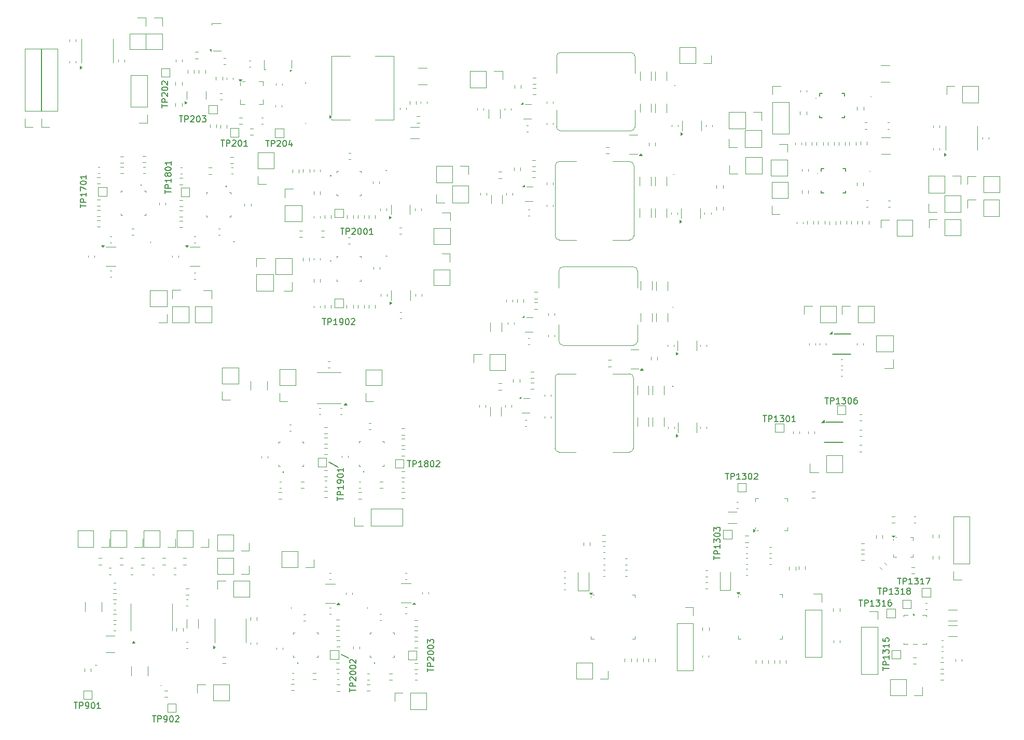
<source format=gto>
%TF.GenerationSoftware,KiCad,Pcbnew,9.0.4*%
%TF.CreationDate,2026-02-17T14:13:00+01:00*%
%TF.ProjectId,TEST_PCB,54455354-5f50-4434-922e-6b696361645f,rev?*%
%TF.SameCoordinates,Original*%
%TF.FileFunction,Legend,Top*%
%TF.FilePolarity,Positive*%
%FSLAX46Y46*%
G04 Gerber Fmt 4.6, Leading zero omitted, Abs format (unit mm)*
G04 Created by KiCad (PCBNEW 9.0.4) date 2026-02-17 14:13:00*
%MOMM*%
%LPD*%
G01*
G04 APERTURE LIST*
%ADD10C,0.150000*%
%ADD11C,0.120000*%
%ADD12C,0.100000*%
%ADD13C,0.200000*%
G04 APERTURE END LIST*
D10*
X103550000Y-143400000D02*
X104700000Y-144000000D01*
X101500000Y-112000000D02*
X103050000Y-112900000D01*
X104904819Y-149540475D02*
X104904819Y-148969047D01*
X105904819Y-149254761D02*
X104904819Y-149254761D01*
X105904819Y-148635713D02*
X104904819Y-148635713D01*
X104904819Y-148635713D02*
X104904819Y-148254761D01*
X104904819Y-148254761D02*
X104952438Y-148159523D01*
X104952438Y-148159523D02*
X105000057Y-148111904D01*
X105000057Y-148111904D02*
X105095295Y-148064285D01*
X105095295Y-148064285D02*
X105238152Y-148064285D01*
X105238152Y-148064285D02*
X105333390Y-148111904D01*
X105333390Y-148111904D02*
X105381009Y-148159523D01*
X105381009Y-148159523D02*
X105428628Y-148254761D01*
X105428628Y-148254761D02*
X105428628Y-148635713D01*
X105000057Y-147683332D02*
X104952438Y-147635713D01*
X104952438Y-147635713D02*
X104904819Y-147540475D01*
X104904819Y-147540475D02*
X104904819Y-147302380D01*
X104904819Y-147302380D02*
X104952438Y-147207142D01*
X104952438Y-147207142D02*
X105000057Y-147159523D01*
X105000057Y-147159523D02*
X105095295Y-147111904D01*
X105095295Y-147111904D02*
X105190533Y-147111904D01*
X105190533Y-147111904D02*
X105333390Y-147159523D01*
X105333390Y-147159523D02*
X105904819Y-147730951D01*
X105904819Y-147730951D02*
X105904819Y-147111904D01*
X104904819Y-146492856D02*
X104904819Y-146397618D01*
X104904819Y-146397618D02*
X104952438Y-146302380D01*
X104952438Y-146302380D02*
X105000057Y-146254761D01*
X105000057Y-146254761D02*
X105095295Y-146207142D01*
X105095295Y-146207142D02*
X105285771Y-146159523D01*
X105285771Y-146159523D02*
X105523866Y-146159523D01*
X105523866Y-146159523D02*
X105714342Y-146207142D01*
X105714342Y-146207142D02*
X105809580Y-146254761D01*
X105809580Y-146254761D02*
X105857200Y-146302380D01*
X105857200Y-146302380D02*
X105904819Y-146397618D01*
X105904819Y-146397618D02*
X105904819Y-146492856D01*
X105904819Y-146492856D02*
X105857200Y-146588094D01*
X105857200Y-146588094D02*
X105809580Y-146635713D01*
X105809580Y-146635713D02*
X105714342Y-146683332D01*
X105714342Y-146683332D02*
X105523866Y-146730951D01*
X105523866Y-146730951D02*
X105285771Y-146730951D01*
X105285771Y-146730951D02*
X105095295Y-146683332D01*
X105095295Y-146683332D02*
X105000057Y-146635713D01*
X105000057Y-146635713D02*
X104952438Y-146588094D01*
X104952438Y-146588094D02*
X104904819Y-146492856D01*
X104904819Y-145540475D02*
X104904819Y-145445237D01*
X104904819Y-145445237D02*
X104952438Y-145349999D01*
X104952438Y-145349999D02*
X105000057Y-145302380D01*
X105000057Y-145302380D02*
X105095295Y-145254761D01*
X105095295Y-145254761D02*
X105285771Y-145207142D01*
X105285771Y-145207142D02*
X105523866Y-145207142D01*
X105523866Y-145207142D02*
X105714342Y-145254761D01*
X105714342Y-145254761D02*
X105809580Y-145302380D01*
X105809580Y-145302380D02*
X105857200Y-145349999D01*
X105857200Y-145349999D02*
X105904819Y-145445237D01*
X105904819Y-145445237D02*
X105904819Y-145540475D01*
X105904819Y-145540475D02*
X105857200Y-145635713D01*
X105857200Y-145635713D02*
X105809580Y-145683332D01*
X105809580Y-145683332D02*
X105714342Y-145730951D01*
X105714342Y-145730951D02*
X105523866Y-145778570D01*
X105523866Y-145778570D02*
X105285771Y-145778570D01*
X105285771Y-145778570D02*
X105095295Y-145730951D01*
X105095295Y-145730951D02*
X105000057Y-145683332D01*
X105000057Y-145683332D02*
X104952438Y-145635713D01*
X104952438Y-145635713D02*
X104904819Y-145540475D01*
X105000057Y-144826189D02*
X104952438Y-144778570D01*
X104952438Y-144778570D02*
X104904819Y-144683332D01*
X104904819Y-144683332D02*
X104904819Y-144445237D01*
X104904819Y-144445237D02*
X104952438Y-144349999D01*
X104952438Y-144349999D02*
X105000057Y-144302380D01*
X105000057Y-144302380D02*
X105095295Y-144254761D01*
X105095295Y-144254761D02*
X105190533Y-144254761D01*
X105190533Y-144254761D02*
X105333390Y-144302380D01*
X105333390Y-144302380D02*
X105904819Y-144873808D01*
X105904819Y-144873808D02*
X105904819Y-144254761D01*
X164354819Y-127940475D02*
X164354819Y-127369047D01*
X165354819Y-127654761D02*
X164354819Y-127654761D01*
X165354819Y-127035713D02*
X164354819Y-127035713D01*
X164354819Y-127035713D02*
X164354819Y-126654761D01*
X164354819Y-126654761D02*
X164402438Y-126559523D01*
X164402438Y-126559523D02*
X164450057Y-126511904D01*
X164450057Y-126511904D02*
X164545295Y-126464285D01*
X164545295Y-126464285D02*
X164688152Y-126464285D01*
X164688152Y-126464285D02*
X164783390Y-126511904D01*
X164783390Y-126511904D02*
X164831009Y-126559523D01*
X164831009Y-126559523D02*
X164878628Y-126654761D01*
X164878628Y-126654761D02*
X164878628Y-127035713D01*
X165354819Y-125511904D02*
X165354819Y-126083332D01*
X165354819Y-125797618D02*
X164354819Y-125797618D01*
X164354819Y-125797618D02*
X164497676Y-125892856D01*
X164497676Y-125892856D02*
X164592914Y-125988094D01*
X164592914Y-125988094D02*
X164640533Y-126083332D01*
X164354819Y-125178570D02*
X164354819Y-124559523D01*
X164354819Y-124559523D02*
X164735771Y-124892856D01*
X164735771Y-124892856D02*
X164735771Y-124749999D01*
X164735771Y-124749999D02*
X164783390Y-124654761D01*
X164783390Y-124654761D02*
X164831009Y-124607142D01*
X164831009Y-124607142D02*
X164926247Y-124559523D01*
X164926247Y-124559523D02*
X165164342Y-124559523D01*
X165164342Y-124559523D02*
X165259580Y-124607142D01*
X165259580Y-124607142D02*
X165307200Y-124654761D01*
X165307200Y-124654761D02*
X165354819Y-124749999D01*
X165354819Y-124749999D02*
X165354819Y-125035713D01*
X165354819Y-125035713D02*
X165307200Y-125130951D01*
X165307200Y-125130951D02*
X165259580Y-125178570D01*
X164354819Y-123940475D02*
X164354819Y-123845237D01*
X164354819Y-123845237D02*
X164402438Y-123749999D01*
X164402438Y-123749999D02*
X164450057Y-123702380D01*
X164450057Y-123702380D02*
X164545295Y-123654761D01*
X164545295Y-123654761D02*
X164735771Y-123607142D01*
X164735771Y-123607142D02*
X164973866Y-123607142D01*
X164973866Y-123607142D02*
X165164342Y-123654761D01*
X165164342Y-123654761D02*
X165259580Y-123702380D01*
X165259580Y-123702380D02*
X165307200Y-123749999D01*
X165307200Y-123749999D02*
X165354819Y-123845237D01*
X165354819Y-123845237D02*
X165354819Y-123940475D01*
X165354819Y-123940475D02*
X165307200Y-124035713D01*
X165307200Y-124035713D02*
X165259580Y-124083332D01*
X165259580Y-124083332D02*
X165164342Y-124130951D01*
X165164342Y-124130951D02*
X164973866Y-124178570D01*
X164973866Y-124178570D02*
X164735771Y-124178570D01*
X164735771Y-124178570D02*
X164545295Y-124130951D01*
X164545295Y-124130951D02*
X164450057Y-124083332D01*
X164450057Y-124083332D02*
X164402438Y-124035713D01*
X164402438Y-124035713D02*
X164354819Y-123940475D01*
X164354819Y-123273808D02*
X164354819Y-122654761D01*
X164354819Y-122654761D02*
X164735771Y-122988094D01*
X164735771Y-122988094D02*
X164735771Y-122845237D01*
X164735771Y-122845237D02*
X164783390Y-122749999D01*
X164783390Y-122749999D02*
X164831009Y-122702380D01*
X164831009Y-122702380D02*
X164926247Y-122654761D01*
X164926247Y-122654761D02*
X165164342Y-122654761D01*
X165164342Y-122654761D02*
X165259580Y-122702380D01*
X165259580Y-122702380D02*
X165307200Y-122749999D01*
X165307200Y-122749999D02*
X165354819Y-122845237D01*
X165354819Y-122845237D02*
X165354819Y-123130951D01*
X165354819Y-123130951D02*
X165307200Y-123226189D01*
X165307200Y-123226189D02*
X165259580Y-123273808D01*
X103409524Y-73854819D02*
X103980952Y-73854819D01*
X103695238Y-74854819D02*
X103695238Y-73854819D01*
X104314286Y-74854819D02*
X104314286Y-73854819D01*
X104314286Y-73854819D02*
X104695238Y-73854819D01*
X104695238Y-73854819D02*
X104790476Y-73902438D01*
X104790476Y-73902438D02*
X104838095Y-73950057D01*
X104838095Y-73950057D02*
X104885714Y-74045295D01*
X104885714Y-74045295D02*
X104885714Y-74188152D01*
X104885714Y-74188152D02*
X104838095Y-74283390D01*
X104838095Y-74283390D02*
X104790476Y-74331009D01*
X104790476Y-74331009D02*
X104695238Y-74378628D01*
X104695238Y-74378628D02*
X104314286Y-74378628D01*
X105266667Y-73950057D02*
X105314286Y-73902438D01*
X105314286Y-73902438D02*
X105409524Y-73854819D01*
X105409524Y-73854819D02*
X105647619Y-73854819D01*
X105647619Y-73854819D02*
X105742857Y-73902438D01*
X105742857Y-73902438D02*
X105790476Y-73950057D01*
X105790476Y-73950057D02*
X105838095Y-74045295D01*
X105838095Y-74045295D02*
X105838095Y-74140533D01*
X105838095Y-74140533D02*
X105790476Y-74283390D01*
X105790476Y-74283390D02*
X105219048Y-74854819D01*
X105219048Y-74854819D02*
X105838095Y-74854819D01*
X106457143Y-73854819D02*
X106552381Y-73854819D01*
X106552381Y-73854819D02*
X106647619Y-73902438D01*
X106647619Y-73902438D02*
X106695238Y-73950057D01*
X106695238Y-73950057D02*
X106742857Y-74045295D01*
X106742857Y-74045295D02*
X106790476Y-74235771D01*
X106790476Y-74235771D02*
X106790476Y-74473866D01*
X106790476Y-74473866D02*
X106742857Y-74664342D01*
X106742857Y-74664342D02*
X106695238Y-74759580D01*
X106695238Y-74759580D02*
X106647619Y-74807200D01*
X106647619Y-74807200D02*
X106552381Y-74854819D01*
X106552381Y-74854819D02*
X106457143Y-74854819D01*
X106457143Y-74854819D02*
X106361905Y-74807200D01*
X106361905Y-74807200D02*
X106314286Y-74759580D01*
X106314286Y-74759580D02*
X106266667Y-74664342D01*
X106266667Y-74664342D02*
X106219048Y-74473866D01*
X106219048Y-74473866D02*
X106219048Y-74235771D01*
X106219048Y-74235771D02*
X106266667Y-74045295D01*
X106266667Y-74045295D02*
X106314286Y-73950057D01*
X106314286Y-73950057D02*
X106361905Y-73902438D01*
X106361905Y-73902438D02*
X106457143Y-73854819D01*
X107409524Y-73854819D02*
X107504762Y-73854819D01*
X107504762Y-73854819D02*
X107600000Y-73902438D01*
X107600000Y-73902438D02*
X107647619Y-73950057D01*
X107647619Y-73950057D02*
X107695238Y-74045295D01*
X107695238Y-74045295D02*
X107742857Y-74235771D01*
X107742857Y-74235771D02*
X107742857Y-74473866D01*
X107742857Y-74473866D02*
X107695238Y-74664342D01*
X107695238Y-74664342D02*
X107647619Y-74759580D01*
X107647619Y-74759580D02*
X107600000Y-74807200D01*
X107600000Y-74807200D02*
X107504762Y-74854819D01*
X107504762Y-74854819D02*
X107409524Y-74854819D01*
X107409524Y-74854819D02*
X107314286Y-74807200D01*
X107314286Y-74807200D02*
X107266667Y-74759580D01*
X107266667Y-74759580D02*
X107219048Y-74664342D01*
X107219048Y-74664342D02*
X107171429Y-74473866D01*
X107171429Y-74473866D02*
X107171429Y-74235771D01*
X107171429Y-74235771D02*
X107219048Y-74045295D01*
X107219048Y-74045295D02*
X107266667Y-73950057D01*
X107266667Y-73950057D02*
X107314286Y-73902438D01*
X107314286Y-73902438D02*
X107409524Y-73854819D01*
X108695238Y-74854819D02*
X108123810Y-74854819D01*
X108409524Y-74854819D02*
X108409524Y-73854819D01*
X108409524Y-73854819D02*
X108314286Y-73997676D01*
X108314286Y-73997676D02*
X108219048Y-74092914D01*
X108219048Y-74092914D02*
X108123810Y-74140533D01*
X166209524Y-113854819D02*
X166780952Y-113854819D01*
X166495238Y-114854819D02*
X166495238Y-113854819D01*
X167114286Y-114854819D02*
X167114286Y-113854819D01*
X167114286Y-113854819D02*
X167495238Y-113854819D01*
X167495238Y-113854819D02*
X167590476Y-113902438D01*
X167590476Y-113902438D02*
X167638095Y-113950057D01*
X167638095Y-113950057D02*
X167685714Y-114045295D01*
X167685714Y-114045295D02*
X167685714Y-114188152D01*
X167685714Y-114188152D02*
X167638095Y-114283390D01*
X167638095Y-114283390D02*
X167590476Y-114331009D01*
X167590476Y-114331009D02*
X167495238Y-114378628D01*
X167495238Y-114378628D02*
X167114286Y-114378628D01*
X168638095Y-114854819D02*
X168066667Y-114854819D01*
X168352381Y-114854819D02*
X168352381Y-113854819D01*
X168352381Y-113854819D02*
X168257143Y-113997676D01*
X168257143Y-113997676D02*
X168161905Y-114092914D01*
X168161905Y-114092914D02*
X168066667Y-114140533D01*
X168971429Y-113854819D02*
X169590476Y-113854819D01*
X169590476Y-113854819D02*
X169257143Y-114235771D01*
X169257143Y-114235771D02*
X169400000Y-114235771D01*
X169400000Y-114235771D02*
X169495238Y-114283390D01*
X169495238Y-114283390D02*
X169542857Y-114331009D01*
X169542857Y-114331009D02*
X169590476Y-114426247D01*
X169590476Y-114426247D02*
X169590476Y-114664342D01*
X169590476Y-114664342D02*
X169542857Y-114759580D01*
X169542857Y-114759580D02*
X169495238Y-114807200D01*
X169495238Y-114807200D02*
X169400000Y-114854819D01*
X169400000Y-114854819D02*
X169114286Y-114854819D01*
X169114286Y-114854819D02*
X169019048Y-114807200D01*
X169019048Y-114807200D02*
X168971429Y-114759580D01*
X170209524Y-113854819D02*
X170304762Y-113854819D01*
X170304762Y-113854819D02*
X170400000Y-113902438D01*
X170400000Y-113902438D02*
X170447619Y-113950057D01*
X170447619Y-113950057D02*
X170495238Y-114045295D01*
X170495238Y-114045295D02*
X170542857Y-114235771D01*
X170542857Y-114235771D02*
X170542857Y-114473866D01*
X170542857Y-114473866D02*
X170495238Y-114664342D01*
X170495238Y-114664342D02*
X170447619Y-114759580D01*
X170447619Y-114759580D02*
X170400000Y-114807200D01*
X170400000Y-114807200D02*
X170304762Y-114854819D01*
X170304762Y-114854819D02*
X170209524Y-114854819D01*
X170209524Y-114854819D02*
X170114286Y-114807200D01*
X170114286Y-114807200D02*
X170066667Y-114759580D01*
X170066667Y-114759580D02*
X170019048Y-114664342D01*
X170019048Y-114664342D02*
X169971429Y-114473866D01*
X169971429Y-114473866D02*
X169971429Y-114235771D01*
X169971429Y-114235771D02*
X170019048Y-114045295D01*
X170019048Y-114045295D02*
X170066667Y-113950057D01*
X170066667Y-113950057D02*
X170114286Y-113902438D01*
X170114286Y-113902438D02*
X170209524Y-113854819D01*
X170923810Y-113950057D02*
X170971429Y-113902438D01*
X170971429Y-113902438D02*
X171066667Y-113854819D01*
X171066667Y-113854819D02*
X171304762Y-113854819D01*
X171304762Y-113854819D02*
X171400000Y-113902438D01*
X171400000Y-113902438D02*
X171447619Y-113950057D01*
X171447619Y-113950057D02*
X171495238Y-114045295D01*
X171495238Y-114045295D02*
X171495238Y-114140533D01*
X171495238Y-114140533D02*
X171447619Y-114283390D01*
X171447619Y-114283390D02*
X170876191Y-114854819D01*
X170876191Y-114854819D02*
X171495238Y-114854819D01*
X100440025Y-88604819D02*
X101011453Y-88604819D01*
X100725739Y-89604819D02*
X100725739Y-88604819D01*
X101344787Y-89604819D02*
X101344787Y-88604819D01*
X101344787Y-88604819D02*
X101725739Y-88604819D01*
X101725739Y-88604819D02*
X101820977Y-88652438D01*
X101820977Y-88652438D02*
X101868596Y-88700057D01*
X101868596Y-88700057D02*
X101916215Y-88795295D01*
X101916215Y-88795295D02*
X101916215Y-88938152D01*
X101916215Y-88938152D02*
X101868596Y-89033390D01*
X101868596Y-89033390D02*
X101820977Y-89081009D01*
X101820977Y-89081009D02*
X101725739Y-89128628D01*
X101725739Y-89128628D02*
X101344787Y-89128628D01*
X102868596Y-89604819D02*
X102297168Y-89604819D01*
X102582882Y-89604819D02*
X102582882Y-88604819D01*
X102582882Y-88604819D02*
X102487644Y-88747676D01*
X102487644Y-88747676D02*
X102392406Y-88842914D01*
X102392406Y-88842914D02*
X102297168Y-88890533D01*
X103344787Y-89604819D02*
X103535263Y-89604819D01*
X103535263Y-89604819D02*
X103630501Y-89557200D01*
X103630501Y-89557200D02*
X103678120Y-89509580D01*
X103678120Y-89509580D02*
X103773358Y-89366723D01*
X103773358Y-89366723D02*
X103820977Y-89176247D01*
X103820977Y-89176247D02*
X103820977Y-88795295D01*
X103820977Y-88795295D02*
X103773358Y-88700057D01*
X103773358Y-88700057D02*
X103725739Y-88652438D01*
X103725739Y-88652438D02*
X103630501Y-88604819D01*
X103630501Y-88604819D02*
X103440025Y-88604819D01*
X103440025Y-88604819D02*
X103344787Y-88652438D01*
X103344787Y-88652438D02*
X103297168Y-88700057D01*
X103297168Y-88700057D02*
X103249549Y-88795295D01*
X103249549Y-88795295D02*
X103249549Y-89033390D01*
X103249549Y-89033390D02*
X103297168Y-89128628D01*
X103297168Y-89128628D02*
X103344787Y-89176247D01*
X103344787Y-89176247D02*
X103440025Y-89223866D01*
X103440025Y-89223866D02*
X103630501Y-89223866D01*
X103630501Y-89223866D02*
X103725739Y-89176247D01*
X103725739Y-89176247D02*
X103773358Y-89128628D01*
X103773358Y-89128628D02*
X103820977Y-89033390D01*
X104440025Y-88604819D02*
X104535263Y-88604819D01*
X104535263Y-88604819D02*
X104630501Y-88652438D01*
X104630501Y-88652438D02*
X104678120Y-88700057D01*
X104678120Y-88700057D02*
X104725739Y-88795295D01*
X104725739Y-88795295D02*
X104773358Y-88985771D01*
X104773358Y-88985771D02*
X104773358Y-89223866D01*
X104773358Y-89223866D02*
X104725739Y-89414342D01*
X104725739Y-89414342D02*
X104678120Y-89509580D01*
X104678120Y-89509580D02*
X104630501Y-89557200D01*
X104630501Y-89557200D02*
X104535263Y-89604819D01*
X104535263Y-89604819D02*
X104440025Y-89604819D01*
X104440025Y-89604819D02*
X104344787Y-89557200D01*
X104344787Y-89557200D02*
X104297168Y-89509580D01*
X104297168Y-89509580D02*
X104249549Y-89414342D01*
X104249549Y-89414342D02*
X104201930Y-89223866D01*
X104201930Y-89223866D02*
X104201930Y-88985771D01*
X104201930Y-88985771D02*
X104249549Y-88795295D01*
X104249549Y-88795295D02*
X104297168Y-88700057D01*
X104297168Y-88700057D02*
X104344787Y-88652438D01*
X104344787Y-88652438D02*
X104440025Y-88604819D01*
X105154311Y-88700057D02*
X105201930Y-88652438D01*
X105201930Y-88652438D02*
X105297168Y-88604819D01*
X105297168Y-88604819D02*
X105535263Y-88604819D01*
X105535263Y-88604819D02*
X105630501Y-88652438D01*
X105630501Y-88652438D02*
X105678120Y-88700057D01*
X105678120Y-88700057D02*
X105725739Y-88795295D01*
X105725739Y-88795295D02*
X105725739Y-88890533D01*
X105725739Y-88890533D02*
X105678120Y-89033390D01*
X105678120Y-89033390D02*
X105106692Y-89604819D01*
X105106692Y-89604819D02*
X105725739Y-89604819D01*
X172362024Y-104439319D02*
X172933452Y-104439319D01*
X172647738Y-105439319D02*
X172647738Y-104439319D01*
X173266786Y-105439319D02*
X173266786Y-104439319D01*
X173266786Y-104439319D02*
X173647738Y-104439319D01*
X173647738Y-104439319D02*
X173742976Y-104486938D01*
X173742976Y-104486938D02*
X173790595Y-104534557D01*
X173790595Y-104534557D02*
X173838214Y-104629795D01*
X173838214Y-104629795D02*
X173838214Y-104772652D01*
X173838214Y-104772652D02*
X173790595Y-104867890D01*
X173790595Y-104867890D02*
X173742976Y-104915509D01*
X173742976Y-104915509D02*
X173647738Y-104963128D01*
X173647738Y-104963128D02*
X173266786Y-104963128D01*
X174790595Y-105439319D02*
X174219167Y-105439319D01*
X174504881Y-105439319D02*
X174504881Y-104439319D01*
X174504881Y-104439319D02*
X174409643Y-104582176D01*
X174409643Y-104582176D02*
X174314405Y-104677414D01*
X174314405Y-104677414D02*
X174219167Y-104725033D01*
X175123929Y-104439319D02*
X175742976Y-104439319D01*
X175742976Y-104439319D02*
X175409643Y-104820271D01*
X175409643Y-104820271D02*
X175552500Y-104820271D01*
X175552500Y-104820271D02*
X175647738Y-104867890D01*
X175647738Y-104867890D02*
X175695357Y-104915509D01*
X175695357Y-104915509D02*
X175742976Y-105010747D01*
X175742976Y-105010747D02*
X175742976Y-105248842D01*
X175742976Y-105248842D02*
X175695357Y-105344080D01*
X175695357Y-105344080D02*
X175647738Y-105391700D01*
X175647738Y-105391700D02*
X175552500Y-105439319D01*
X175552500Y-105439319D02*
X175266786Y-105439319D01*
X175266786Y-105439319D02*
X175171548Y-105391700D01*
X175171548Y-105391700D02*
X175123929Y-105344080D01*
X176362024Y-104439319D02*
X176457262Y-104439319D01*
X176457262Y-104439319D02*
X176552500Y-104486938D01*
X176552500Y-104486938D02*
X176600119Y-104534557D01*
X176600119Y-104534557D02*
X176647738Y-104629795D01*
X176647738Y-104629795D02*
X176695357Y-104820271D01*
X176695357Y-104820271D02*
X176695357Y-105058366D01*
X176695357Y-105058366D02*
X176647738Y-105248842D01*
X176647738Y-105248842D02*
X176600119Y-105344080D01*
X176600119Y-105344080D02*
X176552500Y-105391700D01*
X176552500Y-105391700D02*
X176457262Y-105439319D01*
X176457262Y-105439319D02*
X176362024Y-105439319D01*
X176362024Y-105439319D02*
X176266786Y-105391700D01*
X176266786Y-105391700D02*
X176219167Y-105344080D01*
X176219167Y-105344080D02*
X176171548Y-105248842D01*
X176171548Y-105248842D02*
X176123929Y-105058366D01*
X176123929Y-105058366D02*
X176123929Y-104820271D01*
X176123929Y-104820271D02*
X176171548Y-104629795D01*
X176171548Y-104629795D02*
X176219167Y-104534557D01*
X176219167Y-104534557D02*
X176266786Y-104486938D01*
X176266786Y-104486938D02*
X176362024Y-104439319D01*
X177647738Y-105439319D02*
X177076310Y-105439319D01*
X177362024Y-105439319D02*
X177362024Y-104439319D01*
X177362024Y-104439319D02*
X177266786Y-104582176D01*
X177266786Y-104582176D02*
X177171548Y-104677414D01*
X177171548Y-104677414D02*
X177076310Y-104725033D01*
X114309524Y-111804819D02*
X114880952Y-111804819D01*
X114595238Y-112804819D02*
X114595238Y-111804819D01*
X115214286Y-112804819D02*
X115214286Y-111804819D01*
X115214286Y-111804819D02*
X115595238Y-111804819D01*
X115595238Y-111804819D02*
X115690476Y-111852438D01*
X115690476Y-111852438D02*
X115738095Y-111900057D01*
X115738095Y-111900057D02*
X115785714Y-111995295D01*
X115785714Y-111995295D02*
X115785714Y-112138152D01*
X115785714Y-112138152D02*
X115738095Y-112233390D01*
X115738095Y-112233390D02*
X115690476Y-112281009D01*
X115690476Y-112281009D02*
X115595238Y-112328628D01*
X115595238Y-112328628D02*
X115214286Y-112328628D01*
X116738095Y-112804819D02*
X116166667Y-112804819D01*
X116452381Y-112804819D02*
X116452381Y-111804819D01*
X116452381Y-111804819D02*
X116357143Y-111947676D01*
X116357143Y-111947676D02*
X116261905Y-112042914D01*
X116261905Y-112042914D02*
X116166667Y-112090533D01*
X117309524Y-112233390D02*
X117214286Y-112185771D01*
X117214286Y-112185771D02*
X117166667Y-112138152D01*
X117166667Y-112138152D02*
X117119048Y-112042914D01*
X117119048Y-112042914D02*
X117119048Y-111995295D01*
X117119048Y-111995295D02*
X117166667Y-111900057D01*
X117166667Y-111900057D02*
X117214286Y-111852438D01*
X117214286Y-111852438D02*
X117309524Y-111804819D01*
X117309524Y-111804819D02*
X117500000Y-111804819D01*
X117500000Y-111804819D02*
X117595238Y-111852438D01*
X117595238Y-111852438D02*
X117642857Y-111900057D01*
X117642857Y-111900057D02*
X117690476Y-111995295D01*
X117690476Y-111995295D02*
X117690476Y-112042914D01*
X117690476Y-112042914D02*
X117642857Y-112138152D01*
X117642857Y-112138152D02*
X117595238Y-112185771D01*
X117595238Y-112185771D02*
X117500000Y-112233390D01*
X117500000Y-112233390D02*
X117309524Y-112233390D01*
X117309524Y-112233390D02*
X117214286Y-112281009D01*
X117214286Y-112281009D02*
X117166667Y-112328628D01*
X117166667Y-112328628D02*
X117119048Y-112423866D01*
X117119048Y-112423866D02*
X117119048Y-112614342D01*
X117119048Y-112614342D02*
X117166667Y-112709580D01*
X117166667Y-112709580D02*
X117214286Y-112757200D01*
X117214286Y-112757200D02*
X117309524Y-112804819D01*
X117309524Y-112804819D02*
X117500000Y-112804819D01*
X117500000Y-112804819D02*
X117595238Y-112757200D01*
X117595238Y-112757200D02*
X117642857Y-112709580D01*
X117642857Y-112709580D02*
X117690476Y-112614342D01*
X117690476Y-112614342D02*
X117690476Y-112423866D01*
X117690476Y-112423866D02*
X117642857Y-112328628D01*
X117642857Y-112328628D02*
X117595238Y-112281009D01*
X117595238Y-112281009D02*
X117500000Y-112233390D01*
X118309524Y-111804819D02*
X118404762Y-111804819D01*
X118404762Y-111804819D02*
X118500000Y-111852438D01*
X118500000Y-111852438D02*
X118547619Y-111900057D01*
X118547619Y-111900057D02*
X118595238Y-111995295D01*
X118595238Y-111995295D02*
X118642857Y-112185771D01*
X118642857Y-112185771D02*
X118642857Y-112423866D01*
X118642857Y-112423866D02*
X118595238Y-112614342D01*
X118595238Y-112614342D02*
X118547619Y-112709580D01*
X118547619Y-112709580D02*
X118500000Y-112757200D01*
X118500000Y-112757200D02*
X118404762Y-112804819D01*
X118404762Y-112804819D02*
X118309524Y-112804819D01*
X118309524Y-112804819D02*
X118214286Y-112757200D01*
X118214286Y-112757200D02*
X118166667Y-112709580D01*
X118166667Y-112709580D02*
X118119048Y-112614342D01*
X118119048Y-112614342D02*
X118071429Y-112423866D01*
X118071429Y-112423866D02*
X118071429Y-112185771D01*
X118071429Y-112185771D02*
X118119048Y-111995295D01*
X118119048Y-111995295D02*
X118166667Y-111900057D01*
X118166667Y-111900057D02*
X118214286Y-111852438D01*
X118214286Y-111852438D02*
X118309524Y-111804819D01*
X119023810Y-111900057D02*
X119071429Y-111852438D01*
X119071429Y-111852438D02*
X119166667Y-111804819D01*
X119166667Y-111804819D02*
X119404762Y-111804819D01*
X119404762Y-111804819D02*
X119500000Y-111852438D01*
X119500000Y-111852438D02*
X119547619Y-111900057D01*
X119547619Y-111900057D02*
X119595238Y-111995295D01*
X119595238Y-111995295D02*
X119595238Y-112090533D01*
X119595238Y-112090533D02*
X119547619Y-112233390D01*
X119547619Y-112233390D02*
X118976191Y-112804819D01*
X118976191Y-112804819D02*
X119595238Y-112804819D01*
X91185714Y-59504819D02*
X91757142Y-59504819D01*
X91471428Y-60504819D02*
X91471428Y-59504819D01*
X92090476Y-60504819D02*
X92090476Y-59504819D01*
X92090476Y-59504819D02*
X92471428Y-59504819D01*
X92471428Y-59504819D02*
X92566666Y-59552438D01*
X92566666Y-59552438D02*
X92614285Y-59600057D01*
X92614285Y-59600057D02*
X92661904Y-59695295D01*
X92661904Y-59695295D02*
X92661904Y-59838152D01*
X92661904Y-59838152D02*
X92614285Y-59933390D01*
X92614285Y-59933390D02*
X92566666Y-59981009D01*
X92566666Y-59981009D02*
X92471428Y-60028628D01*
X92471428Y-60028628D02*
X92090476Y-60028628D01*
X93042857Y-59600057D02*
X93090476Y-59552438D01*
X93090476Y-59552438D02*
X93185714Y-59504819D01*
X93185714Y-59504819D02*
X93423809Y-59504819D01*
X93423809Y-59504819D02*
X93519047Y-59552438D01*
X93519047Y-59552438D02*
X93566666Y-59600057D01*
X93566666Y-59600057D02*
X93614285Y-59695295D01*
X93614285Y-59695295D02*
X93614285Y-59790533D01*
X93614285Y-59790533D02*
X93566666Y-59933390D01*
X93566666Y-59933390D02*
X92995238Y-60504819D01*
X92995238Y-60504819D02*
X93614285Y-60504819D01*
X94233333Y-59504819D02*
X94328571Y-59504819D01*
X94328571Y-59504819D02*
X94423809Y-59552438D01*
X94423809Y-59552438D02*
X94471428Y-59600057D01*
X94471428Y-59600057D02*
X94519047Y-59695295D01*
X94519047Y-59695295D02*
X94566666Y-59885771D01*
X94566666Y-59885771D02*
X94566666Y-60123866D01*
X94566666Y-60123866D02*
X94519047Y-60314342D01*
X94519047Y-60314342D02*
X94471428Y-60409580D01*
X94471428Y-60409580D02*
X94423809Y-60457200D01*
X94423809Y-60457200D02*
X94328571Y-60504819D01*
X94328571Y-60504819D02*
X94233333Y-60504819D01*
X94233333Y-60504819D02*
X94138095Y-60457200D01*
X94138095Y-60457200D02*
X94090476Y-60409580D01*
X94090476Y-60409580D02*
X94042857Y-60314342D01*
X94042857Y-60314342D02*
X93995238Y-60123866D01*
X93995238Y-60123866D02*
X93995238Y-59885771D01*
X93995238Y-59885771D02*
X94042857Y-59695295D01*
X94042857Y-59695295D02*
X94090476Y-59600057D01*
X94090476Y-59600057D02*
X94138095Y-59552438D01*
X94138095Y-59552438D02*
X94233333Y-59504819D01*
X95423809Y-59838152D02*
X95423809Y-60504819D01*
X95185714Y-59457200D02*
X94947619Y-60171485D01*
X94947619Y-60171485D02*
X95566666Y-60171485D01*
X77085714Y-55504819D02*
X77657142Y-55504819D01*
X77371428Y-56504819D02*
X77371428Y-55504819D01*
X77990476Y-56504819D02*
X77990476Y-55504819D01*
X77990476Y-55504819D02*
X78371428Y-55504819D01*
X78371428Y-55504819D02*
X78466666Y-55552438D01*
X78466666Y-55552438D02*
X78514285Y-55600057D01*
X78514285Y-55600057D02*
X78561904Y-55695295D01*
X78561904Y-55695295D02*
X78561904Y-55838152D01*
X78561904Y-55838152D02*
X78514285Y-55933390D01*
X78514285Y-55933390D02*
X78466666Y-55981009D01*
X78466666Y-55981009D02*
X78371428Y-56028628D01*
X78371428Y-56028628D02*
X77990476Y-56028628D01*
X78942857Y-55600057D02*
X78990476Y-55552438D01*
X78990476Y-55552438D02*
X79085714Y-55504819D01*
X79085714Y-55504819D02*
X79323809Y-55504819D01*
X79323809Y-55504819D02*
X79419047Y-55552438D01*
X79419047Y-55552438D02*
X79466666Y-55600057D01*
X79466666Y-55600057D02*
X79514285Y-55695295D01*
X79514285Y-55695295D02*
X79514285Y-55790533D01*
X79514285Y-55790533D02*
X79466666Y-55933390D01*
X79466666Y-55933390D02*
X78895238Y-56504819D01*
X78895238Y-56504819D02*
X79514285Y-56504819D01*
X80133333Y-55504819D02*
X80228571Y-55504819D01*
X80228571Y-55504819D02*
X80323809Y-55552438D01*
X80323809Y-55552438D02*
X80371428Y-55600057D01*
X80371428Y-55600057D02*
X80419047Y-55695295D01*
X80419047Y-55695295D02*
X80466666Y-55885771D01*
X80466666Y-55885771D02*
X80466666Y-56123866D01*
X80466666Y-56123866D02*
X80419047Y-56314342D01*
X80419047Y-56314342D02*
X80371428Y-56409580D01*
X80371428Y-56409580D02*
X80323809Y-56457200D01*
X80323809Y-56457200D02*
X80228571Y-56504819D01*
X80228571Y-56504819D02*
X80133333Y-56504819D01*
X80133333Y-56504819D02*
X80038095Y-56457200D01*
X80038095Y-56457200D02*
X79990476Y-56409580D01*
X79990476Y-56409580D02*
X79942857Y-56314342D01*
X79942857Y-56314342D02*
X79895238Y-56123866D01*
X79895238Y-56123866D02*
X79895238Y-55885771D01*
X79895238Y-55885771D02*
X79942857Y-55695295D01*
X79942857Y-55695295D02*
X79990476Y-55600057D01*
X79990476Y-55600057D02*
X80038095Y-55552438D01*
X80038095Y-55552438D02*
X80133333Y-55504819D01*
X80800000Y-55504819D02*
X81419047Y-55504819D01*
X81419047Y-55504819D02*
X81085714Y-55885771D01*
X81085714Y-55885771D02*
X81228571Y-55885771D01*
X81228571Y-55885771D02*
X81323809Y-55933390D01*
X81323809Y-55933390D02*
X81371428Y-55981009D01*
X81371428Y-55981009D02*
X81419047Y-56076247D01*
X81419047Y-56076247D02*
X81419047Y-56314342D01*
X81419047Y-56314342D02*
X81371428Y-56409580D01*
X81371428Y-56409580D02*
X81323809Y-56457200D01*
X81323809Y-56457200D02*
X81228571Y-56504819D01*
X81228571Y-56504819D02*
X80942857Y-56504819D01*
X80942857Y-56504819D02*
X80847619Y-56457200D01*
X80847619Y-56457200D02*
X80800000Y-56409580D01*
X188040084Y-134525047D02*
X188611512Y-134525047D01*
X188325798Y-135525047D02*
X188325798Y-134525047D01*
X188944846Y-135525047D02*
X188944846Y-134525047D01*
X188944846Y-134525047D02*
X189325798Y-134525047D01*
X189325798Y-134525047D02*
X189421036Y-134572666D01*
X189421036Y-134572666D02*
X189468655Y-134620285D01*
X189468655Y-134620285D02*
X189516274Y-134715523D01*
X189516274Y-134715523D02*
X189516274Y-134858380D01*
X189516274Y-134858380D02*
X189468655Y-134953618D01*
X189468655Y-134953618D02*
X189421036Y-135001237D01*
X189421036Y-135001237D02*
X189325798Y-135048856D01*
X189325798Y-135048856D02*
X188944846Y-135048856D01*
X190468655Y-135525047D02*
X189897227Y-135525047D01*
X190182941Y-135525047D02*
X190182941Y-134525047D01*
X190182941Y-134525047D02*
X190087703Y-134667904D01*
X190087703Y-134667904D02*
X189992465Y-134763142D01*
X189992465Y-134763142D02*
X189897227Y-134810761D01*
X190801989Y-134525047D02*
X191421036Y-134525047D01*
X191421036Y-134525047D02*
X191087703Y-134905999D01*
X191087703Y-134905999D02*
X191230560Y-134905999D01*
X191230560Y-134905999D02*
X191325798Y-134953618D01*
X191325798Y-134953618D02*
X191373417Y-135001237D01*
X191373417Y-135001237D02*
X191421036Y-135096475D01*
X191421036Y-135096475D02*
X191421036Y-135334570D01*
X191421036Y-135334570D02*
X191373417Y-135429808D01*
X191373417Y-135429808D02*
X191325798Y-135477428D01*
X191325798Y-135477428D02*
X191230560Y-135525047D01*
X191230560Y-135525047D02*
X190944846Y-135525047D01*
X190944846Y-135525047D02*
X190849608Y-135477428D01*
X190849608Y-135477428D02*
X190801989Y-135429808D01*
X192373417Y-135525047D02*
X191801989Y-135525047D01*
X192087703Y-135525047D02*
X192087703Y-134525047D01*
X192087703Y-134525047D02*
X191992465Y-134667904D01*
X191992465Y-134667904D02*
X191897227Y-134763142D01*
X191897227Y-134763142D02*
X191801989Y-134810761D01*
X193230560Y-134525047D02*
X193040084Y-134525047D01*
X193040084Y-134525047D02*
X192944846Y-134572666D01*
X192944846Y-134572666D02*
X192897227Y-134620285D01*
X192897227Y-134620285D02*
X192801989Y-134763142D01*
X192801989Y-134763142D02*
X192754370Y-134953618D01*
X192754370Y-134953618D02*
X192754370Y-135334570D01*
X192754370Y-135334570D02*
X192801989Y-135429808D01*
X192801989Y-135429808D02*
X192849608Y-135477428D01*
X192849608Y-135477428D02*
X192944846Y-135525047D01*
X192944846Y-135525047D02*
X193135322Y-135525047D01*
X193135322Y-135525047D02*
X193230560Y-135477428D01*
X193230560Y-135477428D02*
X193278179Y-135429808D01*
X193278179Y-135429808D02*
X193325798Y-135334570D01*
X193325798Y-135334570D02*
X193325798Y-135096475D01*
X193325798Y-135096475D02*
X193278179Y-135001237D01*
X193278179Y-135001237D02*
X193230560Y-134953618D01*
X193230560Y-134953618D02*
X193135322Y-134905999D01*
X193135322Y-134905999D02*
X192944846Y-134905999D01*
X192944846Y-134905999D02*
X192849608Y-134953618D01*
X192849608Y-134953618D02*
X192801989Y-135001237D01*
X192801989Y-135001237D02*
X192754370Y-135096475D01*
X194309524Y-130954819D02*
X194880952Y-130954819D01*
X194595238Y-131954819D02*
X194595238Y-130954819D01*
X195214286Y-131954819D02*
X195214286Y-130954819D01*
X195214286Y-130954819D02*
X195595238Y-130954819D01*
X195595238Y-130954819D02*
X195690476Y-131002438D01*
X195690476Y-131002438D02*
X195738095Y-131050057D01*
X195738095Y-131050057D02*
X195785714Y-131145295D01*
X195785714Y-131145295D02*
X195785714Y-131288152D01*
X195785714Y-131288152D02*
X195738095Y-131383390D01*
X195738095Y-131383390D02*
X195690476Y-131431009D01*
X195690476Y-131431009D02*
X195595238Y-131478628D01*
X195595238Y-131478628D02*
X195214286Y-131478628D01*
X196738095Y-131954819D02*
X196166667Y-131954819D01*
X196452381Y-131954819D02*
X196452381Y-130954819D01*
X196452381Y-130954819D02*
X196357143Y-131097676D01*
X196357143Y-131097676D02*
X196261905Y-131192914D01*
X196261905Y-131192914D02*
X196166667Y-131240533D01*
X197071429Y-130954819D02*
X197690476Y-130954819D01*
X197690476Y-130954819D02*
X197357143Y-131335771D01*
X197357143Y-131335771D02*
X197500000Y-131335771D01*
X197500000Y-131335771D02*
X197595238Y-131383390D01*
X197595238Y-131383390D02*
X197642857Y-131431009D01*
X197642857Y-131431009D02*
X197690476Y-131526247D01*
X197690476Y-131526247D02*
X197690476Y-131764342D01*
X197690476Y-131764342D02*
X197642857Y-131859580D01*
X197642857Y-131859580D02*
X197595238Y-131907200D01*
X197595238Y-131907200D02*
X197500000Y-131954819D01*
X197500000Y-131954819D02*
X197214286Y-131954819D01*
X197214286Y-131954819D02*
X197119048Y-131907200D01*
X197119048Y-131907200D02*
X197071429Y-131859580D01*
X198642857Y-131954819D02*
X198071429Y-131954819D01*
X198357143Y-131954819D02*
X198357143Y-130954819D01*
X198357143Y-130954819D02*
X198261905Y-131097676D01*
X198261905Y-131097676D02*
X198166667Y-131192914D01*
X198166667Y-131192914D02*
X198071429Y-131240533D01*
X198976191Y-130954819D02*
X199642857Y-130954819D01*
X199642857Y-130954819D02*
X199214286Y-131954819D01*
X191109524Y-132604819D02*
X191680952Y-132604819D01*
X191395238Y-133604819D02*
X191395238Y-132604819D01*
X192014286Y-133604819D02*
X192014286Y-132604819D01*
X192014286Y-132604819D02*
X192395238Y-132604819D01*
X192395238Y-132604819D02*
X192490476Y-132652438D01*
X192490476Y-132652438D02*
X192538095Y-132700057D01*
X192538095Y-132700057D02*
X192585714Y-132795295D01*
X192585714Y-132795295D02*
X192585714Y-132938152D01*
X192585714Y-132938152D02*
X192538095Y-133033390D01*
X192538095Y-133033390D02*
X192490476Y-133081009D01*
X192490476Y-133081009D02*
X192395238Y-133128628D01*
X192395238Y-133128628D02*
X192014286Y-133128628D01*
X193538095Y-133604819D02*
X192966667Y-133604819D01*
X193252381Y-133604819D02*
X193252381Y-132604819D01*
X193252381Y-132604819D02*
X193157143Y-132747676D01*
X193157143Y-132747676D02*
X193061905Y-132842914D01*
X193061905Y-132842914D02*
X192966667Y-132890533D01*
X193871429Y-132604819D02*
X194490476Y-132604819D01*
X194490476Y-132604819D02*
X194157143Y-132985771D01*
X194157143Y-132985771D02*
X194300000Y-132985771D01*
X194300000Y-132985771D02*
X194395238Y-133033390D01*
X194395238Y-133033390D02*
X194442857Y-133081009D01*
X194442857Y-133081009D02*
X194490476Y-133176247D01*
X194490476Y-133176247D02*
X194490476Y-133414342D01*
X194490476Y-133414342D02*
X194442857Y-133509580D01*
X194442857Y-133509580D02*
X194395238Y-133557200D01*
X194395238Y-133557200D02*
X194300000Y-133604819D01*
X194300000Y-133604819D02*
X194014286Y-133604819D01*
X194014286Y-133604819D02*
X193919048Y-133557200D01*
X193919048Y-133557200D02*
X193871429Y-133509580D01*
X195442857Y-133604819D02*
X194871429Y-133604819D01*
X195157143Y-133604819D02*
X195157143Y-132604819D01*
X195157143Y-132604819D02*
X195061905Y-132747676D01*
X195061905Y-132747676D02*
X194966667Y-132842914D01*
X194966667Y-132842914D02*
X194871429Y-132890533D01*
X196014286Y-133033390D02*
X195919048Y-132985771D01*
X195919048Y-132985771D02*
X195871429Y-132938152D01*
X195871429Y-132938152D02*
X195823810Y-132842914D01*
X195823810Y-132842914D02*
X195823810Y-132795295D01*
X195823810Y-132795295D02*
X195871429Y-132700057D01*
X195871429Y-132700057D02*
X195919048Y-132652438D01*
X195919048Y-132652438D02*
X196014286Y-132604819D01*
X196014286Y-132604819D02*
X196204762Y-132604819D01*
X196204762Y-132604819D02*
X196300000Y-132652438D01*
X196300000Y-132652438D02*
X196347619Y-132700057D01*
X196347619Y-132700057D02*
X196395238Y-132795295D01*
X196395238Y-132795295D02*
X196395238Y-132842914D01*
X196395238Y-132842914D02*
X196347619Y-132938152D01*
X196347619Y-132938152D02*
X196300000Y-132985771D01*
X196300000Y-132985771D02*
X196204762Y-133033390D01*
X196204762Y-133033390D02*
X196014286Y-133033390D01*
X196014286Y-133033390D02*
X195919048Y-133081009D01*
X195919048Y-133081009D02*
X195871429Y-133128628D01*
X195871429Y-133128628D02*
X195823810Y-133223866D01*
X195823810Y-133223866D02*
X195823810Y-133414342D01*
X195823810Y-133414342D02*
X195871429Y-133509580D01*
X195871429Y-133509580D02*
X195919048Y-133557200D01*
X195919048Y-133557200D02*
X196014286Y-133604819D01*
X196014286Y-133604819D02*
X196204762Y-133604819D01*
X196204762Y-133604819D02*
X196300000Y-133557200D01*
X196300000Y-133557200D02*
X196347619Y-133509580D01*
X196347619Y-133509580D02*
X196395238Y-133414342D01*
X196395238Y-133414342D02*
X196395238Y-133223866D01*
X196395238Y-133223866D02*
X196347619Y-133128628D01*
X196347619Y-133128628D02*
X196300000Y-133081009D01*
X196300000Y-133081009D02*
X196204762Y-133033390D01*
X117604819Y-146265476D02*
X117604819Y-145694048D01*
X118604819Y-145979762D02*
X117604819Y-145979762D01*
X118604819Y-145360714D02*
X117604819Y-145360714D01*
X117604819Y-145360714D02*
X117604819Y-144979762D01*
X117604819Y-144979762D02*
X117652438Y-144884524D01*
X117652438Y-144884524D02*
X117700057Y-144836905D01*
X117700057Y-144836905D02*
X117795295Y-144789286D01*
X117795295Y-144789286D02*
X117938152Y-144789286D01*
X117938152Y-144789286D02*
X118033390Y-144836905D01*
X118033390Y-144836905D02*
X118081009Y-144884524D01*
X118081009Y-144884524D02*
X118128628Y-144979762D01*
X118128628Y-144979762D02*
X118128628Y-145360714D01*
X117700057Y-144408333D02*
X117652438Y-144360714D01*
X117652438Y-144360714D02*
X117604819Y-144265476D01*
X117604819Y-144265476D02*
X117604819Y-144027381D01*
X117604819Y-144027381D02*
X117652438Y-143932143D01*
X117652438Y-143932143D02*
X117700057Y-143884524D01*
X117700057Y-143884524D02*
X117795295Y-143836905D01*
X117795295Y-143836905D02*
X117890533Y-143836905D01*
X117890533Y-143836905D02*
X118033390Y-143884524D01*
X118033390Y-143884524D02*
X118604819Y-144455952D01*
X118604819Y-144455952D02*
X118604819Y-143836905D01*
X117604819Y-143217857D02*
X117604819Y-143122619D01*
X117604819Y-143122619D02*
X117652438Y-143027381D01*
X117652438Y-143027381D02*
X117700057Y-142979762D01*
X117700057Y-142979762D02*
X117795295Y-142932143D01*
X117795295Y-142932143D02*
X117985771Y-142884524D01*
X117985771Y-142884524D02*
X118223866Y-142884524D01*
X118223866Y-142884524D02*
X118414342Y-142932143D01*
X118414342Y-142932143D02*
X118509580Y-142979762D01*
X118509580Y-142979762D02*
X118557200Y-143027381D01*
X118557200Y-143027381D02*
X118604819Y-143122619D01*
X118604819Y-143122619D02*
X118604819Y-143217857D01*
X118604819Y-143217857D02*
X118557200Y-143313095D01*
X118557200Y-143313095D02*
X118509580Y-143360714D01*
X118509580Y-143360714D02*
X118414342Y-143408333D01*
X118414342Y-143408333D02*
X118223866Y-143455952D01*
X118223866Y-143455952D02*
X117985771Y-143455952D01*
X117985771Y-143455952D02*
X117795295Y-143408333D01*
X117795295Y-143408333D02*
X117700057Y-143360714D01*
X117700057Y-143360714D02*
X117652438Y-143313095D01*
X117652438Y-143313095D02*
X117604819Y-143217857D01*
X117604819Y-142265476D02*
X117604819Y-142170238D01*
X117604819Y-142170238D02*
X117652438Y-142075000D01*
X117652438Y-142075000D02*
X117700057Y-142027381D01*
X117700057Y-142027381D02*
X117795295Y-141979762D01*
X117795295Y-141979762D02*
X117985771Y-141932143D01*
X117985771Y-141932143D02*
X118223866Y-141932143D01*
X118223866Y-141932143D02*
X118414342Y-141979762D01*
X118414342Y-141979762D02*
X118509580Y-142027381D01*
X118509580Y-142027381D02*
X118557200Y-142075000D01*
X118557200Y-142075000D02*
X118604819Y-142170238D01*
X118604819Y-142170238D02*
X118604819Y-142265476D01*
X118604819Y-142265476D02*
X118557200Y-142360714D01*
X118557200Y-142360714D02*
X118509580Y-142408333D01*
X118509580Y-142408333D02*
X118414342Y-142455952D01*
X118414342Y-142455952D02*
X118223866Y-142503571D01*
X118223866Y-142503571D02*
X117985771Y-142503571D01*
X117985771Y-142503571D02*
X117795295Y-142455952D01*
X117795295Y-142455952D02*
X117700057Y-142408333D01*
X117700057Y-142408333D02*
X117652438Y-142360714D01*
X117652438Y-142360714D02*
X117604819Y-142265476D01*
X117604819Y-141598809D02*
X117604819Y-140979762D01*
X117604819Y-140979762D02*
X117985771Y-141313095D01*
X117985771Y-141313095D02*
X117985771Y-141170238D01*
X117985771Y-141170238D02*
X118033390Y-141075000D01*
X118033390Y-141075000D02*
X118081009Y-141027381D01*
X118081009Y-141027381D02*
X118176247Y-140979762D01*
X118176247Y-140979762D02*
X118414342Y-140979762D01*
X118414342Y-140979762D02*
X118509580Y-141027381D01*
X118509580Y-141027381D02*
X118557200Y-141075000D01*
X118557200Y-141075000D02*
X118604819Y-141170238D01*
X118604819Y-141170238D02*
X118604819Y-141455952D01*
X118604819Y-141455952D02*
X118557200Y-141551190D01*
X118557200Y-141551190D02*
X118509580Y-141598809D01*
X191904819Y-146040475D02*
X191904819Y-145469047D01*
X192904819Y-145754761D02*
X191904819Y-145754761D01*
X192904819Y-145135713D02*
X191904819Y-145135713D01*
X191904819Y-145135713D02*
X191904819Y-144754761D01*
X191904819Y-144754761D02*
X191952438Y-144659523D01*
X191952438Y-144659523D02*
X192000057Y-144611904D01*
X192000057Y-144611904D02*
X192095295Y-144564285D01*
X192095295Y-144564285D02*
X192238152Y-144564285D01*
X192238152Y-144564285D02*
X192333390Y-144611904D01*
X192333390Y-144611904D02*
X192381009Y-144659523D01*
X192381009Y-144659523D02*
X192428628Y-144754761D01*
X192428628Y-144754761D02*
X192428628Y-145135713D01*
X192904819Y-143611904D02*
X192904819Y-144183332D01*
X192904819Y-143897618D02*
X191904819Y-143897618D01*
X191904819Y-143897618D02*
X192047676Y-143992856D01*
X192047676Y-143992856D02*
X192142914Y-144088094D01*
X192142914Y-144088094D02*
X192190533Y-144183332D01*
X191904819Y-143278570D02*
X191904819Y-142659523D01*
X191904819Y-142659523D02*
X192285771Y-142992856D01*
X192285771Y-142992856D02*
X192285771Y-142849999D01*
X192285771Y-142849999D02*
X192333390Y-142754761D01*
X192333390Y-142754761D02*
X192381009Y-142707142D01*
X192381009Y-142707142D02*
X192476247Y-142659523D01*
X192476247Y-142659523D02*
X192714342Y-142659523D01*
X192714342Y-142659523D02*
X192809580Y-142707142D01*
X192809580Y-142707142D02*
X192857200Y-142754761D01*
X192857200Y-142754761D02*
X192904819Y-142849999D01*
X192904819Y-142849999D02*
X192904819Y-143135713D01*
X192904819Y-143135713D02*
X192857200Y-143230951D01*
X192857200Y-143230951D02*
X192809580Y-143278570D01*
X192904819Y-141707142D02*
X192904819Y-142278570D01*
X192904819Y-141992856D02*
X191904819Y-141992856D01*
X191904819Y-141992856D02*
X192047676Y-142088094D01*
X192047676Y-142088094D02*
X192142914Y-142183332D01*
X192142914Y-142183332D02*
X192190533Y-142278570D01*
X191904819Y-140802380D02*
X191904819Y-141278570D01*
X191904819Y-141278570D02*
X192381009Y-141326189D01*
X192381009Y-141326189D02*
X192333390Y-141278570D01*
X192333390Y-141278570D02*
X192285771Y-141183332D01*
X192285771Y-141183332D02*
X192285771Y-140945237D01*
X192285771Y-140945237D02*
X192333390Y-140849999D01*
X192333390Y-140849999D02*
X192381009Y-140802380D01*
X192381009Y-140802380D02*
X192476247Y-140754761D01*
X192476247Y-140754761D02*
X192714342Y-140754761D01*
X192714342Y-140754761D02*
X192809580Y-140802380D01*
X192809580Y-140802380D02*
X192857200Y-140849999D01*
X192857200Y-140849999D02*
X192904819Y-140945237D01*
X192904819Y-140945237D02*
X192904819Y-141183332D01*
X192904819Y-141183332D02*
X192857200Y-141278570D01*
X192857200Y-141278570D02*
X192809580Y-141326189D01*
X182459524Y-101506819D02*
X183030952Y-101506819D01*
X182745238Y-102506819D02*
X182745238Y-101506819D01*
X183364286Y-102506819D02*
X183364286Y-101506819D01*
X183364286Y-101506819D02*
X183745238Y-101506819D01*
X183745238Y-101506819D02*
X183840476Y-101554438D01*
X183840476Y-101554438D02*
X183888095Y-101602057D01*
X183888095Y-101602057D02*
X183935714Y-101697295D01*
X183935714Y-101697295D02*
X183935714Y-101840152D01*
X183935714Y-101840152D02*
X183888095Y-101935390D01*
X183888095Y-101935390D02*
X183840476Y-101983009D01*
X183840476Y-101983009D02*
X183745238Y-102030628D01*
X183745238Y-102030628D02*
X183364286Y-102030628D01*
X184888095Y-102506819D02*
X184316667Y-102506819D01*
X184602381Y-102506819D02*
X184602381Y-101506819D01*
X184602381Y-101506819D02*
X184507143Y-101649676D01*
X184507143Y-101649676D02*
X184411905Y-101744914D01*
X184411905Y-101744914D02*
X184316667Y-101792533D01*
X185221429Y-101506819D02*
X185840476Y-101506819D01*
X185840476Y-101506819D02*
X185507143Y-101887771D01*
X185507143Y-101887771D02*
X185650000Y-101887771D01*
X185650000Y-101887771D02*
X185745238Y-101935390D01*
X185745238Y-101935390D02*
X185792857Y-101983009D01*
X185792857Y-101983009D02*
X185840476Y-102078247D01*
X185840476Y-102078247D02*
X185840476Y-102316342D01*
X185840476Y-102316342D02*
X185792857Y-102411580D01*
X185792857Y-102411580D02*
X185745238Y-102459200D01*
X185745238Y-102459200D02*
X185650000Y-102506819D01*
X185650000Y-102506819D02*
X185364286Y-102506819D01*
X185364286Y-102506819D02*
X185269048Y-102459200D01*
X185269048Y-102459200D02*
X185221429Y-102411580D01*
X186459524Y-101506819D02*
X186554762Y-101506819D01*
X186554762Y-101506819D02*
X186650000Y-101554438D01*
X186650000Y-101554438D02*
X186697619Y-101602057D01*
X186697619Y-101602057D02*
X186745238Y-101697295D01*
X186745238Y-101697295D02*
X186792857Y-101887771D01*
X186792857Y-101887771D02*
X186792857Y-102125866D01*
X186792857Y-102125866D02*
X186745238Y-102316342D01*
X186745238Y-102316342D02*
X186697619Y-102411580D01*
X186697619Y-102411580D02*
X186650000Y-102459200D01*
X186650000Y-102459200D02*
X186554762Y-102506819D01*
X186554762Y-102506819D02*
X186459524Y-102506819D01*
X186459524Y-102506819D02*
X186364286Y-102459200D01*
X186364286Y-102459200D02*
X186316667Y-102411580D01*
X186316667Y-102411580D02*
X186269048Y-102316342D01*
X186269048Y-102316342D02*
X186221429Y-102125866D01*
X186221429Y-102125866D02*
X186221429Y-101887771D01*
X186221429Y-101887771D02*
X186269048Y-101697295D01*
X186269048Y-101697295D02*
X186316667Y-101602057D01*
X186316667Y-101602057D02*
X186364286Y-101554438D01*
X186364286Y-101554438D02*
X186459524Y-101506819D01*
X187650000Y-101506819D02*
X187459524Y-101506819D01*
X187459524Y-101506819D02*
X187364286Y-101554438D01*
X187364286Y-101554438D02*
X187316667Y-101602057D01*
X187316667Y-101602057D02*
X187221429Y-101744914D01*
X187221429Y-101744914D02*
X187173810Y-101935390D01*
X187173810Y-101935390D02*
X187173810Y-102316342D01*
X187173810Y-102316342D02*
X187221429Y-102411580D01*
X187221429Y-102411580D02*
X187269048Y-102459200D01*
X187269048Y-102459200D02*
X187364286Y-102506819D01*
X187364286Y-102506819D02*
X187554762Y-102506819D01*
X187554762Y-102506819D02*
X187650000Y-102459200D01*
X187650000Y-102459200D02*
X187697619Y-102411580D01*
X187697619Y-102411580D02*
X187745238Y-102316342D01*
X187745238Y-102316342D02*
X187745238Y-102078247D01*
X187745238Y-102078247D02*
X187697619Y-101983009D01*
X187697619Y-101983009D02*
X187650000Y-101935390D01*
X187650000Y-101935390D02*
X187554762Y-101887771D01*
X187554762Y-101887771D02*
X187364286Y-101887771D01*
X187364286Y-101887771D02*
X187269048Y-101935390D01*
X187269048Y-101935390D02*
X187221429Y-101983009D01*
X187221429Y-101983009D02*
X187173810Y-102078247D01*
X59898214Y-151254818D02*
X60469642Y-151254818D01*
X60183928Y-152254818D02*
X60183928Y-151254818D01*
X60802976Y-152254818D02*
X60802976Y-151254818D01*
X60802976Y-151254818D02*
X61183928Y-151254818D01*
X61183928Y-151254818D02*
X61279166Y-151302437D01*
X61279166Y-151302437D02*
X61326785Y-151350056D01*
X61326785Y-151350056D02*
X61374404Y-151445294D01*
X61374404Y-151445294D02*
X61374404Y-151588151D01*
X61374404Y-151588151D02*
X61326785Y-151683389D01*
X61326785Y-151683389D02*
X61279166Y-151731008D01*
X61279166Y-151731008D02*
X61183928Y-151778627D01*
X61183928Y-151778627D02*
X60802976Y-151778627D01*
X61850595Y-152254818D02*
X62041071Y-152254818D01*
X62041071Y-152254818D02*
X62136309Y-152207199D01*
X62136309Y-152207199D02*
X62183928Y-152159579D01*
X62183928Y-152159579D02*
X62279166Y-152016722D01*
X62279166Y-152016722D02*
X62326785Y-151826246D01*
X62326785Y-151826246D02*
X62326785Y-151445294D01*
X62326785Y-151445294D02*
X62279166Y-151350056D01*
X62279166Y-151350056D02*
X62231547Y-151302437D01*
X62231547Y-151302437D02*
X62136309Y-151254818D01*
X62136309Y-151254818D02*
X61945833Y-151254818D01*
X61945833Y-151254818D02*
X61850595Y-151302437D01*
X61850595Y-151302437D02*
X61802976Y-151350056D01*
X61802976Y-151350056D02*
X61755357Y-151445294D01*
X61755357Y-151445294D02*
X61755357Y-151683389D01*
X61755357Y-151683389D02*
X61802976Y-151778627D01*
X61802976Y-151778627D02*
X61850595Y-151826246D01*
X61850595Y-151826246D02*
X61945833Y-151873865D01*
X61945833Y-151873865D02*
X62136309Y-151873865D01*
X62136309Y-151873865D02*
X62231547Y-151826246D01*
X62231547Y-151826246D02*
X62279166Y-151778627D01*
X62279166Y-151778627D02*
X62326785Y-151683389D01*
X62945833Y-151254818D02*
X63041071Y-151254818D01*
X63041071Y-151254818D02*
X63136309Y-151302437D01*
X63136309Y-151302437D02*
X63183928Y-151350056D01*
X63183928Y-151350056D02*
X63231547Y-151445294D01*
X63231547Y-151445294D02*
X63279166Y-151635770D01*
X63279166Y-151635770D02*
X63279166Y-151873865D01*
X63279166Y-151873865D02*
X63231547Y-152064341D01*
X63231547Y-152064341D02*
X63183928Y-152159579D01*
X63183928Y-152159579D02*
X63136309Y-152207199D01*
X63136309Y-152207199D02*
X63041071Y-152254818D01*
X63041071Y-152254818D02*
X62945833Y-152254818D01*
X62945833Y-152254818D02*
X62850595Y-152207199D01*
X62850595Y-152207199D02*
X62802976Y-152159579D01*
X62802976Y-152159579D02*
X62755357Y-152064341D01*
X62755357Y-152064341D02*
X62707738Y-151873865D01*
X62707738Y-151873865D02*
X62707738Y-151635770D01*
X62707738Y-151635770D02*
X62755357Y-151445294D01*
X62755357Y-151445294D02*
X62802976Y-151350056D01*
X62802976Y-151350056D02*
X62850595Y-151302437D01*
X62850595Y-151302437D02*
X62945833Y-151254818D01*
X64231547Y-152254818D02*
X63660119Y-152254818D01*
X63945833Y-152254818D02*
X63945833Y-151254818D01*
X63945833Y-151254818D02*
X63850595Y-151397675D01*
X63850595Y-151397675D02*
X63755357Y-151492913D01*
X63755357Y-151492913D02*
X63660119Y-151540532D01*
X60904819Y-70490475D02*
X60904819Y-69919047D01*
X61904819Y-70204761D02*
X60904819Y-70204761D01*
X61904819Y-69585713D02*
X60904819Y-69585713D01*
X60904819Y-69585713D02*
X60904819Y-69204761D01*
X60904819Y-69204761D02*
X60952438Y-69109523D01*
X60952438Y-69109523D02*
X61000057Y-69061904D01*
X61000057Y-69061904D02*
X61095295Y-69014285D01*
X61095295Y-69014285D02*
X61238152Y-69014285D01*
X61238152Y-69014285D02*
X61333390Y-69061904D01*
X61333390Y-69061904D02*
X61381009Y-69109523D01*
X61381009Y-69109523D02*
X61428628Y-69204761D01*
X61428628Y-69204761D02*
X61428628Y-69585713D01*
X61904819Y-68061904D02*
X61904819Y-68633332D01*
X61904819Y-68347618D02*
X60904819Y-68347618D01*
X60904819Y-68347618D02*
X61047676Y-68442856D01*
X61047676Y-68442856D02*
X61142914Y-68538094D01*
X61142914Y-68538094D02*
X61190533Y-68633332D01*
X60904819Y-67728570D02*
X60904819Y-67061904D01*
X60904819Y-67061904D02*
X61904819Y-67490475D01*
X60904819Y-66490475D02*
X60904819Y-66395237D01*
X60904819Y-66395237D02*
X60952438Y-66299999D01*
X60952438Y-66299999D02*
X61000057Y-66252380D01*
X61000057Y-66252380D02*
X61095295Y-66204761D01*
X61095295Y-66204761D02*
X61285771Y-66157142D01*
X61285771Y-66157142D02*
X61523866Y-66157142D01*
X61523866Y-66157142D02*
X61714342Y-66204761D01*
X61714342Y-66204761D02*
X61809580Y-66252380D01*
X61809580Y-66252380D02*
X61857200Y-66299999D01*
X61857200Y-66299999D02*
X61904819Y-66395237D01*
X61904819Y-66395237D02*
X61904819Y-66490475D01*
X61904819Y-66490475D02*
X61857200Y-66585713D01*
X61857200Y-66585713D02*
X61809580Y-66633332D01*
X61809580Y-66633332D02*
X61714342Y-66680951D01*
X61714342Y-66680951D02*
X61523866Y-66728570D01*
X61523866Y-66728570D02*
X61285771Y-66728570D01*
X61285771Y-66728570D02*
X61095295Y-66680951D01*
X61095295Y-66680951D02*
X61000057Y-66633332D01*
X61000057Y-66633332D02*
X60952438Y-66585713D01*
X60952438Y-66585713D02*
X60904819Y-66490475D01*
X61904819Y-65204761D02*
X61904819Y-65776189D01*
X61904819Y-65490475D02*
X60904819Y-65490475D01*
X60904819Y-65490475D02*
X61047676Y-65585713D01*
X61047676Y-65585713D02*
X61142914Y-65680951D01*
X61142914Y-65680951D02*
X61190533Y-65776189D01*
X74204819Y-54164285D02*
X74204819Y-53592857D01*
X75204819Y-53878571D02*
X74204819Y-53878571D01*
X75204819Y-53259523D02*
X74204819Y-53259523D01*
X74204819Y-53259523D02*
X74204819Y-52878571D01*
X74204819Y-52878571D02*
X74252438Y-52783333D01*
X74252438Y-52783333D02*
X74300057Y-52735714D01*
X74300057Y-52735714D02*
X74395295Y-52688095D01*
X74395295Y-52688095D02*
X74538152Y-52688095D01*
X74538152Y-52688095D02*
X74633390Y-52735714D01*
X74633390Y-52735714D02*
X74681009Y-52783333D01*
X74681009Y-52783333D02*
X74728628Y-52878571D01*
X74728628Y-52878571D02*
X74728628Y-53259523D01*
X74300057Y-52307142D02*
X74252438Y-52259523D01*
X74252438Y-52259523D02*
X74204819Y-52164285D01*
X74204819Y-52164285D02*
X74204819Y-51926190D01*
X74204819Y-51926190D02*
X74252438Y-51830952D01*
X74252438Y-51830952D02*
X74300057Y-51783333D01*
X74300057Y-51783333D02*
X74395295Y-51735714D01*
X74395295Y-51735714D02*
X74490533Y-51735714D01*
X74490533Y-51735714D02*
X74633390Y-51783333D01*
X74633390Y-51783333D02*
X75204819Y-52354761D01*
X75204819Y-52354761D02*
X75204819Y-51735714D01*
X74204819Y-51116666D02*
X74204819Y-51021428D01*
X74204819Y-51021428D02*
X74252438Y-50926190D01*
X74252438Y-50926190D02*
X74300057Y-50878571D01*
X74300057Y-50878571D02*
X74395295Y-50830952D01*
X74395295Y-50830952D02*
X74585771Y-50783333D01*
X74585771Y-50783333D02*
X74823866Y-50783333D01*
X74823866Y-50783333D02*
X75014342Y-50830952D01*
X75014342Y-50830952D02*
X75109580Y-50878571D01*
X75109580Y-50878571D02*
X75157200Y-50926190D01*
X75157200Y-50926190D02*
X75204819Y-51021428D01*
X75204819Y-51021428D02*
X75204819Y-51116666D01*
X75204819Y-51116666D02*
X75157200Y-51211904D01*
X75157200Y-51211904D02*
X75109580Y-51259523D01*
X75109580Y-51259523D02*
X75014342Y-51307142D01*
X75014342Y-51307142D02*
X74823866Y-51354761D01*
X74823866Y-51354761D02*
X74585771Y-51354761D01*
X74585771Y-51354761D02*
X74395295Y-51307142D01*
X74395295Y-51307142D02*
X74300057Y-51259523D01*
X74300057Y-51259523D02*
X74252438Y-51211904D01*
X74252438Y-51211904D02*
X74204819Y-51116666D01*
X74300057Y-50402380D02*
X74252438Y-50354761D01*
X74252438Y-50354761D02*
X74204819Y-50259523D01*
X74204819Y-50259523D02*
X74204819Y-50021428D01*
X74204819Y-50021428D02*
X74252438Y-49926190D01*
X74252438Y-49926190D02*
X74300057Y-49878571D01*
X74300057Y-49878571D02*
X74395295Y-49830952D01*
X74395295Y-49830952D02*
X74490533Y-49830952D01*
X74490533Y-49830952D02*
X74633390Y-49878571D01*
X74633390Y-49878571D02*
X75204819Y-50449999D01*
X75204819Y-50449999D02*
X75204819Y-49830952D01*
X102854819Y-118290475D02*
X102854819Y-117719047D01*
X103854819Y-118004761D02*
X102854819Y-118004761D01*
X103854819Y-117385713D02*
X102854819Y-117385713D01*
X102854819Y-117385713D02*
X102854819Y-117004761D01*
X102854819Y-117004761D02*
X102902438Y-116909523D01*
X102902438Y-116909523D02*
X102950057Y-116861904D01*
X102950057Y-116861904D02*
X103045295Y-116814285D01*
X103045295Y-116814285D02*
X103188152Y-116814285D01*
X103188152Y-116814285D02*
X103283390Y-116861904D01*
X103283390Y-116861904D02*
X103331009Y-116909523D01*
X103331009Y-116909523D02*
X103378628Y-117004761D01*
X103378628Y-117004761D02*
X103378628Y-117385713D01*
X103854819Y-115861904D02*
X103854819Y-116433332D01*
X103854819Y-116147618D02*
X102854819Y-116147618D01*
X102854819Y-116147618D02*
X102997676Y-116242856D01*
X102997676Y-116242856D02*
X103092914Y-116338094D01*
X103092914Y-116338094D02*
X103140533Y-116433332D01*
X103854819Y-115385713D02*
X103854819Y-115195237D01*
X103854819Y-115195237D02*
X103807200Y-115099999D01*
X103807200Y-115099999D02*
X103759580Y-115052380D01*
X103759580Y-115052380D02*
X103616723Y-114957142D01*
X103616723Y-114957142D02*
X103426247Y-114909523D01*
X103426247Y-114909523D02*
X103045295Y-114909523D01*
X103045295Y-114909523D02*
X102950057Y-114957142D01*
X102950057Y-114957142D02*
X102902438Y-115004761D01*
X102902438Y-115004761D02*
X102854819Y-115099999D01*
X102854819Y-115099999D02*
X102854819Y-115290475D01*
X102854819Y-115290475D02*
X102902438Y-115385713D01*
X102902438Y-115385713D02*
X102950057Y-115433332D01*
X102950057Y-115433332D02*
X103045295Y-115480951D01*
X103045295Y-115480951D02*
X103283390Y-115480951D01*
X103283390Y-115480951D02*
X103378628Y-115433332D01*
X103378628Y-115433332D02*
X103426247Y-115385713D01*
X103426247Y-115385713D02*
X103473866Y-115290475D01*
X103473866Y-115290475D02*
X103473866Y-115099999D01*
X103473866Y-115099999D02*
X103426247Y-115004761D01*
X103426247Y-115004761D02*
X103378628Y-114957142D01*
X103378628Y-114957142D02*
X103283390Y-114909523D01*
X102854819Y-114290475D02*
X102854819Y-114195237D01*
X102854819Y-114195237D02*
X102902438Y-114099999D01*
X102902438Y-114099999D02*
X102950057Y-114052380D01*
X102950057Y-114052380D02*
X103045295Y-114004761D01*
X103045295Y-114004761D02*
X103235771Y-113957142D01*
X103235771Y-113957142D02*
X103473866Y-113957142D01*
X103473866Y-113957142D02*
X103664342Y-114004761D01*
X103664342Y-114004761D02*
X103759580Y-114052380D01*
X103759580Y-114052380D02*
X103807200Y-114099999D01*
X103807200Y-114099999D02*
X103854819Y-114195237D01*
X103854819Y-114195237D02*
X103854819Y-114290475D01*
X103854819Y-114290475D02*
X103807200Y-114385713D01*
X103807200Y-114385713D02*
X103759580Y-114433332D01*
X103759580Y-114433332D02*
X103664342Y-114480951D01*
X103664342Y-114480951D02*
X103473866Y-114528570D01*
X103473866Y-114528570D02*
X103235771Y-114528570D01*
X103235771Y-114528570D02*
X103045295Y-114480951D01*
X103045295Y-114480951D02*
X102950057Y-114433332D01*
X102950057Y-114433332D02*
X102902438Y-114385713D01*
X102902438Y-114385713D02*
X102854819Y-114290475D01*
X103854819Y-113004761D02*
X103854819Y-113576189D01*
X103854819Y-113290475D02*
X102854819Y-113290475D01*
X102854819Y-113290475D02*
X102997676Y-113385713D01*
X102997676Y-113385713D02*
X103092914Y-113480951D01*
X103092914Y-113480951D02*
X103140533Y-113576189D01*
X74754819Y-68190475D02*
X74754819Y-67619047D01*
X75754819Y-67904761D02*
X74754819Y-67904761D01*
X75754819Y-67285713D02*
X74754819Y-67285713D01*
X74754819Y-67285713D02*
X74754819Y-66904761D01*
X74754819Y-66904761D02*
X74802438Y-66809523D01*
X74802438Y-66809523D02*
X74850057Y-66761904D01*
X74850057Y-66761904D02*
X74945295Y-66714285D01*
X74945295Y-66714285D02*
X75088152Y-66714285D01*
X75088152Y-66714285D02*
X75183390Y-66761904D01*
X75183390Y-66761904D02*
X75231009Y-66809523D01*
X75231009Y-66809523D02*
X75278628Y-66904761D01*
X75278628Y-66904761D02*
X75278628Y-67285713D01*
X75754819Y-65761904D02*
X75754819Y-66333332D01*
X75754819Y-66047618D02*
X74754819Y-66047618D01*
X74754819Y-66047618D02*
X74897676Y-66142856D01*
X74897676Y-66142856D02*
X74992914Y-66238094D01*
X74992914Y-66238094D02*
X75040533Y-66333332D01*
X75183390Y-65190475D02*
X75135771Y-65285713D01*
X75135771Y-65285713D02*
X75088152Y-65333332D01*
X75088152Y-65333332D02*
X74992914Y-65380951D01*
X74992914Y-65380951D02*
X74945295Y-65380951D01*
X74945295Y-65380951D02*
X74850057Y-65333332D01*
X74850057Y-65333332D02*
X74802438Y-65285713D01*
X74802438Y-65285713D02*
X74754819Y-65190475D01*
X74754819Y-65190475D02*
X74754819Y-64999999D01*
X74754819Y-64999999D02*
X74802438Y-64904761D01*
X74802438Y-64904761D02*
X74850057Y-64857142D01*
X74850057Y-64857142D02*
X74945295Y-64809523D01*
X74945295Y-64809523D02*
X74992914Y-64809523D01*
X74992914Y-64809523D02*
X75088152Y-64857142D01*
X75088152Y-64857142D02*
X75135771Y-64904761D01*
X75135771Y-64904761D02*
X75183390Y-64999999D01*
X75183390Y-64999999D02*
X75183390Y-65190475D01*
X75183390Y-65190475D02*
X75231009Y-65285713D01*
X75231009Y-65285713D02*
X75278628Y-65333332D01*
X75278628Y-65333332D02*
X75373866Y-65380951D01*
X75373866Y-65380951D02*
X75564342Y-65380951D01*
X75564342Y-65380951D02*
X75659580Y-65333332D01*
X75659580Y-65333332D02*
X75707200Y-65285713D01*
X75707200Y-65285713D02*
X75754819Y-65190475D01*
X75754819Y-65190475D02*
X75754819Y-64999999D01*
X75754819Y-64999999D02*
X75707200Y-64904761D01*
X75707200Y-64904761D02*
X75659580Y-64857142D01*
X75659580Y-64857142D02*
X75564342Y-64809523D01*
X75564342Y-64809523D02*
X75373866Y-64809523D01*
X75373866Y-64809523D02*
X75278628Y-64857142D01*
X75278628Y-64857142D02*
X75231009Y-64904761D01*
X75231009Y-64904761D02*
X75183390Y-64999999D01*
X74754819Y-64190475D02*
X74754819Y-64095237D01*
X74754819Y-64095237D02*
X74802438Y-63999999D01*
X74802438Y-63999999D02*
X74850057Y-63952380D01*
X74850057Y-63952380D02*
X74945295Y-63904761D01*
X74945295Y-63904761D02*
X75135771Y-63857142D01*
X75135771Y-63857142D02*
X75373866Y-63857142D01*
X75373866Y-63857142D02*
X75564342Y-63904761D01*
X75564342Y-63904761D02*
X75659580Y-63952380D01*
X75659580Y-63952380D02*
X75707200Y-63999999D01*
X75707200Y-63999999D02*
X75754819Y-64095237D01*
X75754819Y-64095237D02*
X75754819Y-64190475D01*
X75754819Y-64190475D02*
X75707200Y-64285713D01*
X75707200Y-64285713D02*
X75659580Y-64333332D01*
X75659580Y-64333332D02*
X75564342Y-64380951D01*
X75564342Y-64380951D02*
X75373866Y-64428570D01*
X75373866Y-64428570D02*
X75135771Y-64428570D01*
X75135771Y-64428570D02*
X74945295Y-64380951D01*
X74945295Y-64380951D02*
X74850057Y-64333332D01*
X74850057Y-64333332D02*
X74802438Y-64285713D01*
X74802438Y-64285713D02*
X74754819Y-64190475D01*
X75754819Y-62904761D02*
X75754819Y-63476189D01*
X75754819Y-63190475D02*
X74754819Y-63190475D01*
X74754819Y-63190475D02*
X74897676Y-63285713D01*
X74897676Y-63285713D02*
X74992914Y-63380951D01*
X74992914Y-63380951D02*
X75040533Y-63476189D01*
X83885714Y-59454819D02*
X84457142Y-59454819D01*
X84171428Y-60454819D02*
X84171428Y-59454819D01*
X84790476Y-60454819D02*
X84790476Y-59454819D01*
X84790476Y-59454819D02*
X85171428Y-59454819D01*
X85171428Y-59454819D02*
X85266666Y-59502438D01*
X85266666Y-59502438D02*
X85314285Y-59550057D01*
X85314285Y-59550057D02*
X85361904Y-59645295D01*
X85361904Y-59645295D02*
X85361904Y-59788152D01*
X85361904Y-59788152D02*
X85314285Y-59883390D01*
X85314285Y-59883390D02*
X85266666Y-59931009D01*
X85266666Y-59931009D02*
X85171428Y-59978628D01*
X85171428Y-59978628D02*
X84790476Y-59978628D01*
X85742857Y-59550057D02*
X85790476Y-59502438D01*
X85790476Y-59502438D02*
X85885714Y-59454819D01*
X85885714Y-59454819D02*
X86123809Y-59454819D01*
X86123809Y-59454819D02*
X86219047Y-59502438D01*
X86219047Y-59502438D02*
X86266666Y-59550057D01*
X86266666Y-59550057D02*
X86314285Y-59645295D01*
X86314285Y-59645295D02*
X86314285Y-59740533D01*
X86314285Y-59740533D02*
X86266666Y-59883390D01*
X86266666Y-59883390D02*
X85695238Y-60454819D01*
X85695238Y-60454819D02*
X86314285Y-60454819D01*
X86933333Y-59454819D02*
X87028571Y-59454819D01*
X87028571Y-59454819D02*
X87123809Y-59502438D01*
X87123809Y-59502438D02*
X87171428Y-59550057D01*
X87171428Y-59550057D02*
X87219047Y-59645295D01*
X87219047Y-59645295D02*
X87266666Y-59835771D01*
X87266666Y-59835771D02*
X87266666Y-60073866D01*
X87266666Y-60073866D02*
X87219047Y-60264342D01*
X87219047Y-60264342D02*
X87171428Y-60359580D01*
X87171428Y-60359580D02*
X87123809Y-60407200D01*
X87123809Y-60407200D02*
X87028571Y-60454819D01*
X87028571Y-60454819D02*
X86933333Y-60454819D01*
X86933333Y-60454819D02*
X86838095Y-60407200D01*
X86838095Y-60407200D02*
X86790476Y-60359580D01*
X86790476Y-60359580D02*
X86742857Y-60264342D01*
X86742857Y-60264342D02*
X86695238Y-60073866D01*
X86695238Y-60073866D02*
X86695238Y-59835771D01*
X86695238Y-59835771D02*
X86742857Y-59645295D01*
X86742857Y-59645295D02*
X86790476Y-59550057D01*
X86790476Y-59550057D02*
X86838095Y-59502438D01*
X86838095Y-59502438D02*
X86933333Y-59454819D01*
X88219047Y-60454819D02*
X87647619Y-60454819D01*
X87933333Y-60454819D02*
X87933333Y-59454819D01*
X87933333Y-59454819D02*
X87838095Y-59597676D01*
X87838095Y-59597676D02*
X87742857Y-59692914D01*
X87742857Y-59692914D02*
X87647619Y-59740533D01*
X72698214Y-153454817D02*
X73269642Y-153454817D01*
X72983928Y-154454817D02*
X72983928Y-153454817D01*
X73602976Y-154454817D02*
X73602976Y-153454817D01*
X73602976Y-153454817D02*
X73983928Y-153454817D01*
X73983928Y-153454817D02*
X74079166Y-153502436D01*
X74079166Y-153502436D02*
X74126785Y-153550055D01*
X74126785Y-153550055D02*
X74174404Y-153645293D01*
X74174404Y-153645293D02*
X74174404Y-153788150D01*
X74174404Y-153788150D02*
X74126785Y-153883388D01*
X74126785Y-153883388D02*
X74079166Y-153931007D01*
X74079166Y-153931007D02*
X73983928Y-153978626D01*
X73983928Y-153978626D02*
X73602976Y-153978626D01*
X74650595Y-154454817D02*
X74841071Y-154454817D01*
X74841071Y-154454817D02*
X74936309Y-154407198D01*
X74936309Y-154407198D02*
X74983928Y-154359578D01*
X74983928Y-154359578D02*
X75079166Y-154216721D01*
X75079166Y-154216721D02*
X75126785Y-154026245D01*
X75126785Y-154026245D02*
X75126785Y-153645293D01*
X75126785Y-153645293D02*
X75079166Y-153550055D01*
X75079166Y-153550055D02*
X75031547Y-153502436D01*
X75031547Y-153502436D02*
X74936309Y-153454817D01*
X74936309Y-153454817D02*
X74745833Y-153454817D01*
X74745833Y-153454817D02*
X74650595Y-153502436D01*
X74650595Y-153502436D02*
X74602976Y-153550055D01*
X74602976Y-153550055D02*
X74555357Y-153645293D01*
X74555357Y-153645293D02*
X74555357Y-153883388D01*
X74555357Y-153883388D02*
X74602976Y-153978626D01*
X74602976Y-153978626D02*
X74650595Y-154026245D01*
X74650595Y-154026245D02*
X74745833Y-154073864D01*
X74745833Y-154073864D02*
X74936309Y-154073864D01*
X74936309Y-154073864D02*
X75031547Y-154026245D01*
X75031547Y-154026245D02*
X75079166Y-153978626D01*
X75079166Y-153978626D02*
X75126785Y-153883388D01*
X75745833Y-153454817D02*
X75841071Y-153454817D01*
X75841071Y-153454817D02*
X75936309Y-153502436D01*
X75936309Y-153502436D02*
X75983928Y-153550055D01*
X75983928Y-153550055D02*
X76031547Y-153645293D01*
X76031547Y-153645293D02*
X76079166Y-153835769D01*
X76079166Y-153835769D02*
X76079166Y-154073864D01*
X76079166Y-154073864D02*
X76031547Y-154264340D01*
X76031547Y-154264340D02*
X75983928Y-154359578D01*
X75983928Y-154359578D02*
X75936309Y-154407198D01*
X75936309Y-154407198D02*
X75841071Y-154454817D01*
X75841071Y-154454817D02*
X75745833Y-154454817D01*
X75745833Y-154454817D02*
X75650595Y-154407198D01*
X75650595Y-154407198D02*
X75602976Y-154359578D01*
X75602976Y-154359578D02*
X75555357Y-154264340D01*
X75555357Y-154264340D02*
X75507738Y-154073864D01*
X75507738Y-154073864D02*
X75507738Y-153835769D01*
X75507738Y-153835769D02*
X75555357Y-153645293D01*
X75555357Y-153645293D02*
X75602976Y-153550055D01*
X75602976Y-153550055D02*
X75650595Y-153502436D01*
X75650595Y-153502436D02*
X75745833Y-153454817D01*
X76460119Y-153550055D02*
X76507738Y-153502436D01*
X76507738Y-153502436D02*
X76602976Y-153454817D01*
X76602976Y-153454817D02*
X76841071Y-153454817D01*
X76841071Y-153454817D02*
X76936309Y-153502436D01*
X76936309Y-153502436D02*
X76983928Y-153550055D01*
X76983928Y-153550055D02*
X77031547Y-153645293D01*
X77031547Y-153645293D02*
X77031547Y-153740531D01*
X77031547Y-153740531D02*
X76983928Y-153883388D01*
X76983928Y-153883388D02*
X76412500Y-154454817D01*
X76412500Y-154454817D02*
X77031547Y-154454817D01*
D11*
%TO.C,R104*%
X97154724Y-75322500D02*
X96645276Y-75322500D01*
X97154724Y-74277500D02*
X96645276Y-74277500D01*
%TO.C,J119*%
X97080000Y-70095000D02*
X97080000Y-72745000D01*
X94320001Y-68825000D02*
X94320000Y-67445000D01*
X94320000Y-72745000D02*
X97080000Y-72745000D01*
X94320000Y-70095000D02*
X97080000Y-70095000D01*
X94320000Y-70095000D02*
X94320000Y-72745000D01*
X94320000Y-67445000D02*
X95700000Y-67445001D01*
%TO.C,R103*%
X95577500Y-64245276D02*
X95577500Y-64754724D01*
X96622500Y-64245276D02*
X96622500Y-64754724D01*
%TO.C,J118*%
X193580000Y-96680000D02*
X192200000Y-96680000D01*
X193580000Y-95300000D02*
X193580000Y-96680000D01*
X193580000Y-94030000D02*
X193580000Y-91380000D01*
X193580000Y-94030000D02*
X190820000Y-94030000D01*
X193580000Y-91380000D02*
X190820000Y-91380000D01*
X190820000Y-94030000D02*
X190820000Y-91380000D01*
%TO.C,R406*%
X200027500Y-127854724D02*
X200027500Y-127345276D01*
X201072500Y-127854724D02*
X201072500Y-127345276D01*
%TO.C,R405*%
X200027500Y-124354724D02*
X200027500Y-123845276D01*
X201072500Y-124354724D02*
X201072500Y-123845276D01*
%TO.C,R404*%
X196595276Y-129227500D02*
X197104724Y-129227500D01*
X196595276Y-130272500D02*
X197104724Y-130272500D01*
%TO.C,R402*%
X193395276Y-120927500D02*
X193904724Y-120927500D01*
X193395276Y-121972500D02*
X193904724Y-121972500D01*
%TO.C,R401*%
X191760654Y-129549580D02*
X191400420Y-129189346D01*
X192499580Y-128810654D02*
X192139346Y-128450420D01*
%TO.C,JP402*%
X188345276Y-126977500D02*
X188854724Y-126977500D01*
X188345276Y-128022500D02*
X188854724Y-128022500D01*
%TO.C,JP401*%
X188345276Y-125327500D02*
X188854724Y-125327500D01*
X188345276Y-126372500D02*
X188854724Y-126372500D01*
%TO.C,R403*%
X191872500Y-124454724D02*
X191872500Y-123945276D01*
X190827500Y-124454724D02*
X190827500Y-123945276D01*
D12*
%TO.C,Q1203*%
X157833503Y-65046000D02*
X157833503Y-65046000D01*
X157733503Y-65046000D02*
X157733503Y-65046000D01*
X157833503Y-65046000D02*
G75*
G02*
X157733503Y-65046000I-50000J0D01*
G01*
X157733503Y-65046000D02*
G75*
G02*
X157833503Y-65046000I50000J0D01*
G01*
%TO.C,Q901*%
X63537500Y-145200001D02*
X63537500Y-145200001D01*
X63437500Y-145200001D02*
X63437500Y-145200001D01*
X63537500Y-145200001D02*
G75*
G02*
X63437500Y-145200001I-50000J0D01*
G01*
X63437500Y-145200001D02*
G75*
G02*
X63537500Y-145200001I50000J0D01*
G01*
%TO.C,Q902*%
X74087499Y-148450001D02*
X74087499Y-148450001D01*
X74087499Y-148550001D02*
X74087499Y-148550001D01*
X74087499Y-148450001D02*
G75*
G02*
X74087499Y-148550001I0J-50000D01*
G01*
X74087499Y-148550001D02*
G75*
G02*
X74087499Y-148450001I0J50000D01*
G01*
%TO.C,Q202*%
X97675000Y-50088000D02*
X97675000Y-50088000D01*
X97675000Y-50188000D02*
X97675000Y-50188000D01*
X97675000Y-50088000D02*
G75*
G02*
X97675000Y-50188000I0J-50000D01*
G01*
X97675000Y-50188000D02*
G75*
G02*
X97675000Y-50088000I0J50000D01*
G01*
%TO.C,Q1701*%
X85980501Y-76075000D02*
X85980501Y-76075000D01*
X85980501Y-75975000D02*
X85980501Y-75975000D01*
X85980501Y-76075000D02*
G75*
G02*
X85980501Y-75975000I0J50000D01*
G01*
X85980501Y-75975000D02*
G75*
G02*
X85980501Y-76075000I0J-50000D01*
G01*
%TO.C,Q302*%
X157668750Y-86725000D02*
X157668750Y-86725000D01*
X157568750Y-86725000D02*
X157568750Y-86725000D01*
X157668750Y-86725000D02*
G75*
G02*
X157568750Y-86725000I-50000J0D01*
G01*
X157568750Y-86725000D02*
G75*
G02*
X157668750Y-86725000I50000J0D01*
G01*
%TO.C,Q1501*%
X189984752Y-52346000D02*
X189984752Y-52346000D01*
X189884752Y-52346000D02*
X189884752Y-52346000D01*
X189984752Y-52346000D02*
G75*
G02*
X189884752Y-52346000I-50000J0D01*
G01*
X189884752Y-52346000D02*
G75*
G02*
X189984752Y-52346000I50000J0D01*
G01*
%TO.C,Q1502*%
X189800000Y-64546000D02*
X189800000Y-64546000D01*
X189700000Y-64546000D02*
X189700000Y-64546000D01*
X189800000Y-64546000D02*
G75*
G02*
X189700000Y-64546000I-50000J0D01*
G01*
X189700000Y-64546000D02*
G75*
G02*
X189800000Y-64546000I50000J0D01*
G01*
%TO.C,Q601*%
X95354500Y-135788001D02*
X95354500Y-135788001D01*
X95354500Y-135888001D02*
X95354500Y-135888001D01*
X95354500Y-135788001D02*
G75*
G02*
X95354500Y-135888001I0J-50000D01*
G01*
X95354500Y-135888001D02*
G75*
G02*
X95354500Y-135788001I0J50000D01*
G01*
%TO.C,Q1202*%
X157984752Y-50538000D02*
X157984752Y-50538000D01*
X157884752Y-50538000D02*
X157884752Y-50538000D01*
X157984752Y-50538000D02*
G75*
G02*
X157884752Y-50538000I-50000J0D01*
G01*
X157884752Y-50538000D02*
G75*
G02*
X157984752Y-50538000I50000J0D01*
G01*
%TO.C,Q203*%
X97675000Y-56650000D02*
X97675000Y-56650000D01*
X97675000Y-56750000D02*
X97675000Y-56750000D01*
X97675000Y-56650000D02*
G75*
G02*
X97675000Y-56750000I0J-50000D01*
G01*
X97675000Y-56750000D02*
G75*
G02*
X97675000Y-56650000I0J50000D01*
G01*
%TO.C,Q1702*%
X72380501Y-76175000D02*
X72380501Y-76175000D01*
X72380501Y-76075000D02*
X72380501Y-76075000D01*
X72380501Y-76175000D02*
G75*
G02*
X72380501Y-76075000I0J50000D01*
G01*
X72380501Y-76075000D02*
G75*
G02*
X72380501Y-76175000I0J-50000D01*
G01*
%TO.C,Q1101*%
X110880501Y-64418499D02*
X110880501Y-64418499D01*
X110780501Y-64418499D02*
X110780501Y-64418499D01*
X110880501Y-64418499D02*
G75*
G02*
X110780501Y-64418499I-50000J0D01*
G01*
X110780501Y-64418499D02*
G75*
G02*
X110880501Y-64418499I50000J0D01*
G01*
%TO.C,Q602*%
X107804500Y-135775001D02*
X107804500Y-135775001D01*
X107804500Y-135875001D02*
X107804500Y-135875001D01*
X107804500Y-135775001D02*
G75*
G02*
X107804500Y-135875001I0J-50000D01*
G01*
X107804500Y-135875001D02*
G75*
G02*
X107804500Y-135775001I0J50000D01*
G01*
%TO.C,Q303*%
X157668750Y-99625000D02*
X157668750Y-99625000D01*
X157568750Y-99625000D02*
X157568750Y-99625000D01*
X157668750Y-99625000D02*
G75*
G02*
X157568750Y-99625000I-50000J0D01*
G01*
X157568750Y-99625000D02*
G75*
G02*
X157668750Y-99625000I50000J0D01*
G01*
%TO.C,Q1102*%
X110948001Y-78398499D02*
X110948001Y-78398499D01*
X110848001Y-78398499D02*
X110848001Y-78398499D01*
X110948001Y-78398499D02*
G75*
G02*
X110848001Y-78398499I-50000J0D01*
G01*
X110848001Y-78398499D02*
G75*
G02*
X110948001Y-78398499I50000J0D01*
G01*
D11*
%TO.C,Q301*%
X151387501Y-96760001D02*
X152037501Y-96760000D01*
X151387501Y-96760001D02*
X150737501Y-96760000D01*
X151387501Y-93639999D02*
X152037501Y-93640000D01*
X151387501Y-93639999D02*
X150737501Y-93640000D01*
X152790001Y-97040000D02*
X152310001Y-97039999D01*
X152550001Y-96710000D01*
X152790001Y-97040000D01*
G36*
X152790001Y-97040000D02*
G01*
X152310001Y-97039999D01*
X152550001Y-96710000D01*
X152790001Y-97040000D01*
G37*
%TO.C,Q1201*%
X151200000Y-61722501D02*
X151850000Y-61722500D01*
X151200000Y-61722501D02*
X150550000Y-61722500D01*
X151200000Y-58602499D02*
X151850000Y-58602500D01*
X151200000Y-58602499D02*
X150550000Y-58602500D01*
X152602500Y-62002500D02*
X152122500Y-62002499D01*
X152362500Y-61672500D01*
X152602500Y-62002500D01*
G36*
X152602500Y-62002500D02*
G01*
X152122500Y-62002499D01*
X152362500Y-61672500D01*
X152602500Y-62002500D01*
G37*
%TO.C,Q201*%
X78277499Y-52150000D02*
X78277500Y-52800000D01*
X78277499Y-52150000D02*
X78277500Y-51500000D01*
X81397501Y-52150000D02*
X81397500Y-52800000D01*
X81397501Y-52150000D02*
X81397500Y-51500000D01*
X78327500Y-53312500D02*
X77997500Y-53552500D01*
X77997501Y-53072500D01*
X78327500Y-53312500D01*
G36*
X78327500Y-53312500D02*
G01*
X77997500Y-53552500D01*
X77997501Y-53072500D01*
X78327500Y-53312500D01*
G37*
%TO.C,U401*%
X193640000Y-124815000D02*
X193640000Y-124580000D01*
X193640000Y-127560000D02*
X193640000Y-127085000D01*
X194115000Y-124340000D02*
X193940000Y-124340000D01*
X194115000Y-127560000D02*
X193640000Y-127560000D01*
X196385000Y-124340000D02*
X196860000Y-124340000D01*
X196385000Y-127560000D02*
X196860000Y-127560000D01*
X196860000Y-124340000D02*
X196860000Y-124815000D01*
X196860000Y-127560000D02*
X196860000Y-127085000D01*
X193640000Y-124340000D02*
X193400000Y-124010000D01*
X193880000Y-124010000D01*
X193640000Y-124340000D01*
G36*
X193640000Y-124340000D02*
G01*
X193400000Y-124010000D01*
X193880000Y-124010000D01*
X193640000Y-124340000D01*
G37*
%TO.C,U1304*%
X168290000Y-134115000D02*
X168290000Y-133880000D01*
X168290000Y-140860000D02*
X168290000Y-140385000D01*
X168765000Y-133640000D02*
X168590000Y-133640000D01*
X168765000Y-140860000D02*
X168290000Y-140860000D01*
X175035000Y-133640000D02*
X175510000Y-133640000D01*
X175035000Y-140860000D02*
X175510000Y-140860000D01*
X175510000Y-133640000D02*
X175510000Y-134115000D01*
X175510000Y-140860000D02*
X175510000Y-140385000D01*
X168290000Y-133640000D02*
X168050000Y-133310000D01*
X168530000Y-133310000D01*
X168290000Y-133640000D01*
G36*
X168290000Y-133640000D02*
G01*
X168050000Y-133310000D01*
X168530000Y-133310000D01*
X168290000Y-133640000D01*
G37*
%TO.C,U1305*%
X144252500Y-134165000D02*
X144252500Y-133930000D01*
X144252500Y-140910000D02*
X144252500Y-140435000D01*
X144727500Y-133690000D02*
X144552500Y-133690000D01*
X144727500Y-140910000D02*
X144252500Y-140910000D01*
X150997500Y-133690000D02*
X151472500Y-133690000D01*
X150997500Y-140910000D02*
X151472500Y-140910000D01*
X151472500Y-133690000D02*
X151472500Y-134165000D01*
X151472500Y-140910000D02*
X151472500Y-140435000D01*
X144252500Y-133690000D02*
X144012500Y-133360000D01*
X144492500Y-133360000D01*
X144252500Y-133690000D01*
G36*
X144252500Y-133690000D02*
G01*
X144012500Y-133360000D01*
X144492500Y-133360000D01*
X144252500Y-133690000D01*
G37*
%TO.C,D201*%
X82310000Y-44930000D02*
X82030000Y-44650000D01*
X82310000Y-44650000D01*
X82310000Y-44930000D01*
G36*
X82310000Y-44930000D02*
G01*
X82030000Y-44650000D01*
X82310000Y-44650000D01*
X82310000Y-44930000D01*
G37*
X82630000Y-44910000D02*
X83900000Y-44910000D01*
X82340000Y-40390000D02*
X83900000Y-40390000D01*
X82340000Y-40390000D02*
X82340000Y-40630000D01*
%TO.C,TP2002*%
X103087500Y-144188001D02*
X101687500Y-144188001D01*
X103087500Y-142788001D02*
X103087500Y-144188001D01*
X101687500Y-144188001D02*
X101687500Y-142788001D01*
X101687500Y-142788001D02*
X103087500Y-142788001D01*
%TO.C,TP1303*%
X167250000Y-124550000D02*
X165850000Y-124550000D01*
X167250000Y-123150000D02*
X167250000Y-124550000D01*
X165850000Y-124550000D02*
X165850000Y-123150000D01*
X165850000Y-123150000D02*
X167250000Y-123150000D01*
%TO.C,J132*%
X203445000Y-128605001D02*
X203445000Y-120925002D01*
X203445000Y-131205002D02*
X203445000Y-129875002D01*
X204775000Y-131205002D02*
X203445000Y-131205002D01*
X206105000Y-120925002D02*
X203445000Y-120925002D01*
X206105000Y-128605001D02*
X203445000Y-128605001D01*
X206105000Y-128605001D02*
X206105000Y-120925002D01*
%TO.C,C701*%
X103646267Y-103190251D02*
X103353733Y-103190251D01*
X103646267Y-104210251D02*
X103353733Y-104210251D01*
%TO.C,C1403*%
X200174752Y-57107234D02*
X200174752Y-57399768D01*
X201194752Y-57107234D02*
X201194752Y-57399768D01*
%TO.C,C1903*%
X100853733Y-115052501D02*
X101146267Y-115052501D01*
X100853733Y-116072501D02*
X101146267Y-116072501D01*
%TO.C,J124*%
X118588501Y-80575500D02*
X118588501Y-83175500D01*
X118588501Y-80575500D02*
X121248501Y-80575500D01*
X118588501Y-83175500D02*
X121248501Y-83175500D01*
X119918501Y-77975500D02*
X121248501Y-77975500D01*
X121248501Y-77975500D02*
X121248501Y-79305500D01*
X121248501Y-80575500D02*
X121248501Y-83175500D01*
%TO.C,TP2001*%
X102450000Y-70700000D02*
X103850000Y-70700000D01*
X102450000Y-72100000D02*
X102450000Y-70700000D01*
X103850000Y-70700000D02*
X103850000Y-72100000D01*
X103850000Y-72100000D02*
X102450000Y-72100000D01*
%TO.C,J112*%
X79670000Y-86620001D02*
X79670000Y-89220000D01*
X79670000Y-86620001D02*
X82330000Y-86620001D01*
X79670000Y-89220000D02*
X82330000Y-89220000D01*
X81000000Y-84020000D02*
X82330000Y-84020000D01*
X82330000Y-84020000D02*
X82330000Y-85350000D01*
X82330000Y-86620001D02*
X82330000Y-89220000D01*
%TO.C,R213*%
X115845276Y-55589998D02*
X116354724Y-55589998D01*
X115845276Y-56634998D02*
X116354724Y-56634998D01*
%TO.C,U1102*%
X111688001Y-84773499D02*
X111688002Y-83973499D01*
X111688001Y-84773499D02*
X111688002Y-85573499D01*
X114808003Y-84773499D02*
X114808002Y-83973499D01*
X114808003Y-84773499D02*
X114808002Y-85573499D01*
X111738002Y-86073499D02*
X111408002Y-86313499D01*
X111408002Y-85833499D01*
X111738002Y-86073499D01*
G36*
X111738002Y-86073499D02*
G01*
X111408002Y-86313499D01*
X111408002Y-85833499D01*
X111738002Y-86073499D01*
G37*
%TO.C,C1703*%
X79751769Y-75165000D02*
X79459235Y-75165000D01*
X79751769Y-76185000D02*
X79459235Y-76185000D01*
%TO.C,BT903*%
X65880000Y-123245000D02*
X65880000Y-125905000D01*
X68479999Y-123245000D02*
X65880000Y-123245000D01*
X68479999Y-123245000D02*
X68479999Y-125905000D01*
X68479999Y-125905000D02*
X65880000Y-125905000D01*
X71080000Y-124575000D02*
X71080000Y-125905000D01*
X71080000Y-125905000D02*
X69750000Y-125905000D01*
%TO.C,J105*%
X112220000Y-149720000D02*
X113550000Y-149720000D01*
X112220000Y-151050000D02*
X112220000Y-149720000D01*
X114820001Y-149720000D02*
X117420000Y-149720000D01*
X114820001Y-152380000D02*
X114820001Y-149720000D01*
X114820001Y-152380000D02*
X117420000Y-152380000D01*
X117420000Y-152380000D02*
X117420000Y-149720000D01*
%TO.C,J135*%
X202020001Y-75055000D02*
X204620000Y-75055000D01*
X202020001Y-75055000D02*
X202020001Y-72395000D01*
X204620000Y-75055000D02*
X204620000Y-72395000D01*
X199420000Y-73725000D02*
X199420000Y-72395000D01*
X199420000Y-72395000D02*
X200750000Y-72395000D01*
X202020001Y-72395000D02*
X204620000Y-72395000D01*
D12*
%TO.C,IC1502*%
X181134752Y-64871000D02*
X181134752Y-64871000D01*
X181234752Y-64871000D02*
X181234752Y-64871000D01*
D13*
X181834752Y-64121000D02*
X181834752Y-64521000D01*
X181834752Y-67721000D02*
X181834752Y-68121000D01*
X181834752Y-68121000D02*
X182234752Y-68121000D01*
X182234752Y-64121000D02*
X181834752Y-64121000D01*
X185434752Y-64121000D02*
X185834752Y-64121000D01*
X185834752Y-64121000D02*
X185834752Y-64521000D01*
X185834752Y-67721000D02*
X185834752Y-68121000D01*
X185834752Y-68121000D02*
X185434752Y-68121000D01*
D12*
X181134752Y-64871000D02*
G75*
G02*
X181234752Y-64871000I50000J0D01*
G01*
X181234752Y-64871000D02*
G75*
G02*
X181134752Y-64871000I-50000J0D01*
G01*
D11*
%TO.C,R1504*%
X178712252Y-68175724D02*
X178712252Y-67666276D01*
X179757252Y-68175724D02*
X179757252Y-67666276D01*
%TO.C,R2013*%
X98845276Y-146465501D02*
X99354724Y-146465501D01*
X98845276Y-147510501D02*
X99354724Y-147510501D01*
%TO.C,R2015*%
X102720276Y-139465501D02*
X103229724Y-139465501D01*
X102720276Y-140510501D02*
X103229724Y-140510501D01*
%TO.C,C1805*%
X83751768Y-73965000D02*
X83459234Y-73965000D01*
X83751768Y-74985000D02*
X83459234Y-74985000D01*
%TO.C,J137*%
X199364752Y-65291000D02*
X199364752Y-68051000D01*
X202014752Y-65291000D02*
X199364752Y-65291000D01*
X202014752Y-65291000D02*
X202014752Y-68051000D01*
X202014752Y-68051000D02*
X199364752Y-68051000D01*
X203284752Y-65291001D02*
X204664752Y-65291000D01*
X204664752Y-65291000D02*
X204664751Y-66671000D01*
%TO.C,R1506*%
X188562252Y-73200724D02*
X188562252Y-72691276D01*
X189607252Y-73200724D02*
X189607252Y-72691276D01*
%TO.C,TP1302*%
X168180000Y-115480000D02*
X169580000Y-115480000D01*
X168180000Y-116880000D02*
X168180000Y-115480000D01*
X169580000Y-115480000D02*
X169580000Y-116880000D01*
X169580000Y-116880000D02*
X168180000Y-116880000D01*
%TO.C,C1205*%
X125740000Y-54253733D02*
X125740000Y-54546267D01*
X126760000Y-54253733D02*
X126760000Y-54546267D01*
%TO.C,C1602*%
X67137500Y-46633766D02*
X67137500Y-46341232D01*
X68157500Y-46633766D02*
X68157500Y-46341232D01*
%TO.C,C311*%
X134265017Y-91790000D02*
X133972483Y-91790000D01*
X134265017Y-92810000D02*
X133972483Y-92810000D01*
%TO.C,C2009*%
X95453733Y-146478001D02*
X95746267Y-146478001D01*
X95453733Y-147498001D02*
X95746267Y-147498001D01*
%TO.C,J122*%
X118645000Y-73870001D02*
X118645000Y-76470000D01*
X118645000Y-73870001D02*
X121305000Y-73870001D01*
X118645000Y-76470000D02*
X121305000Y-76470000D01*
X119975000Y-71270000D02*
X121305000Y-71270000D01*
X121305000Y-71270000D02*
X121305000Y-72600000D01*
X121305000Y-73870001D02*
X121305000Y-76470000D01*
%TO.C,R_TX_1301*%
X171177500Y-144854724D02*
X171177500Y-144345276D01*
X172222500Y-144854724D02*
X172222500Y-144345276D01*
%TO.C,J125*%
X119005000Y-63670000D02*
X119005000Y-66430000D01*
X121655000Y-63670000D02*
X119005000Y-63670000D01*
X121655000Y-63670000D02*
X121655000Y-66430000D01*
X121655000Y-66430000D02*
X119005000Y-66430000D01*
X122925000Y-63670001D02*
X124305000Y-63670000D01*
X124305000Y-63670000D02*
X124304999Y-65050000D01*
%TO.C,C304*%
X127790000Y-103038748D02*
X127790000Y-104461252D01*
X129610000Y-103038748D02*
X129610000Y-104461252D01*
%TO.C,J131*%
X188395000Y-138990002D02*
X188395000Y-146670001D01*
X188395000Y-138990002D02*
X191055000Y-138990002D01*
X188395000Y-146670001D02*
X191055000Y-146670001D01*
X189725000Y-136390001D02*
X191055000Y-136390001D01*
X191055000Y-136390001D02*
X191055000Y-137720001D01*
X191055000Y-138990002D02*
X191055000Y-146670001D01*
%TO.C,C1316*%
X173391233Y-125890000D02*
X173683767Y-125890000D01*
X173391233Y-126910000D02*
X173683767Y-126910000D01*
%TO.C,C1705*%
X66051768Y-75165000D02*
X65759234Y-75165000D01*
X66051768Y-76185000D02*
X65759234Y-76185000D01*
%TO.C,J1302*%
X179232500Y-136170000D02*
X179232500Y-143850000D01*
X179232500Y-136170000D02*
X181892500Y-136170000D01*
X179232500Y-143850000D02*
X181892500Y-143850000D01*
X180562500Y-133570000D02*
X181892500Y-133570000D01*
X181892500Y-133570000D02*
X181892500Y-134900000D01*
X181892500Y-136170000D02*
X181892500Y-143850000D01*
%TO.C,C312*%
X133765017Y-105190000D02*
X133472483Y-105190000D01*
X133765017Y-106210000D02*
X133472483Y-106210000D01*
%TO.C,R1305*%
X178210252Y-129587992D02*
X178210252Y-129078544D01*
X179255252Y-129587992D02*
X179255252Y-129078544D01*
%TO.C,C1102*%
X113394268Y-87563499D02*
X113101734Y-87563499D01*
X113394268Y-88583499D02*
X113101734Y-88583499D01*
D12*
%TO.C,IC1501*%
X180934752Y-52596000D02*
X180934752Y-52596000D01*
X181034752Y-52596000D02*
X181034752Y-52596000D01*
D13*
X181634752Y-51846000D02*
X181634752Y-52246000D01*
X181634752Y-55446000D02*
X181634752Y-55846000D01*
X181634752Y-55846000D02*
X182034752Y-55846000D01*
X182034752Y-51846000D02*
X181634752Y-51846000D01*
X185234752Y-51846000D02*
X185634752Y-51846000D01*
X185634752Y-51846000D02*
X185634752Y-52246000D01*
X185634752Y-55446000D02*
X185634752Y-55846000D01*
X185634752Y-55846000D02*
X185234752Y-55846000D01*
D12*
X180934752Y-52596000D02*
G75*
G02*
X181034752Y-52596000I50000J0D01*
G01*
X181034752Y-52596000D02*
G75*
G02*
X180934752Y-52596000I-50000J0D01*
G01*
D11*
%TO.C,R1909*%
X100745276Y-106340001D02*
X101254724Y-106340001D01*
X100745276Y-107385001D02*
X101254724Y-107385001D01*
%TO.C,C1806*%
X69651768Y-73965000D02*
X69359234Y-73965000D01*
X69651768Y-74985000D02*
X69359234Y-74985000D01*
D12*
%TO.C,IC2004*%
X108187500Y-139888001D02*
X108187500Y-139888001D01*
X108187500Y-139888001D02*
X108187500Y-139888001D01*
X108187500Y-139888001D02*
X108187500Y-140138002D01*
X108187500Y-139888001D02*
X108437501Y-139888001D01*
X108187500Y-140138002D02*
X108187500Y-139888001D01*
X108187500Y-140138002D02*
X108187500Y-140138002D01*
X108187500Y-143638000D02*
X108187500Y-143638000D01*
X108187500Y-143638000D02*
X108187500Y-143888001D01*
X108187500Y-143888001D02*
X108187500Y-143638000D01*
X108187500Y-143888001D02*
X108187500Y-143888001D01*
X108187500Y-143888001D02*
X108187500Y-143888001D01*
X108187500Y-143888001D02*
X108437501Y-143888001D01*
X108437501Y-139888001D02*
X108187500Y-139888001D01*
X108437501Y-139888001D02*
X108437501Y-139888001D01*
X108437501Y-143888001D02*
X108187500Y-143888001D01*
X108437501Y-143888001D02*
X108437501Y-143888001D01*
D13*
X108937500Y-144788001D02*
X108937500Y-144788001D01*
X108937500Y-144888001D02*
X108937500Y-144888001D01*
X108937500Y-144888001D02*
X108937500Y-144888001D01*
D12*
X111937499Y-139888001D02*
X111937499Y-139888001D01*
X111937499Y-139888001D02*
X112187500Y-139888001D01*
X111937499Y-143888001D02*
X111937499Y-143888001D01*
X111937499Y-143888001D02*
X112187500Y-143888001D01*
X112187500Y-139888001D02*
X111937499Y-139888001D01*
X112187500Y-139888001D02*
X112187500Y-139888001D01*
X112187500Y-139888001D02*
X112187500Y-139888001D01*
X112187500Y-139888001D02*
X112187500Y-140138002D01*
X112187500Y-140138002D02*
X112187500Y-139888001D01*
X112187500Y-140138002D02*
X112187500Y-140138002D01*
X112187500Y-143638000D02*
X112187500Y-143638000D01*
X112187500Y-143638000D02*
X112187500Y-143888001D01*
X112187500Y-143888001D02*
X111937499Y-143888001D01*
X112187500Y-143888001D02*
X112187500Y-143638000D01*
X112187500Y-143888001D02*
X112187500Y-143888001D01*
X112187500Y-143888001D02*
X112187500Y-143888001D01*
D13*
X108937500Y-144788001D02*
G75*
G02*
X108937500Y-144888001I0J-50000D01*
G01*
X108937500Y-144788001D02*
G75*
G02*
X108937500Y-144888001I0J-50000D01*
G01*
X108937500Y-144888001D02*
G75*
G02*
X108937500Y-144788001I0J50000D01*
G01*
D11*
%TO.C,C306*%
X126090000Y-102753733D02*
X126090000Y-103046267D01*
X127110000Y-102753733D02*
X127110000Y-103046267D01*
%TO.C,TP1902*%
X102430501Y-85356000D02*
X103830501Y-85356000D01*
X102430501Y-86756000D02*
X102430501Y-85356000D01*
X103830501Y-85356000D02*
X103830501Y-86756000D01*
X103830501Y-86756000D02*
X102430501Y-86756000D01*
%TO.C,L1101*%
X138450001Y-75100000D02*
X138450001Y-63600000D01*
X139100000Y-62950001D02*
X141850000Y-62950000D01*
X139100000Y-75749999D02*
X141850000Y-75750000D01*
X147850000Y-62950000D02*
X150600000Y-62950001D01*
X147850000Y-75750000D02*
X150600000Y-75749999D01*
X151249999Y-63600000D02*
X151249999Y-75100000D01*
X138450001Y-63600000D02*
G75*
G02*
X139100000Y-62950001I649999J0D01*
G01*
X139100000Y-75749999D02*
G75*
G02*
X138450001Y-75100000I-1J649998D01*
G01*
X150600000Y-62950001D02*
G75*
G02*
X151249999Y-63600000I0J-649999D01*
G01*
X151249999Y-75100000D02*
G75*
G02*
X150600000Y-75749999I-649998J-1D01*
G01*
%TO.C,R1908*%
X113345276Y-113540001D02*
X113854724Y-113540001D01*
X113345276Y-114585001D02*
X113854724Y-114585001D01*
%TO.C,R902*%
X77682776Y-127727501D02*
X78192224Y-127727501D01*
X77682776Y-128772501D02*
X78192224Y-128772501D01*
%TO.C,C1221*%
X157424752Y-56966733D02*
X157424752Y-57259267D01*
X158444752Y-56966733D02*
X158444752Y-57259267D01*
%TO.C,C1401*%
X200174752Y-61099767D02*
X200174752Y-60807233D01*
X201194752Y-61099767D02*
X201194752Y-60807233D01*
%TO.C,R2022*%
X115482776Y-137852501D02*
X115992224Y-137852501D01*
X115482776Y-138897501D02*
X115992224Y-138897501D01*
%TO.C,U1601*%
X61122502Y-44912499D02*
X61122501Y-42962499D01*
X61122502Y-44912499D02*
X61122501Y-46862499D01*
X66242500Y-44912499D02*
X66242501Y-42962499D01*
X66242500Y-44912499D02*
X66242501Y-46862499D01*
X61217501Y-47612499D02*
X60887501Y-47852498D01*
X60887501Y-47372499D01*
X61217501Y-47612499D01*
G36*
X61217501Y-47612499D02*
G01*
X60887501Y-47852498D01*
X60887501Y-47372499D01*
X61217501Y-47612499D01*
G37*
%TO.C,C1218*%
X154790000Y-70638748D02*
X154790000Y-72061252D01*
X156610000Y-70638748D02*
X156610000Y-72061252D01*
%TO.C,R1808*%
X64197724Y-65552500D02*
X63688276Y-65552500D01*
X64197724Y-66597500D02*
X63688276Y-66597500D01*
%TO.C,R501*%
X84689724Y-143860001D02*
X84180276Y-143860001D01*
X84689724Y-144905001D02*
X84180276Y-144905001D01*
%TO.C,C607*%
X113933233Y-130115001D02*
X114225767Y-130115001D01*
X113933233Y-131135001D02*
X114225767Y-131135001D01*
%TO.C,C206*%
X92840000Y-50203733D02*
X92840000Y-50496267D01*
X93860000Y-50203733D02*
X93860000Y-50496267D01*
%TO.C,TP1301*%
X174352500Y-105732500D02*
X175752500Y-105732500D01*
X174352500Y-107132500D02*
X174352500Y-105732500D01*
X175752500Y-105732500D02*
X175752500Y-107132500D01*
X175752500Y-107132500D02*
X174352500Y-107132500D01*
%TO.C,R1907*%
X100745276Y-113340001D02*
X101254724Y-113340001D01*
X100745276Y-114385001D02*
X101254724Y-114385001D01*
%TO.C,R304*%
X132196250Y-85445276D02*
X132196250Y-85954724D01*
X133241250Y-85445276D02*
X133241250Y-85954724D01*
%TO.C,U701*%
X101500000Y-97340252D02*
X99550000Y-97340251D01*
X101500000Y-97340252D02*
X103450000Y-97340251D01*
X101500000Y-102460250D02*
X99550000Y-102460251D01*
X101500000Y-102460250D02*
X103450000Y-102460251D01*
X104439999Y-102695251D02*
X103960000Y-102695251D01*
X104200000Y-102365251D01*
X104439999Y-102695251D01*
G36*
X104439999Y-102695251D02*
G01*
X103960000Y-102695251D01*
X104200000Y-102365251D01*
X104439999Y-102695251D01*
G37*
%TO.C,R209*%
X83777500Y-57467222D02*
X83777500Y-56957774D01*
X84822500Y-57467222D02*
X84822500Y-56957774D01*
%TO.C,C1227*%
X163003733Y-129690000D02*
X163296267Y-129690000D01*
X163003733Y-130710000D02*
X163296267Y-130710000D01*
%TO.C,TP1802*%
X112300000Y-112962501D02*
X112300000Y-111562501D01*
X113700000Y-112962501D02*
X112300000Y-112962501D01*
X112300000Y-111562501D02*
X113700000Y-111562501D01*
X113700000Y-111562501D02*
X113700000Y-112962501D01*
%TO.C,C1501*%
X178424752Y-51604766D02*
X178424752Y-51312232D01*
X179444752Y-51604766D02*
X179444752Y-51312232D01*
%TO.C,U1204*%
X158989999Y-71450000D02*
X158990000Y-70650000D01*
X158989999Y-71450000D02*
X158990000Y-72250000D01*
X162110001Y-71450000D02*
X162110000Y-70650000D01*
X162110001Y-71450000D02*
X162110000Y-72250000D01*
X159040000Y-72750000D02*
X158710000Y-72990000D01*
X158710000Y-72510000D01*
X159040000Y-72750000D01*
G36*
X159040000Y-72750000D02*
G01*
X158710000Y-72990000D01*
X158710000Y-72510000D01*
X159040000Y-72750000D01*
G37*
%TO.C,C1804*%
X64089267Y-63865000D02*
X63796733Y-63865000D01*
X64089267Y-64885000D02*
X63796733Y-64885000D01*
%TO.C,U1702*%
X65905501Y-76914999D02*
X65105501Y-76915000D01*
X65905501Y-76914999D02*
X66705501Y-76915000D01*
X65905501Y-80035001D02*
X65105501Y-80035000D01*
X65905501Y-80035001D02*
X66705501Y-80035000D01*
X64605501Y-76965000D02*
X64365501Y-76635000D01*
X64845501Y-76635000D01*
X64605501Y-76965000D01*
G36*
X64605501Y-76965000D02*
G01*
X64365501Y-76635000D01*
X64845501Y-76635000D01*
X64605501Y-76965000D01*
G37*
%TO.C,R1510*%
X183181179Y-72703776D02*
X183181179Y-73213224D01*
X184226179Y-72703776D02*
X184226179Y-73213224D01*
%TO.C,U1701*%
X79605502Y-76914999D02*
X78805502Y-76915000D01*
X79605502Y-76914999D02*
X80405502Y-76915000D01*
X79605502Y-80035001D02*
X78805502Y-80035000D01*
X79605502Y-80035001D02*
X80405502Y-80035000D01*
X78305502Y-76965000D02*
X78065502Y-76635000D01*
X78545502Y-76635000D01*
X78305502Y-76965000D01*
G36*
X78305502Y-76965000D02*
G01*
X78065502Y-76635000D01*
X78545502Y-76635000D01*
X78305502Y-76965000D01*
G37*
%TO.C,C1904*%
X113453733Y-115252501D02*
X113746267Y-115252501D01*
X113453733Y-116272501D02*
X113746267Y-116272501D01*
%TO.C,J140*%
X144479999Y-144795000D02*
X141880000Y-144795000D01*
X144479999Y-144795000D02*
X144479999Y-147455000D01*
X141880000Y-144795000D02*
X141880000Y-147455000D01*
X147080000Y-146125000D02*
X147080000Y-147455000D01*
X147080000Y-147455000D02*
X145750000Y-147455000D01*
X144479999Y-147455000D02*
X141880000Y-147455000D01*
%TO.C,C1304*%
X166626248Y-120190000D02*
X168048752Y-120190000D01*
X166626248Y-122010000D02*
X168048752Y-122010000D01*
%TO.C,C314*%
X151840000Y-101011252D02*
X151840000Y-99588748D01*
X153660000Y-101011252D02*
X153660000Y-99588748D01*
%TO.C,C1313*%
X169846267Y-129490000D02*
X169553733Y-129490000D01*
X169846267Y-130510000D02*
X169553733Y-130510000D01*
%TO.C,R2011*%
X97308001Y-64704724D02*
X97308001Y-64195276D01*
X98353001Y-64704724D02*
X98353001Y-64195276D01*
%TO.C,C316*%
X154340000Y-101011252D02*
X154340000Y-99588748D01*
X156160000Y-101011252D02*
X156160000Y-99588748D01*
%TO.C,R202*%
X76477500Y-53457774D02*
X76477500Y-53967222D01*
X77522500Y-53457774D02*
X77522500Y-53967222D01*
%TO.C,C2012*%
X115591233Y-146565001D02*
X115883767Y-146565001D01*
X115591233Y-147585001D02*
X115883767Y-147585001D01*
%TO.C,C210*%
X113090000Y-54166231D02*
X113090000Y-54458765D01*
X114110000Y-54166231D02*
X114110000Y-54458765D01*
%TO.C,C1315*%
X146546267Y-129640000D02*
X146253733Y-129640000D01*
X146546267Y-130660000D02*
X146253733Y-130660000D01*
%TO.C,U601*%
X101710500Y-131912999D02*
X100910500Y-131913000D01*
X101710500Y-131912999D02*
X102510500Y-131913000D01*
X101710500Y-135033001D02*
X100910500Y-135033000D01*
X101710500Y-135033001D02*
X102510500Y-135033000D01*
X103250500Y-135313000D02*
X102770500Y-135313000D01*
X103010500Y-134983000D01*
X103250500Y-135313000D01*
G36*
X103250500Y-135313000D02*
G01*
X102770500Y-135313000D01*
X103010500Y-134983000D01*
X103250500Y-135313000D01*
G37*
%TO.C,J901*%
X83320000Y-131420000D02*
X84650000Y-131420000D01*
X83320000Y-132750000D02*
X83320000Y-131420000D01*
X85920001Y-131420000D02*
X88520000Y-131420000D01*
X85920001Y-134080000D02*
X85920001Y-131420000D01*
X85920001Y-134080000D02*
X88520000Y-134080000D01*
X88520000Y-134080000D02*
X88520000Y-131420000D01*
%TO.C,C1502*%
X178739752Y-64492267D02*
X178739752Y-64199733D01*
X179759752Y-64492267D02*
X179759752Y-64199733D01*
%TO.C,C1902*%
X106403733Y-115240000D02*
X106696267Y-115240000D01*
X106403733Y-116260000D02*
X106696267Y-116260000D01*
%TO.C,TP204*%
X92700000Y-57600000D02*
X94100000Y-57600000D01*
X92700000Y-59000000D02*
X92700000Y-57600000D01*
X94100000Y-57600000D02*
X94100000Y-59000000D01*
X94100000Y-59000000D02*
X92700000Y-59000000D01*
%TO.C,U1202*%
X134811250Y-67102502D02*
X133761250Y-67102502D01*
X134811250Y-69422502D02*
X133511250Y-69422502D01*
X133401250Y-67102502D02*
X133121250Y-67102502D01*
X133401250Y-66822502D01*
X133401250Y-67102502D01*
G36*
X133401250Y-67102502D02*
G01*
X133121250Y-67102502D01*
X133401250Y-66822502D01*
X133401250Y-67102502D01*
G37*
%TO.C,J1301*%
X180020000Y-113680000D02*
X180020001Y-112300000D01*
X181400000Y-113679999D02*
X180020000Y-113680000D01*
X182670000Y-110920000D02*
X185320000Y-110920000D01*
X182670000Y-113680000D02*
X182670000Y-110920000D01*
X182670000Y-113680000D02*
X185320000Y-113680000D01*
X185320000Y-113680000D02*
X185320000Y-110920000D01*
%TO.C,C1701*%
X75895500Y-78621267D02*
X75895500Y-78328733D01*
X76915500Y-78621267D02*
X76915500Y-78328733D01*
%TO.C,R1320*%
X201869724Y-146546955D02*
X201360276Y-146546955D01*
X201869724Y-147591955D02*
X201360276Y-147591955D01*
%TO.C,C1906*%
X108053734Y-105652501D02*
X108346268Y-105652501D01*
X108053734Y-106672501D02*
X108346268Y-106672501D01*
%TO.C,C308*%
X136740000Y-101283766D02*
X136740000Y-100991232D01*
X137760000Y-101283766D02*
X137760000Y-100991232D01*
%TO.C,C1702*%
X62195501Y-78621267D02*
X62195501Y-78328733D01*
X63215501Y-78621267D02*
X63215501Y-78328733D01*
%TO.C,R904*%
X70882776Y-127727501D02*
X71392224Y-127727501D01*
X70882776Y-128772501D02*
X71392224Y-128772501D01*
%TO.C,J114*%
X71647500Y-42070001D02*
X71647500Y-44670000D01*
X71647500Y-42070001D02*
X74307500Y-42070001D01*
X71647500Y-44670000D02*
X74307500Y-44670000D01*
X72977500Y-39470000D02*
X74307500Y-39470000D01*
X74307500Y-39470000D02*
X74307500Y-40800000D01*
X74307500Y-42070001D02*
X74307500Y-44670000D01*
%TO.C,R1204*%
X131778749Y-50432776D02*
X131778749Y-50942224D01*
X132823749Y-50432776D02*
X132823749Y-50942224D01*
%TO.C,C204*%
X84790000Y-49546267D02*
X84790000Y-49253733D01*
X85810000Y-49546267D02*
X85810000Y-49253733D01*
%TO.C,R1901*%
X96945276Y-115240001D02*
X97454724Y-115240001D01*
X96945276Y-116285001D02*
X97454724Y-116285001D01*
%TO.C,R1804*%
X64197724Y-70852500D02*
X63688276Y-70852500D01*
X64197724Y-71897500D02*
X63688276Y-71897500D01*
%TO.C,R1906*%
X113345276Y-109940001D02*
X113854724Y-109940001D01*
X113345276Y-110985001D02*
X113854724Y-110985001D01*
%TO.C,U1201*%
X134551249Y-53640000D02*
X133501249Y-53640000D01*
X134551249Y-55960000D02*
X133251249Y-55960000D01*
X133141249Y-53640000D02*
X132861249Y-53640000D01*
X133141249Y-53360000D01*
X133141249Y-53640000D01*
G36*
X133141249Y-53640000D02*
G01*
X132861249Y-53640000D01*
X133141249Y-53360000D01*
X133141249Y-53640000D01*
G37*
%TO.C,R914*%
X65113763Y-140395001D02*
X66561237Y-140395001D01*
X65113763Y-143105001D02*
X66561237Y-143105001D01*
%TO.C,C1324*%
X204019669Y-138693128D02*
X202597165Y-138693128D01*
X204019669Y-140513128D02*
X202597165Y-140513128D01*
%TO.C,C1216*%
X154790000Y-66861252D02*
X154790000Y-65438748D01*
X156610000Y-66861252D02*
X156610000Y-65438748D01*
%TO.C,R2019*%
X102720276Y-144765502D02*
X103229724Y-144765502D01*
X102720276Y-145810502D02*
X103229724Y-145810502D01*
%TO.C,U1401*%
X202174753Y-59121000D02*
X202174752Y-57171000D01*
X202174753Y-59121000D02*
X202174752Y-61071000D01*
X207294751Y-59121000D02*
X207294752Y-57171000D01*
X207294751Y-59121000D02*
X207294752Y-61071000D01*
X202269752Y-61821000D02*
X201939752Y-62060999D01*
X201939752Y-61581000D01*
X202269752Y-61821000D01*
G36*
X202269752Y-61821000D02*
G01*
X201939752Y-62060999D01*
X201939752Y-61581000D01*
X202269752Y-61821000D01*
G37*
%TO.C,C603*%
X101583233Y-135778001D02*
X101875767Y-135778001D01*
X101583233Y-136798001D02*
X101875767Y-136798001D01*
%TO.C,C1307*%
X188156233Y-104252500D02*
X188448767Y-104252500D01*
X188156233Y-105272500D02*
X188448767Y-105272500D01*
%TO.C,C1402*%
X208174752Y-59299767D02*
X208174752Y-59007233D01*
X209194752Y-59299767D02*
X209194752Y-59007233D01*
%TO.C,L1201*%
X138650000Y-45800000D02*
X138650000Y-48550000D01*
X138650000Y-54550000D02*
X138650000Y-57300000D01*
X139300000Y-45150000D02*
X150800000Y-45150000D01*
X150800000Y-57950000D02*
X139300000Y-57950000D01*
X151450000Y-45800000D02*
X151450000Y-48550000D01*
X151450000Y-54550000D02*
X151450000Y-57300000D01*
X138650000Y-45800000D02*
G75*
G02*
X139300000Y-45150000I650001J-1D01*
G01*
X139300000Y-57950000D02*
G75*
G02*
X138650000Y-57300000I1J650001D01*
G01*
X150800000Y-45150000D02*
G75*
G02*
X151450000Y-45800000I0J-650000D01*
G01*
X151450000Y-57300000D02*
G75*
G02*
X150800000Y-57950000I-650000J0D01*
G01*
%TO.C,C1326*%
X201761267Y-142959455D02*
X201468733Y-142959455D01*
X201761267Y-143979455D02*
X201468733Y-143979455D01*
%TO.C,C2003*%
X99040000Y-71853733D02*
X99040000Y-72146267D01*
X100060000Y-71853733D02*
X100060000Y-72146267D01*
%TO.C,C901*%
X76483767Y-129340001D02*
X76191233Y-129340001D01*
X76483767Y-130360001D02*
X76191233Y-130360001D01*
%TO.C,C301*%
X130708750Y-89253733D02*
X130708750Y-89546267D01*
X131728750Y-89253733D02*
X131728750Y-89546267D01*
%TO.C,J120*%
X105670000Y-122430000D02*
X105670001Y-121050000D01*
X107050000Y-122429999D02*
X105670000Y-122430000D01*
X108320000Y-119670000D02*
X113510000Y-119670000D01*
X108320000Y-122430000D02*
X108320000Y-119670000D01*
X108320000Y-122430000D02*
X113510000Y-122430000D01*
X113510000Y-122430000D02*
X113510000Y-119670000D01*
%TO.C,C315*%
X152390000Y-87688748D02*
X152390000Y-89111252D01*
X154210000Y-87688748D02*
X154210000Y-89111252D01*
%TO.C,R1101*%
X100704724Y-74277500D02*
X100195276Y-74277500D01*
X100704724Y-75322500D02*
X100195276Y-75322500D01*
%TO.C,R_MISO_1301*%
X153677500Y-144095276D02*
X153677500Y-144604724D01*
X154722500Y-144095276D02*
X154722500Y-144604724D01*
%TO.C,J111*%
X83280000Y-127670000D02*
X83280000Y-130330000D01*
X85879999Y-127670000D02*
X83280000Y-127670000D01*
X85879999Y-127670000D02*
X85879999Y-130330000D01*
X85879999Y-130330000D02*
X83280000Y-130330000D01*
X88480000Y-129000000D02*
X88480000Y-130330000D01*
X88480000Y-130330000D02*
X87150000Y-130330000D01*
%TO.C,C911*%
X66683767Y-135140001D02*
X66391233Y-135140001D01*
X66683767Y-136160001D02*
X66391233Y-136160001D01*
%TO.C,R1313*%
X175077500Y-144854724D02*
X175077500Y-144345276D01*
X176122500Y-144854724D02*
X176122500Y-144345276D01*
%TO.C,R601*%
X103242224Y-148365501D02*
X102732776Y-148365501D01*
X103242224Y-149410501D02*
X102732776Y-149410501D01*
D12*
%TO.C,IC1802*%
X67588000Y-67750000D02*
X67588000Y-67750000D01*
X67588000Y-67750000D02*
X67588000Y-67750000D01*
X67588000Y-67750000D02*
X67588000Y-68000001D01*
X67588000Y-67750000D02*
X67838001Y-67750000D01*
X67588000Y-68000001D02*
X67588000Y-67750000D01*
X67588000Y-68000001D02*
X67588000Y-68000001D01*
X67588000Y-71499999D02*
X67588000Y-71499999D01*
X67588000Y-71499999D02*
X67588000Y-71750000D01*
X67588000Y-71750000D02*
X67588000Y-71499999D01*
X67588000Y-71750000D02*
X67588000Y-71750000D01*
X67588000Y-71750000D02*
X67588000Y-71750000D01*
X67588000Y-71750000D02*
X67838001Y-71750000D01*
X67838001Y-67750000D02*
X67588000Y-67750000D01*
X67838001Y-67750000D02*
X67838001Y-67750000D01*
X67838001Y-71750000D02*
X67588000Y-71750000D01*
X67838001Y-71750000D02*
X67838001Y-71750000D01*
D13*
X70838000Y-66750000D02*
X70838000Y-66750000D01*
X70838000Y-66750000D02*
X70838000Y-66750000D01*
X70838000Y-66850000D02*
X70838000Y-66850000D01*
D12*
X71337999Y-67750000D02*
X71337999Y-67750000D01*
X71337999Y-67750000D02*
X71588000Y-67750000D01*
X71337999Y-71750000D02*
X71337999Y-71750000D01*
X71337999Y-71750000D02*
X71588000Y-71750000D01*
X71588000Y-67750000D02*
X71337999Y-67750000D01*
X71588000Y-67750000D02*
X71588000Y-67750000D01*
X71588000Y-67750000D02*
X71588000Y-67750000D01*
X71588000Y-67750000D02*
X71588000Y-68000001D01*
X71588000Y-68000001D02*
X71588000Y-67750000D01*
X71588000Y-68000001D02*
X71588000Y-68000001D01*
X71588000Y-71499999D02*
X71588000Y-71499999D01*
X71588000Y-71499999D02*
X71588000Y-71750000D01*
X71588000Y-71750000D02*
X71337999Y-71750000D01*
X71588000Y-71750000D02*
X71588000Y-71499999D01*
X71588000Y-71750000D02*
X71588000Y-71750000D01*
X71588000Y-71750000D02*
X71588000Y-71750000D01*
D13*
X70838000Y-66750000D02*
G75*
G02*
X70838000Y-66850000I0J-50000D01*
G01*
X70838000Y-66850000D02*
G75*
G02*
X70838000Y-66750000I0J50000D01*
G01*
X70838000Y-66850000D02*
G75*
G02*
X70838000Y-66750000I0J50000D01*
G01*
D11*
%TO.C,L201*%
X101902500Y-45740000D02*
X104972500Y-45740000D01*
X101902500Y-55353000D02*
X101902500Y-45740000D01*
X101902500Y-56160000D02*
X101902500Y-55947000D01*
X104972500Y-56160000D02*
X101902500Y-56160000D01*
X109052500Y-45740000D02*
X112122500Y-45740000D01*
X112122500Y-45740000D02*
X112122500Y-56160000D01*
X112122500Y-56160000D02*
X109052500Y-56160000D01*
X101902500Y-55650000D02*
X101572501Y-55890000D01*
X101572500Y-55410000D01*
X101902500Y-55650000D01*
G36*
X101902500Y-55650000D02*
G01*
X101572501Y-55890000D01*
X101572500Y-55410000D01*
X101902500Y-55650000D01*
G37*
%TO.C,J148*%
X199345000Y-71230000D02*
X199345001Y-69850000D01*
X200725000Y-71229999D02*
X199345000Y-71230000D01*
X201995000Y-68470000D02*
X204645000Y-68470000D01*
X201995000Y-71230000D02*
X201995000Y-68470000D01*
X201995000Y-71230000D02*
X204645000Y-71230000D01*
X204645000Y-71230000D02*
X204645000Y-68470000D01*
%TO.C,C702*%
X101646267Y-95590251D02*
X101353733Y-95590251D01*
X101646267Y-96610251D02*
X101353733Y-96610251D01*
%TO.C,R1317*%
X169445276Y-124077500D02*
X169954724Y-124077500D01*
X169445276Y-125122500D02*
X169954724Y-125122500D01*
%TO.C,R903*%
X74282776Y-127727501D02*
X74792224Y-127727501D01*
X74282776Y-128772501D02*
X74792224Y-128772501D01*
%TO.C,C1504*%
X177890000Y-72799733D02*
X177890000Y-73092267D01*
X178910000Y-72799733D02*
X178910000Y-73092267D01*
%TO.C,R2001*%
X99008001Y-67801276D02*
X99008001Y-68310724D01*
X100053001Y-67801276D02*
X100053001Y-68310724D01*
%TO.C,U302*%
X134268750Y-101640000D02*
X133218750Y-101640000D01*
X134268750Y-103960000D02*
X132968750Y-103960000D01*
X132858750Y-101640000D02*
X132578750Y-101640000D01*
X132858750Y-101360000D01*
X132858750Y-101640000D01*
G36*
X132858750Y-101640000D02*
G01*
X132578750Y-101640000D01*
X132858750Y-101360000D01*
X132858750Y-101640000D01*
G37*
%TO.C,C606*%
X101583233Y-130178001D02*
X101875767Y-130178001D01*
X101583233Y-131198001D02*
X101875767Y-131198001D01*
%TO.C,C605*%
X113933233Y-135715001D02*
X114225767Y-135715001D01*
X113933233Y-136735001D02*
X114225767Y-136735001D01*
%TO.C,C205*%
X92790000Y-53753733D02*
X92790000Y-54046267D01*
X93810000Y-53753733D02*
X93810000Y-54046267D01*
%TO.C,J141*%
X193130000Y-147470000D02*
X193130000Y-150130000D01*
X195729999Y-147470000D02*
X193130000Y-147470000D01*
X195729999Y-147470000D02*
X195729999Y-150130000D01*
X195729999Y-150130000D02*
X193130000Y-150130000D01*
X198330000Y-148800000D02*
X198330000Y-150130000D01*
X198330000Y-150130000D02*
X197000000Y-150130000D01*
%TO.C,R1507*%
X184712252Y-59766276D02*
X184712252Y-60275724D01*
X185757252Y-59766276D02*
X185757252Y-60275724D01*
%TO.C,J136*%
X173770000Y-68929999D02*
X173770000Y-66330000D01*
X173770000Y-71530000D02*
X173770000Y-70200000D01*
X175100000Y-71530000D02*
X173770000Y-71530000D01*
X176430000Y-66330000D02*
X173770000Y-66330000D01*
X176430000Y-68929999D02*
X173770000Y-68929999D01*
X176430000Y-68929999D02*
X176430000Y-66330000D01*
%TO.C,R1518*%
X187677500Y-66366276D02*
X187677500Y-66875724D01*
X188722500Y-66366276D02*
X188722500Y-66875724D01*
%TO.C,C302*%
X130308750Y-102753733D02*
X130308750Y-103046267D01*
X131328750Y-102753733D02*
X131328750Y-103046267D01*
%TO.C,TP203*%
X81900000Y-53750000D02*
X83300000Y-53750000D01*
X81900000Y-55150000D02*
X81900000Y-53750000D01*
X83300000Y-53750000D02*
X83300000Y-55150000D01*
X83300000Y-55150000D02*
X81900000Y-55150000D01*
%TO.C,R1208*%
X134706526Y-62740002D02*
X135215974Y-62740002D01*
X134706526Y-63785002D02*
X135215974Y-63785002D01*
%TO.C,C1223*%
X163024752Y-56966733D02*
X163024752Y-57259267D01*
X164044752Y-56966733D02*
X164044752Y-57259267D01*
%TO.C,R908*%
X78604724Y-132677500D02*
X78095276Y-132677500D01*
X78604724Y-133722500D02*
X78095276Y-133722500D01*
%TO.C,R1809*%
X77660225Y-72652500D02*
X77150777Y-72652500D01*
X77660225Y-73697500D02*
X77150777Y-73697500D01*
%TO.C,R307*%
X135573474Y-84277500D02*
X135064026Y-84277500D01*
X135573474Y-85322500D02*
X135064026Y-85322500D01*
%TO.C,C1220*%
X152240000Y-70638748D02*
X152240000Y-72061252D01*
X154060000Y-70638748D02*
X154060000Y-72061252D01*
%TO.C,C319*%
X154940000Y-83961252D02*
X154940000Y-82538748D01*
X156760000Y-83961252D02*
X156760000Y-82538748D01*
%TO.C,R_RX_1301*%
X173177500Y-144854724D02*
X173177500Y-144345276D01*
X174222500Y-144854724D02*
X174222500Y-144345276D01*
%TO.C,R1806*%
X64197724Y-69152500D02*
X63688276Y-69152500D01*
X64197724Y-70197500D02*
X63688276Y-70197500D01*
%TO.C,TP1316*%
X192515000Y-136030000D02*
X193915000Y-136030000D01*
X192515000Y-137430000D02*
X192515000Y-136030000D01*
X193915000Y-136030000D02*
X193915000Y-137430000D01*
X193915000Y-137430000D02*
X192515000Y-137430000D01*
%TO.C,C203*%
X84046267Y-51802498D02*
X83753733Y-51802498D01*
X84046267Y-52822498D02*
X83753733Y-52822498D01*
%TO.C,R1702*%
X85426274Y-62215000D02*
X85935722Y-62215000D01*
X85426274Y-63260000D02*
X85935722Y-63260000D01*
%TO.C,R2005*%
X104427500Y-71745276D02*
X104427500Y-72254724D01*
X105472500Y-71745276D02*
X105472500Y-72254724D01*
%TO.C,C703*%
X99853733Y-103190250D02*
X100146267Y-103190250D01*
X99853733Y-104210250D02*
X100146267Y-104210250D01*
%TO.C,J123*%
X93420000Y-99479999D02*
X93420000Y-96880000D01*
X93420000Y-102080000D02*
X93420000Y-100750000D01*
X94750000Y-102080000D02*
X93420000Y-102080000D01*
X96080000Y-96880000D02*
X93420000Y-96880000D01*
X96080000Y-99479999D02*
X93420000Y-99479999D01*
X96080000Y-99479999D02*
X96080000Y-96880000D01*
%TO.C,J130*%
X173854752Y-50620000D02*
X175234752Y-50620000D01*
X173854752Y-52000000D02*
X173854752Y-50620000D01*
X173854752Y-53270000D02*
X173854752Y-58460000D01*
X173854752Y-53270000D02*
X176614752Y-53270000D01*
X173854752Y-58460000D02*
X176614752Y-58460000D01*
X176614752Y-53270000D02*
X176614752Y-58460000D01*
%TO.C,C324*%
X162158750Y-106253734D02*
X162158750Y-106546268D01*
X163178750Y-106253734D02*
X163178750Y-106546268D01*
%TO.C,R106*%
X164761003Y-70378776D02*
X164761003Y-70888224D01*
X165806003Y-70378776D02*
X165806003Y-70888224D01*
%TO.C,R205*%
X88645276Y-57589998D02*
X89154724Y-57589998D01*
X88645276Y-58634998D02*
X89154724Y-58634998D01*
%TO.C,C1206*%
X126240000Y-68103733D02*
X126240000Y-68396267D01*
X127260000Y-68103733D02*
X127260000Y-68396267D01*
%TO.C,BT904*%
X60490000Y-123245000D02*
X60490000Y-125905000D01*
X63089999Y-123245000D02*
X60490000Y-123245000D01*
X63089999Y-123245000D02*
X63089999Y-125905000D01*
X63089999Y-125905000D02*
X60490000Y-125905000D01*
X65690000Y-124575000D02*
X65690000Y-125905000D01*
X65690000Y-125905000D02*
X64360000Y-125905000D01*
%TO.C,R1801*%
X82360226Y-63952500D02*
X81850778Y-63952500D01*
X82360226Y-64997500D02*
X81850778Y-64997500D01*
%TO.C,J103*%
X51863001Y-54731001D02*
X51863001Y-44511002D01*
X51863001Y-57331002D02*
X51863001Y-56001002D01*
X53193001Y-57331002D02*
X51863001Y-57331002D01*
X54523001Y-44511002D02*
X51863001Y-44511002D01*
X54523001Y-54731001D02*
X51863001Y-54731001D01*
X54523001Y-54731001D02*
X54523001Y-44511002D01*
%TO.C,J145*%
X92770000Y-81405000D02*
X92770000Y-78755000D01*
X95529999Y-82675000D02*
X95530000Y-84055000D01*
X95530000Y-78755000D02*
X92770000Y-78755000D01*
X95530000Y-81405000D02*
X92770000Y-81405000D01*
X95530000Y-81405000D02*
X95530000Y-78755000D01*
X95530000Y-84055000D02*
X94150000Y-84054999D01*
%TO.C,C211*%
X116490000Y-53166231D02*
X116490000Y-53458765D01*
X117510000Y-53166231D02*
X117510000Y-53458765D01*
%TO.C,C1213*%
X154790000Y-53501248D02*
X154790000Y-54923752D01*
X156610000Y-53501248D02*
X156610000Y-54923752D01*
%TO.C,J1303*%
X158297500Y-138375000D02*
X158297500Y-146055000D01*
X158297500Y-138375000D02*
X160957500Y-138375000D01*
X158297500Y-146055000D02*
X160957500Y-146055000D01*
X159627500Y-135775000D02*
X160957500Y-135775000D01*
X160957500Y-135775000D02*
X160957500Y-137105000D01*
X160957500Y-138375000D02*
X160957500Y-146055000D01*
%TO.C,R1802*%
X67997724Y-63852500D02*
X67488276Y-63852500D01*
X67997724Y-64897500D02*
X67488276Y-64897500D01*
%TO.C,R1511*%
X179312252Y-59766276D02*
X179312252Y-60275724D01*
X180357252Y-59766276D02*
X180357252Y-60275724D01*
%TO.C,C910*%
X78340000Y-139111252D02*
X78340000Y-137688748D01*
X80160000Y-139111252D02*
X80160000Y-137688748D01*
%TO.C,BT902*%
X71280000Y-123220000D02*
X71280000Y-125880000D01*
X73879999Y-123220000D02*
X71280000Y-123220000D01*
X73879999Y-123220000D02*
X73879999Y-125880000D01*
X73879999Y-125880000D02*
X71280000Y-125880000D01*
X76480000Y-124550000D02*
X76480000Y-125880000D01*
X76480000Y-125880000D02*
X75150000Y-125880000D01*
%TO.C,C2013*%
X97378732Y-136878001D02*
X97671266Y-136878001D01*
X97378732Y-137898001D02*
X97671266Y-137898001D01*
%TO.C,R1209*%
X135215974Y-64540002D02*
X134706526Y-64540002D01*
X135215974Y-65585002D02*
X134706526Y-65585002D01*
%TO.C,C2016*%
X105490000Y-142496267D02*
X105490000Y-142203733D01*
X106510000Y-142496267D02*
X106510000Y-142203733D01*
%TO.C,R1912*%
X97277500Y-79154724D02*
X97277500Y-78645276D01*
X98322500Y-79154724D02*
X98322500Y-78645276D01*
%TO.C,R1318*%
X146145276Y-123927500D02*
X146654724Y-123927500D01*
X146145276Y-124972500D02*
X146654724Y-124972500D01*
%TO.C,U1306*%
X195315000Y-137040000D02*
X195315000Y-137250000D01*
X195315000Y-141755000D02*
X195315000Y-141545000D01*
X196025000Y-137040000D02*
X195315000Y-137040000D01*
X196025000Y-141755000D02*
X195315000Y-141755000D01*
X197525000Y-141760000D02*
X196825000Y-141760000D01*
X198325000Y-137040000D02*
X199035000Y-137040000D01*
X198325000Y-141760000D02*
X199035000Y-141760000D01*
X199035000Y-137040000D02*
X199035000Y-137250000D01*
X199035000Y-141760000D02*
X199035000Y-141550000D01*
X197105000Y-137040000D02*
X196825000Y-137040000D01*
X196825000Y-136760000D01*
X197105000Y-137040000D01*
G36*
X197105000Y-137040000D02*
G01*
X196825000Y-137040000D01*
X196825000Y-136760000D01*
X197105000Y-137040000D01*
G37*
%TO.C,R912*%
X66792225Y-136827501D02*
X66282777Y-136827501D01*
X66792225Y-137872501D02*
X66282777Y-137872501D01*
%TO.C,R2008*%
X100808001Y-86401276D02*
X100808001Y-86910724D01*
X101853001Y-86401276D02*
X101853001Y-86910724D01*
%TO.C,C318*%
X154340000Y-104738748D02*
X154340000Y-106161252D01*
X156160000Y-104738748D02*
X156160000Y-106161252D01*
%TO.C,R302*%
X129164026Y-99177500D02*
X129673474Y-99177500D01*
X129164026Y-100222500D02*
X129673474Y-100222500D01*
%TO.C,Y1201*%
X142177500Y-130090000D02*
X142177500Y-133060000D01*
X142177500Y-133060000D02*
X143897500Y-133060000D01*
X143897500Y-133060000D02*
X143897500Y-130090000D01*
%TO.C,C1211*%
X134047516Y-57090000D02*
X133754982Y-57090000D01*
X134047516Y-58110000D02*
X133754982Y-58110000D01*
%TO.C,R2012*%
X95854724Y-148265501D02*
X95345276Y-148265501D01*
X95854724Y-149310501D02*
X95345276Y-149310501D01*
%TO.C,C1901*%
X93453733Y-115252502D02*
X93746267Y-115252502D01*
X93453733Y-116272502D02*
X93746267Y-116272502D01*
%TO.C,R105*%
X164761003Y-66778776D02*
X164761003Y-67288224D01*
X165806003Y-66778776D02*
X165806003Y-67288224D01*
%TO.C,C2005*%
X108720501Y-66247232D02*
X108720501Y-66539766D01*
X109740501Y-66247232D02*
X109740501Y-66539766D01*
%TO.C,TP1317*%
X198275000Y-132600000D02*
X199675000Y-132600000D01*
X198275000Y-134000000D02*
X198275000Y-132600000D01*
X199675000Y-132600000D02*
X199675000Y-134000000D01*
X199675000Y-134000000D02*
X198275000Y-134000000D01*
%TO.C,C317*%
X152390000Y-83923753D02*
X152390000Y-82501249D01*
X154210000Y-83923753D02*
X154210000Y-82501249D01*
%TO.C,TP1318*%
X195115000Y-134530000D02*
X196515000Y-134530000D01*
X195115000Y-135930000D02*
X195115000Y-134530000D01*
X196515000Y-134530000D02*
X196515000Y-135930000D01*
X196515000Y-135930000D02*
X195115000Y-135930000D01*
%TO.C,R1501*%
X178412252Y-55263224D02*
X178412252Y-54753776D01*
X179457252Y-55263224D02*
X179457252Y-54753776D01*
%TO.C,C1308*%
X188156233Y-106762500D02*
X188448767Y-106762500D01*
X188156233Y-107782500D02*
X188448767Y-107782500D01*
%TO.C,R1309*%
X176627500Y-129095276D02*
X176627500Y-129604724D01*
X177672500Y-129095276D02*
X177672500Y-129604724D01*
%TO.C,C1505*%
X188988485Y-56611000D02*
X189281019Y-56611000D01*
X188988485Y-57631000D02*
X189281019Y-57631000D01*
%TO.C,C1225*%
X139841233Y-131840000D02*
X140133767Y-131840000D01*
X139841233Y-132860000D02*
X140133767Y-132860000D01*
%TO.C,C903*%
X69483767Y-129340002D02*
X69191233Y-129340002D01*
X69483767Y-130360002D02*
X69191233Y-130360002D01*
%TO.C,C2011*%
X102841233Y-146478001D02*
X103133767Y-146478001D01*
X102841233Y-147498001D02*
X103133767Y-147498001D01*
%TO.C,U901*%
X69152501Y-137350001D02*
X69152500Y-135150002D01*
X69152501Y-137350001D02*
X69152500Y-139550000D01*
X75922499Y-137350001D02*
X75922500Y-135150002D01*
X75922499Y-137350001D02*
X75922500Y-139550000D01*
X69852500Y-141540001D02*
X69372500Y-141540000D01*
X69612500Y-141210001D01*
X69852500Y-141540001D01*
G36*
X69852500Y-141540001D02*
G01*
X69372500Y-141540000D01*
X69612500Y-141210001D01*
X69852500Y-141540001D01*
G37*
%TO.C,C1101*%
X113326768Y-73783499D02*
X113034234Y-73783499D01*
X113326768Y-74803499D02*
X113034234Y-74803499D01*
%TO.C,C1320*%
X169846267Y-125890000D02*
X169553733Y-125890000D01*
X169846267Y-126910000D02*
X169553733Y-126910000D01*
%TO.C,TP2003*%
X114437500Y-142875001D02*
X115837500Y-142875001D01*
X114437500Y-144275001D02*
X114437500Y-142875001D01*
X115837500Y-142875001D02*
X115837500Y-144275001D01*
X115837500Y-144275001D02*
X114437500Y-144275001D01*
%TO.C,C1210*%
X137051250Y-70016235D02*
X137051250Y-70308769D01*
X138071250Y-70016235D02*
X138071250Y-70308769D01*
%TO.C,R308*%
X134464026Y-99077500D02*
X134973474Y-99077500D01*
X134464026Y-100122500D02*
X134973474Y-100122500D01*
%TO.C,J146*%
X118995000Y-69680000D02*
X118995001Y-68300000D01*
X120375000Y-69679999D02*
X118995000Y-69680000D01*
X121645000Y-66920000D02*
X124295000Y-66920000D01*
X121645000Y-69680000D02*
X121645000Y-66920000D01*
X121645000Y-69680000D02*
X124295000Y-69680000D01*
X124295000Y-69680000D02*
X124295000Y-66920000D01*
%TO.C,C2006*%
X108810798Y-80205648D02*
X108810798Y-80498182D01*
X109830798Y-80205648D02*
X109830798Y-80498182D01*
%TO.C,C1107*%
X115638001Y-84627232D02*
X115638001Y-84919766D01*
X116658001Y-84627232D02*
X116658001Y-84919766D01*
%TO.C,C1303*%
X168041232Y-118540000D02*
X168333766Y-118540000D01*
X168041232Y-119560000D02*
X168333766Y-119560000D01*
%TO.C,R1210*%
X180804724Y-116827500D02*
X180295276Y-116827500D01*
X180804724Y-117872500D02*
X180295276Y-117872500D01*
%TO.C,C1503*%
X177590000Y-59912232D02*
X177590000Y-60204766D01*
X178610000Y-59912232D02*
X178610000Y-60204766D01*
%TO.C,C1601*%
X59190000Y-46846267D02*
X59190000Y-46553733D01*
X60210000Y-46846267D02*
X60210000Y-46553733D01*
D12*
%TO.C,IC1902*%
X106450000Y-108675501D02*
X106450000Y-108675501D01*
X106450000Y-108675501D02*
X106450000Y-108675501D01*
X106450000Y-108675501D02*
X106450000Y-108925502D01*
X106450000Y-108675501D02*
X106700001Y-108675501D01*
X106450000Y-108925502D02*
X106450000Y-108675501D01*
X106450000Y-108925502D02*
X106450000Y-108925502D01*
X106450000Y-112425500D02*
X106450000Y-112425500D01*
X106450000Y-112425500D02*
X106450000Y-112675501D01*
X106450000Y-112675501D02*
X106450000Y-112425500D01*
X106450000Y-112675501D02*
X106450000Y-112675501D01*
X106450000Y-112675501D02*
X106450000Y-112675501D01*
X106450000Y-112675501D02*
X106700001Y-112675501D01*
X106700001Y-108675501D02*
X106450000Y-108675501D01*
X106700001Y-108675501D02*
X106700001Y-108675501D01*
X106700001Y-112675501D02*
X106450000Y-112675501D01*
X106700001Y-112675501D02*
X106700001Y-112675501D01*
D13*
X107200000Y-113575501D02*
X107200000Y-113575501D01*
X107200000Y-113675501D02*
X107200000Y-113675501D01*
X107200000Y-113675501D02*
X107200000Y-113675501D01*
D12*
X110199999Y-108675501D02*
X110199999Y-108675501D01*
X110199999Y-108675501D02*
X110450000Y-108675501D01*
X110199999Y-112675501D02*
X110199999Y-112675501D01*
X110199999Y-112675501D02*
X110450000Y-112675501D01*
X110450000Y-108675501D02*
X110199999Y-108675501D01*
X110450000Y-108675501D02*
X110450000Y-108675501D01*
X110450000Y-108675501D02*
X110450000Y-108675501D01*
X110450000Y-108675501D02*
X110450000Y-108925502D01*
X110450000Y-108925502D02*
X110450000Y-108675501D01*
X110450000Y-108925502D02*
X110450000Y-108925502D01*
X110450000Y-112425500D02*
X110450000Y-112425500D01*
X110450000Y-112425500D02*
X110450000Y-112675501D01*
X110450000Y-112675501D02*
X110199999Y-112675501D01*
X110450000Y-112675501D02*
X110450000Y-112425500D01*
X110450000Y-112675501D02*
X110450000Y-112675501D01*
X110450000Y-112675501D02*
X110450000Y-112675501D01*
D13*
X107200000Y-113575501D02*
G75*
G02*
X107200000Y-113675501I0J-50000D01*
G01*
X107200000Y-113575501D02*
G75*
G02*
X107200000Y-113675501I0J-50000D01*
G01*
X107200000Y-113675501D02*
G75*
G02*
X107200000Y-113575501I0J50000D01*
G01*
D11*
%TO.C,C1801*%
X85851768Y-63965000D02*
X85559234Y-63965000D01*
X85851768Y-64985000D02*
X85559234Y-64985000D01*
%TO.C,TP1315*%
X193375000Y-142750000D02*
X194775000Y-142750000D01*
X193375000Y-144150000D02*
X193375000Y-142750000D01*
X194775000Y-142750000D02*
X194775000Y-144150000D01*
X194775000Y-144150000D02*
X193375000Y-144150000D01*
%TO.C,J113*%
X68947500Y-42070001D02*
X68947500Y-44670000D01*
X68947500Y-42070001D02*
X71607500Y-42070001D01*
X68947500Y-44670000D02*
X71607500Y-44670000D01*
X70277500Y-39470000D02*
X71607500Y-39470000D01*
X71607500Y-39470000D02*
X71607500Y-40800000D01*
X71607500Y-42070001D02*
X71607500Y-44670000D01*
%TO.C,C103*%
X187700000Y-92896267D02*
X187700000Y-92603733D01*
X188720000Y-92896267D02*
X188720000Y-92603733D01*
%TO.C,C1105*%
X109938002Y-84627232D02*
X109938002Y-84919766D01*
X110958002Y-84627232D02*
X110958002Y-84919766D01*
D13*
%TO.C,IC2001*%
X101743501Y-65256000D02*
X101743501Y-65256000D01*
X101743501Y-65256000D02*
X101743501Y-65256000D01*
X101843501Y-65256000D02*
X101843501Y-65256000D01*
D12*
X102743501Y-64506000D02*
X102743501Y-64506000D01*
X102743501Y-64506000D02*
X102743501Y-64506000D01*
X102743501Y-64506000D02*
X102743501Y-64756000D01*
X102743501Y-64506000D02*
X102993501Y-64506000D01*
X102743501Y-64756000D02*
X102743501Y-64506000D01*
X102743501Y-64756000D02*
X102743501Y-64756000D01*
X102743501Y-68256000D02*
X102743501Y-68256000D01*
X102743501Y-68256000D02*
X102743501Y-68506000D01*
X102743501Y-68506000D02*
X102743501Y-68256000D01*
X102743501Y-68506000D02*
X102743501Y-68506000D01*
X102743501Y-68506000D02*
X102743501Y-68506000D01*
X102743501Y-68506000D02*
X102993501Y-68506000D01*
X102993501Y-64506000D02*
X102743501Y-64506000D01*
X102993501Y-64506000D02*
X102993501Y-64506000D01*
X102993501Y-68506000D02*
X102743501Y-68506000D01*
X102993501Y-68506000D02*
X102993501Y-68506000D01*
X106493501Y-64506000D02*
X106493501Y-64506000D01*
X106493501Y-64506000D02*
X106743501Y-64506000D01*
X106493501Y-68506000D02*
X106493501Y-68506000D01*
X106493501Y-68506000D02*
X106743501Y-68506000D01*
X106743501Y-64506000D02*
X106493501Y-64506000D01*
X106743501Y-64506000D02*
X106743501Y-64506000D01*
X106743501Y-64506000D02*
X106743501Y-64506000D01*
X106743501Y-64506000D02*
X106743501Y-64756000D01*
X106743501Y-64756000D02*
X106743501Y-64506000D01*
X106743501Y-64756000D02*
X106743501Y-64756000D01*
X106743501Y-68256000D02*
X106743501Y-68256000D01*
X106743501Y-68256000D02*
X106743501Y-68506000D01*
X106743501Y-68506000D02*
X106493501Y-68506000D01*
X106743501Y-68506000D02*
X106743501Y-68256000D01*
X106743501Y-68506000D02*
X106743501Y-68506000D01*
X106743501Y-68506000D02*
X106743501Y-68506000D01*
D13*
X101743501Y-65256000D02*
G75*
G02*
X101843501Y-65256000I50000J0D01*
G01*
X101843501Y-65256000D02*
G75*
G02*
X101743501Y-65256000I-50000J0D01*
G01*
X101843501Y-65256000D02*
G75*
G02*
X101743501Y-65256000I-50000J0D01*
G01*
D11*
%TO.C,R1314*%
X149777500Y-144604724D02*
X149777500Y-144095276D01*
X150822500Y-144604724D02*
X150822500Y-144095276D01*
%TO.C,C309*%
X137308750Y-91253733D02*
X137308750Y-91546267D01*
X138328750Y-91253733D02*
X138328750Y-91546267D01*
%TO.C,R1516*%
X187712252Y-54066276D02*
X187712252Y-54575724D01*
X188757252Y-54066276D02*
X188757252Y-54575724D01*
%TO.C,J121*%
X89895000Y-64079999D02*
X89895000Y-61480000D01*
X89895000Y-66680000D02*
X89895000Y-65350000D01*
X91225000Y-66680000D02*
X89895000Y-66680000D01*
X92555000Y-61480000D02*
X89895000Y-61480000D01*
X92555000Y-64079999D02*
X89895000Y-64079999D01*
X92555000Y-64079999D02*
X92555000Y-61480000D01*
%TO.C,R1911*%
X93817225Y-116977751D02*
X93307777Y-116977751D01*
X93817225Y-118022751D02*
X93307777Y-118022751D01*
%TO.C,J102*%
X54563001Y-54731001D02*
X54563001Y-44511002D01*
X54563001Y-57331002D02*
X54563001Y-56001002D01*
X55893001Y-57331002D02*
X54563001Y-57331002D01*
X57223001Y-44511002D02*
X54563001Y-44511002D01*
X57223001Y-54731001D02*
X54563001Y-54731001D01*
X57223001Y-54731001D02*
X57223001Y-44511002D01*
%TO.C,C904*%
X65921266Y-129340001D02*
X65628732Y-129340001D01*
X65921266Y-130360001D02*
X65628732Y-130360001D01*
%TO.C,C401*%
X197296267Y-120940000D02*
X197003733Y-120940000D01*
X197296267Y-121960000D02*
X197003733Y-121960000D01*
%TO.C,R212*%
X114677500Y-53057774D02*
X114677500Y-53567222D01*
X115722500Y-53057774D02*
X115722500Y-53567222D01*
%TO.C,C1209*%
X137091249Y-56653733D02*
X137091249Y-56946267D01*
X138111249Y-56653733D02*
X138111249Y-56946267D01*
%TO.C,R1515*%
X191611015Y-47266000D02*
X193058489Y-47266000D01*
X191611015Y-49976000D02*
X193058489Y-49976000D01*
%TO.C,C1207*%
X137091249Y-53446267D02*
X137091249Y-53153733D01*
X138111249Y-53446267D02*
X138111249Y-53153733D01*
%TO.C,R1810*%
X64197724Y-72552500D02*
X63688276Y-72552500D01*
X64197724Y-73597500D02*
X63688276Y-73597500D01*
%TO.C,R301*%
X154046250Y-94845276D02*
X154046250Y-95354724D01*
X155091250Y-94845276D02*
X155091250Y-95354724D01*
%TO.C,J109*%
X69120000Y-54030000D02*
X69120000Y-48840000D01*
X71879999Y-55300000D02*
X71880000Y-56680000D01*
X71880000Y-48840000D02*
X69120000Y-48840000D01*
X71880000Y-54030000D02*
X69120000Y-54030000D01*
X71880000Y-54030000D02*
X71880000Y-48840000D01*
X71880000Y-56680000D02*
X70500000Y-56679999D01*
%TO.C,C1603*%
X59190000Y-43041232D02*
X59190000Y-43333766D01*
X60210000Y-43041232D02*
X60210000Y-43333766D01*
%TO.C,R906*%
X63882776Y-127727501D02*
X64392224Y-127727501D01*
X63882776Y-128772501D02*
X64392224Y-128772501D01*
%TO.C,C1323*%
X204019669Y-136143128D02*
X202597165Y-136143128D01*
X204019669Y-137963128D02*
X202597165Y-137963128D01*
%TO.C,R1321*%
X201360276Y-144746955D02*
X201869724Y-144746955D01*
X201360276Y-145791955D02*
X201869724Y-145791955D01*
%TO.C,U304*%
X158439999Y-106400000D02*
X158440000Y-105600000D01*
X158439999Y-106400000D02*
X158440000Y-107200000D01*
X161560001Y-106400000D02*
X161560000Y-105600000D01*
X161560001Y-106400000D02*
X161560000Y-107200000D01*
X158490000Y-107700000D02*
X158160000Y-107940000D01*
X158160000Y-107460000D01*
X158490000Y-107700000D01*
G36*
X158490000Y-107700000D02*
G01*
X158160000Y-107940000D01*
X158160000Y-107460000D01*
X158490000Y-107700000D01*
G37*
%TO.C,C1706*%
X79746267Y-81090000D02*
X79453733Y-81090000D01*
X79746267Y-82110000D02*
X79453733Y-82110000D01*
%TO.C,R1502*%
X186462252Y-59766276D02*
X186462252Y-60275724D01*
X187507252Y-59766276D02*
X187507252Y-60275724D01*
%TO.C,J138*%
X191570000Y-72470000D02*
X192900000Y-72470000D01*
X191570000Y-73800000D02*
X191570000Y-72470000D01*
X194170001Y-72470000D02*
X196770000Y-72470000D01*
X194170001Y-75130000D02*
X194170001Y-72470000D01*
X194170001Y-75130000D02*
X196770000Y-75130000D01*
X196770000Y-75130000D02*
X196770000Y-72470000D01*
%TO.C,R201*%
X76477500Y-49957774D02*
X76477500Y-50467222D01*
X77522500Y-49957774D02*
X77522500Y-50467222D01*
%TO.C,C1807*%
X87740000Y-69903733D02*
X87740000Y-70196267D01*
X88760000Y-69903733D02*
X88760000Y-70196267D01*
%TO.C,R1807*%
X77660225Y-65652500D02*
X77150777Y-65652500D01*
X77660225Y-66697500D02*
X77150777Y-66697500D01*
%TO.C,R1811*%
X71088276Y-62052500D02*
X71597724Y-62052500D01*
X71088276Y-63097500D02*
X71597724Y-63097500D01*
%TO.C,C102*%
X181600000Y-92603733D02*
X181600000Y-92896267D01*
X182620000Y-92603733D02*
X182620000Y-92896267D01*
%TO.C,R306*%
X135064026Y-85977500D02*
X135573474Y-85977500D01*
X135064026Y-87022500D02*
X135573474Y-87022500D01*
%TO.C,C1228*%
X163003733Y-131640000D02*
X163296267Y-131640000D01*
X163003733Y-132660000D02*
X163296267Y-132660000D01*
%TO.C,C1506*%
X189188485Y-69311000D02*
X189481019Y-69311000D01*
X189188485Y-70331000D02*
X189481019Y-70331000D01*
%TO.C,R1701*%
X67445276Y-62127500D02*
X67954724Y-62127500D01*
X67445276Y-63172500D02*
X67954724Y-63172500D01*
%TO.C,C908*%
X66683767Y-131740001D02*
X66391233Y-131740001D01*
X66683767Y-132760001D02*
X66391233Y-132760001D01*
%TO.C,C1311*%
X183845000Y-141481267D02*
X183845000Y-141188733D01*
X184865000Y-141481267D02*
X184865000Y-141188733D01*
%TO.C,C2014*%
X109791233Y-136865001D02*
X110083767Y-136865001D01*
X109791233Y-137885001D02*
X110083767Y-137885001D01*
%TO.C,U602*%
X114079500Y-131865000D02*
X113279500Y-131865001D01*
X114079500Y-131865000D02*
X114879500Y-131865001D01*
X114079500Y-134985002D02*
X113279500Y-134985001D01*
X114079500Y-134985002D02*
X114879500Y-134985001D01*
X115619500Y-135265001D02*
X115139500Y-135265001D01*
X115379500Y-134935001D01*
X115619500Y-135265001D01*
G36*
X115619500Y-135265001D02*
G01*
X115139500Y-135265001D01*
X115379500Y-134935001D01*
X115619500Y-135265001D01*
G37*
%TO.C,R913*%
X61614999Y-146204725D02*
X61614999Y-145695277D01*
X62659999Y-146204725D02*
X62659999Y-145695277D01*
%TO.C,TP1306*%
X184450000Y-102800000D02*
X185850000Y-102800000D01*
X184450000Y-104200000D02*
X184450000Y-102800000D01*
X185850000Y-102800000D02*
X185850000Y-104200000D01*
X185850000Y-104200000D02*
X184450000Y-104200000D01*
%TO.C,C1208*%
X137051250Y-66708769D02*
X137051250Y-66416235D01*
X138071250Y-66708769D02*
X138071250Y-66416235D01*
%TO.C,R1301*%
X143077500Y-125145276D02*
X143077500Y-125654724D01*
X144122500Y-125145276D02*
X144122500Y-125654724D01*
%TO.C,R1509*%
X182912252Y-59766276D02*
X182912252Y-60275724D01*
X183957252Y-59766276D02*
X183957252Y-60275724D01*
%TO.C,R1904*%
X113345276Y-108240001D02*
X113854724Y-108240001D01*
X113345276Y-109285001D02*
X113854724Y-109285001D01*
%TO.C,C1905*%
X95053733Y-105952502D02*
X95346267Y-105952502D01*
X95053733Y-106972502D02*
X95346267Y-106972502D01*
%TO.C,R1319*%
X197369724Y-143907500D02*
X196860276Y-143907500D01*
X197369724Y-144952500D02*
X196860276Y-144952500D01*
%TO.C,R802*%
X101254724Y-116740001D02*
X100745276Y-116740001D01*
X101254724Y-117785001D02*
X100745276Y-117785001D01*
%TO.C,J116*%
X107470000Y-99529999D02*
X107470000Y-96930000D01*
X107470000Y-102130000D02*
X107470000Y-100800000D01*
X108800000Y-102130000D02*
X107470000Y-102130000D01*
X110130000Y-96930000D02*
X107470000Y-96930000D01*
X110130000Y-99529999D02*
X107470000Y-99529999D01*
X110130000Y-99529999D02*
X110130000Y-96930000D01*
%TO.C,J104*%
X84070000Y-99229999D02*
X84070000Y-96630000D01*
X84070000Y-101830000D02*
X84070000Y-100500000D01*
X85400000Y-101830000D02*
X84070000Y-101830000D01*
X86730000Y-96630000D02*
X84070000Y-96630000D01*
X86730000Y-99229999D02*
X84070000Y-99229999D01*
X86730000Y-99229999D02*
X86730000Y-96630000D01*
%TO.C,C1317*%
X169846267Y-127690000D02*
X169553733Y-127690000D01*
X169846267Y-128710000D02*
X169553733Y-128710000D01*
%TO.C,J115*%
X75920000Y-83945000D02*
X77300000Y-83945001D01*
X75920000Y-86595000D02*
X75920000Y-89245000D01*
X75920000Y-86595000D02*
X78680000Y-86595000D01*
X75920000Y-89245000D02*
X78680000Y-89245000D01*
X75920001Y-85325000D02*
X75920000Y-83945000D01*
X78680000Y-86595000D02*
X78680000Y-89245000D01*
%TO.C,R1315*%
X162477500Y-138995276D02*
X162477500Y-139504724D01*
X163522500Y-138995276D02*
X163522500Y-139504724D01*
%TO.C,C2010*%
X107791233Y-146565001D02*
X108083767Y-146565001D01*
X107791233Y-147585001D02*
X108083767Y-147585001D01*
%TO.C,C208*%
X84353733Y-46090000D02*
X84646267Y-46090000D01*
X84353733Y-47110000D02*
X84646267Y-47110000D01*
%TO.C,C1325*%
X198868733Y-135020000D02*
X199161267Y-135020000D01*
X198868733Y-136040000D02*
X199161267Y-136040000D01*
%TO.C,R309*%
X134973474Y-97277500D02*
X134464026Y-97277500D01*
X134973474Y-98322500D02*
X134464026Y-98322500D01*
%TO.C,R206*%
X79645276Y-45089998D02*
X80154724Y-45089998D01*
X79645276Y-46134998D02*
X80154724Y-46134998D01*
%TO.C,C1204*%
X127590000Y-54488748D02*
X127590000Y-55911252D01*
X129410000Y-54488748D02*
X129410000Y-55911252D01*
%TO.C,R909*%
X66282777Y-133427501D02*
X66792225Y-133427501D01*
X66282777Y-134472501D02*
X66792225Y-134472501D01*
%TO.C,C2002*%
X99020501Y-78753733D02*
X99020501Y-79046267D01*
X100040501Y-78753733D02*
X100040501Y-79046267D01*
%TO.C,R1207*%
X135255973Y-50965000D02*
X134746525Y-50965000D01*
X135255973Y-52010000D02*
X134746525Y-52010000D01*
%TO.C,U1101*%
X111620500Y-70793499D02*
X111620501Y-69993499D01*
X111620500Y-70793499D02*
X111620501Y-71593499D01*
X114740502Y-70793499D02*
X114740501Y-69993499D01*
X114740502Y-70793499D02*
X114740501Y-71593499D01*
X111670501Y-72093499D02*
X111340501Y-72333499D01*
X111340501Y-71853499D01*
X111670501Y-72093499D01*
G36*
X111670501Y-72093499D02*
G01*
X111340501Y-72333499D01*
X111340501Y-71853499D01*
X111670501Y-72093499D01*
G37*
%TO.C,R2002*%
X99008001Y-82145276D02*
X99008001Y-82654724D01*
X100053001Y-82145276D02*
X100053001Y-82654724D01*
%TO.C,C1106*%
X115570501Y-70647232D02*
X115570501Y-70939766D01*
X116590501Y-70647232D02*
X116590501Y-70939766D01*
%TO.C,C307*%
X137308750Y-88046267D02*
X137308750Y-87753733D01*
X138328750Y-88046267D02*
X138328750Y-87753733D01*
%TO.C,R203*%
X80277500Y-48057774D02*
X80277500Y-48567222D01*
X81322500Y-48057774D02*
X81322500Y-48567222D01*
%TO.C,C1217*%
X152290000Y-49711252D02*
X152290000Y-48288748D01*
X154110000Y-49711252D02*
X154110000Y-48288748D01*
D12*
%TO.C,IC1901*%
X93312000Y-108712500D02*
X93312000Y-108712500D01*
X93312000Y-108712500D02*
X93312000Y-108712500D01*
X93312000Y-108712500D02*
X93312000Y-108962501D01*
X93312000Y-108712500D02*
X93562001Y-108712500D01*
X93312000Y-108962501D02*
X93312000Y-108712500D01*
X93312000Y-108962501D02*
X93312000Y-108962501D01*
X93312000Y-112462499D02*
X93312000Y-112462499D01*
X93312000Y-112462499D02*
X93312000Y-112712500D01*
X93312000Y-112712500D02*
X93312000Y-112462499D01*
X93312000Y-112712500D02*
X93312000Y-112712500D01*
X93312000Y-112712500D02*
X93312000Y-112712500D01*
X93312000Y-112712500D02*
X93562001Y-112712500D01*
X93562001Y-108712500D02*
X93312000Y-108712500D01*
X93562001Y-108712500D02*
X93562001Y-108712500D01*
X93562001Y-112712500D02*
X93312000Y-112712500D01*
X93562001Y-112712500D02*
X93562001Y-112712500D01*
D13*
X94062000Y-113612500D02*
X94062000Y-113612500D01*
X94062000Y-113712500D02*
X94062000Y-113712500D01*
X94062000Y-113712500D02*
X94062000Y-113712500D01*
D12*
X97061999Y-108712500D02*
X97061999Y-108712500D01*
X97061999Y-108712500D02*
X97312000Y-108712500D01*
X97061999Y-112712500D02*
X97061999Y-112712500D01*
X97061999Y-112712500D02*
X97312000Y-112712500D01*
X97312000Y-108712500D02*
X97061999Y-108712500D01*
X97312000Y-108712500D02*
X97312000Y-108712500D01*
X97312000Y-108712500D02*
X97312000Y-108712500D01*
X97312000Y-108712500D02*
X97312000Y-108962501D01*
X97312000Y-108962501D02*
X97312000Y-108712500D01*
X97312000Y-108962501D02*
X97312000Y-108962501D01*
X97312000Y-112462499D02*
X97312000Y-112462499D01*
X97312000Y-112462499D02*
X97312000Y-112712500D01*
X97312000Y-112712500D02*
X97061999Y-112712500D01*
X97312000Y-112712500D02*
X97312000Y-112462499D01*
X97312000Y-112712500D02*
X97312000Y-112712500D01*
X97312000Y-112712500D02*
X97312000Y-112712500D01*
D13*
X94062000Y-113612500D02*
G75*
G02*
X94062000Y-113712500I0J-50000D01*
G01*
X94062000Y-113612500D02*
G75*
G02*
X94062000Y-113712500I0J-50000D01*
G01*
X94062000Y-113712500D02*
G75*
G02*
X94062000Y-113612500I0J50000D01*
G01*
%TO.C,IC2002*%
X101730501Y-79206000D02*
X101730501Y-79206000D01*
X101730501Y-79206000D02*
X101730501Y-79206000D01*
X101830501Y-79206000D02*
X101830501Y-79206000D01*
D12*
X102730501Y-78456000D02*
X102730501Y-78456000D01*
X102730501Y-78456000D02*
X102730501Y-78456000D01*
X102730501Y-78456000D02*
X102730501Y-78706000D01*
X102730501Y-78456000D02*
X102980501Y-78456000D01*
X102730501Y-78706000D02*
X102730501Y-78456000D01*
X102730501Y-78706000D02*
X102730501Y-78706000D01*
X102730501Y-82206000D02*
X102730501Y-82206000D01*
X102730501Y-82206000D02*
X102730501Y-82456000D01*
X102730501Y-82456000D02*
X102730501Y-82206000D01*
X102730501Y-82456000D02*
X102730501Y-82456000D01*
X102730501Y-82456000D02*
X102730501Y-82456000D01*
X102730501Y-82456000D02*
X102980501Y-82456000D01*
X102980501Y-78456000D02*
X102730501Y-78456000D01*
X102980501Y-78456000D02*
X102980501Y-78456000D01*
X102980501Y-82456000D02*
X102730501Y-82456000D01*
X102980501Y-82456000D02*
X102980501Y-82456000D01*
X106480501Y-78456000D02*
X106480501Y-78456000D01*
X106480501Y-78456000D02*
X106730501Y-78456000D01*
X106480501Y-82456000D02*
X106480501Y-82456000D01*
X106480501Y-82456000D02*
X106730501Y-82456000D01*
X106730501Y-78456000D02*
X106480501Y-78456000D01*
X106730501Y-78456000D02*
X106730501Y-78456000D01*
X106730501Y-78456000D02*
X106730501Y-78456000D01*
X106730501Y-78456000D02*
X106730501Y-78706000D01*
X106730501Y-78706000D02*
X106730501Y-78456000D01*
X106730501Y-78706000D02*
X106730501Y-78706000D01*
X106730501Y-82206000D02*
X106730501Y-82206000D01*
X106730501Y-82206000D02*
X106730501Y-82456000D01*
X106730501Y-82456000D02*
X106480501Y-82456000D01*
X106730501Y-82456000D02*
X106730501Y-82206000D01*
X106730501Y-82456000D02*
X106730501Y-82456000D01*
X106730501Y-82456000D02*
X106730501Y-82456000D01*
D13*
X101730501Y-79206000D02*
G75*
G02*
X101830501Y-79206000I50000J0D01*
G01*
X101830501Y-79206000D02*
G75*
G02*
X101730501Y-79206000I-50000J0D01*
G01*
X101830501Y-79206000D02*
G75*
G02*
X101730501Y-79206000I-50000J0D01*
G01*
D11*
%TO.C,R911*%
X61682499Y-134926264D02*
X61682499Y-136373738D01*
X64392499Y-134926264D02*
X64392499Y-136373738D01*
%TO.C,C1802*%
X71489267Y-63865000D02*
X71196733Y-63865000D01*
X71489267Y-64885000D02*
X71196733Y-64885000D01*
%TO.C,R1202*%
X129206526Y-64640002D02*
X129715974Y-64640002D01*
X129206526Y-65685002D02*
X129715974Y-65685002D01*
%TO.C,TP901*%
X61450000Y-149350000D02*
X62850000Y-149350000D01*
X61450000Y-150750000D02*
X61450000Y-149350000D01*
X62850000Y-149350000D02*
X62850000Y-150750000D01*
X62850000Y-150750000D02*
X61450000Y-150750000D01*
%TO.C,R1514*%
X181381179Y-73200724D02*
X181381179Y-72691276D01*
X182426179Y-73200724D02*
X182426179Y-72691276D01*
%TO.C,R210*%
X82087500Y-57454722D02*
X82087500Y-56945274D01*
X83132500Y-57454722D02*
X83132500Y-56945274D01*
%TO.C,R910*%
X76627500Y-139095276D02*
X76627500Y-139604724D01*
X77672500Y-139095276D02*
X77672500Y-139604724D01*
%TO.C,J133*%
X166814752Y-54841000D02*
X166814752Y-57601000D01*
X169464752Y-54841000D02*
X166814752Y-54841000D01*
X169464752Y-54841000D02*
X169464752Y-57601000D01*
X169464752Y-57601000D02*
X166814752Y-57601000D01*
X170734752Y-54841001D02*
X172114752Y-54841000D01*
X172114752Y-54841000D02*
X172114751Y-56221000D01*
%TO.C,R2017*%
X102732776Y-141165501D02*
X103242224Y-141165501D01*
X102732776Y-142210501D02*
X103242224Y-142210501D01*
%TO.C,R2016*%
X115482776Y-139552501D02*
X115992224Y-139552501D01*
X115482776Y-140597501D02*
X115992224Y-140597501D01*
%TO.C,R905*%
X67892224Y-127727501D02*
X67382776Y-127727501D01*
X67892224Y-128772501D02*
X67382776Y-128772501D01*
%TO.C,C321*%
X156758750Y-92853733D02*
X156758750Y-93146267D01*
X157778750Y-92853733D02*
X157778750Y-93146267D01*
%TO.C,R1905*%
X100745276Y-109740001D02*
X101254724Y-109740001D01*
X100745276Y-110785001D02*
X101254724Y-110785001D01*
%TO.C,C1219*%
X154790000Y-49711252D02*
X154790000Y-48288748D01*
X156610000Y-49711252D02*
X156610000Y-48288748D01*
D10*
%TO.C,U101*%
X183710000Y-94375000D02*
X186710000Y-94375000D01*
X183970000Y-91075000D02*
X186710000Y-91075000D01*
D11*
X183650000Y-91155000D02*
X183170000Y-91155000D01*
X183650000Y-90675000D01*
X183650000Y-91155000D01*
G36*
X183650000Y-91155000D02*
G01*
X183170000Y-91155000D01*
X183650000Y-90675000D01*
X183650000Y-91155000D01*
G37*
%TO.C,C1707*%
X66051768Y-80765000D02*
X65759234Y-80765000D01*
X66051768Y-81785000D02*
X65759234Y-81785000D01*
%TO.C,C902*%
X72983767Y-129340001D02*
X72691233Y-129340001D01*
X72983767Y-130360001D02*
X72691233Y-130360001D01*
%TO.C,TP1701*%
X63843000Y-67175000D02*
X65243000Y-67175000D01*
X63843000Y-68575000D02*
X63843000Y-67175000D01*
X65243000Y-67175000D02*
X65243000Y-68575000D01*
X65243000Y-68575000D02*
X63843000Y-68575000D01*
%TO.C,R1517*%
X191676263Y-59066000D02*
X193123737Y-59066000D01*
X191676263Y-61776000D02*
X193123737Y-61776000D01*
%TO.C,C1226*%
X139841233Y-129890000D02*
X140133767Y-129890000D01*
X139841233Y-130910000D02*
X140133767Y-130910000D01*
%TO.C,C202*%
X90453733Y-55802498D02*
X90746267Y-55802498D01*
X90453733Y-56822498D02*
X90746267Y-56822498D01*
%TO.C,R1812*%
X106804724Y-116977500D02*
X106295276Y-116977500D01*
X106804724Y-118022500D02*
X106295276Y-118022500D01*
%TO.C,R1805*%
X77660225Y-69252500D02*
X77150777Y-69252500D01*
X77660225Y-70297500D02*
X77150777Y-70297500D01*
%TO.C,C1215*%
X152290000Y-53488748D02*
X152290000Y-54911252D01*
X154110000Y-53488748D02*
X154110000Y-54911252D01*
%TO.C,C2008*%
X104653733Y-75340000D02*
X104946267Y-75340000D01*
X104653733Y-76360000D02*
X104946267Y-76360000D01*
%TO.C,R2023*%
X108192224Y-148352501D02*
X107682776Y-148352501D01*
X108192224Y-149397501D02*
X107682776Y-149397501D01*
%TO.C,R207*%
X78477500Y-48057774D02*
X78477500Y-48567222D01*
X79522500Y-48057774D02*
X79522500Y-48567222D01*
%TO.C,R1505*%
X186762252Y-72641276D02*
X186762252Y-73150724D01*
X187807252Y-72641276D02*
X187807252Y-73150724D01*
%TO.C,C909*%
X66683767Y-138540001D02*
X66391233Y-138540001D01*
X66683767Y-139560001D02*
X66391233Y-139560001D01*
%TO.C,J129*%
X158730000Y-44295000D02*
X158730000Y-46955000D01*
X161329999Y-44295000D02*
X158730000Y-44295000D01*
X161329999Y-44295000D02*
X161329999Y-46955000D01*
X161329999Y-46955000D02*
X158730000Y-46955000D01*
X163930000Y-45625000D02*
X163930000Y-46955000D01*
X163930000Y-46955000D02*
X162600000Y-46955000D01*
%TO.C,J101*%
X80020000Y-148345000D02*
X81350000Y-148345000D01*
X80020000Y-149675000D02*
X80020000Y-148345000D01*
X82620001Y-148345000D02*
X85220000Y-148345000D01*
X82620001Y-151005000D02*
X82620001Y-148345000D01*
X82620001Y-151005000D02*
X85220000Y-151005000D01*
X85220000Y-151005000D02*
X85220000Y-148345000D01*
%TO.C,C1222*%
X157406497Y-71303733D02*
X157406497Y-71596267D01*
X158426497Y-71303733D02*
X158426497Y-71596267D01*
%TO.C,C602*%
X116769500Y-133278734D02*
X116769500Y-133571268D01*
X117789500Y-133278734D02*
X117789500Y-133571268D01*
%TO.C,C1321*%
X146546267Y-125740000D02*
X146253733Y-125740000D01*
X146546267Y-126760000D02*
X146253733Y-126760000D01*
%TO.C,C1318*%
X149853733Y-127740000D02*
X150146267Y-127740000D01*
X149853733Y-128760000D02*
X150146267Y-128760000D01*
%TO.C,C201*%
X76490000Y-46658765D02*
X76490000Y-46366231D01*
X77510000Y-46658765D02*
X77510000Y-46366231D01*
%TO.C,C207*%
X88746267Y-46502498D02*
X88453733Y-46502498D01*
X88746267Y-47522498D02*
X88453733Y-47522498D01*
%TO.C,C1301*%
X179752500Y-107048734D02*
X179752500Y-107341268D01*
X180772500Y-107048734D02*
X180772500Y-107341268D01*
%TO.C,TP202*%
X74150000Y-47750000D02*
X75550000Y-47750000D01*
X74150000Y-49150000D02*
X74150000Y-47750000D01*
X75550000Y-47750000D02*
X75550000Y-49150000D01*
X75550000Y-49150000D02*
X74150000Y-49150000D01*
%TO.C,D202*%
X90890000Y-47960000D02*
X90890000Y-46400000D01*
X90890000Y-47960000D02*
X91130000Y-47960000D01*
X95410000Y-47670000D02*
X95410000Y-46400000D01*
X95150000Y-48270000D02*
X95150000Y-47990000D01*
X95430000Y-47990000D01*
X95150000Y-48270000D01*
G36*
X95150000Y-48270000D02*
G01*
X95150000Y-47990000D01*
X95430000Y-47990000D01*
X95150000Y-48270000D01*
G37*
%TO.C,R1201*%
X153724752Y-59866276D02*
X153724752Y-60375724D01*
X154769752Y-59866276D02*
X154769752Y-60375724D01*
%TO.C,C1310*%
X162490000Y-143896267D02*
X162490000Y-143603733D01*
X163510000Y-143896267D02*
X163510000Y-143603733D01*
%TO.C,U1301*%
X171120000Y-117990000D02*
X171595000Y-117990000D01*
X171120000Y-118465000D02*
X171120000Y-117990000D01*
X171120000Y-122735000D02*
X171120000Y-122910000D01*
X171595000Y-123210000D02*
X171360000Y-123210000D01*
X176340000Y-117990000D02*
X175865000Y-117990000D01*
X176340000Y-118465000D02*
X176340000Y-117990000D01*
X176340000Y-122735000D02*
X176340000Y-123210000D01*
X176340000Y-123210000D02*
X175865000Y-123210000D01*
X171120000Y-123210000D02*
X170790000Y-123450000D01*
X170790000Y-122970000D01*
X171120000Y-123210000D01*
G36*
X171120000Y-123210000D02*
G01*
X170790000Y-123450000D01*
X170790000Y-122970000D01*
X171120000Y-123210000D01*
G37*
%TO.C,U301*%
X134768750Y-88440000D02*
X133718750Y-88440000D01*
X134768750Y-90760000D02*
X133468750Y-90760000D01*
X133358750Y-88440000D02*
X133078750Y-88440000D01*
X133358750Y-88160000D01*
X133358750Y-88440000D01*
G36*
X133358750Y-88440000D02*
G01*
X133078750Y-88440000D01*
X133358750Y-88160000D01*
X133358750Y-88440000D01*
G37*
%TO.C,R915*%
X69282500Y-145426264D02*
X69282500Y-146873738D01*
X71992500Y-145426264D02*
X71992500Y-146873738D01*
%TO.C,C2007*%
X104753733Y-61540000D02*
X105046267Y-61540000D01*
X104753733Y-62560000D02*
X105046267Y-62560000D01*
%TO.C,J142*%
X205754752Y-65341000D02*
X207084752Y-65341000D01*
X205754752Y-66671000D02*
X205754752Y-65341000D01*
X208354753Y-65341000D02*
X210954752Y-65341000D01*
X208354753Y-68001000D02*
X208354753Y-65341000D01*
X208354753Y-68001000D02*
X210954752Y-68001000D01*
X210954752Y-68001000D02*
X210954752Y-65341000D01*
%TO.C,R1508*%
X184981179Y-72691276D02*
X184981179Y-73200724D01*
X186026179Y-72691276D02*
X186026179Y-73200724D01*
%TO.C,R1203*%
X147201976Y-60598500D02*
X146692528Y-60598500D01*
X147201976Y-61643500D02*
X146692528Y-61643500D01*
%TO.C,TP1901*%
X99700000Y-111362501D02*
X101100000Y-111362501D01*
X99700000Y-112762501D02*
X99700000Y-111362501D01*
X101100000Y-111362501D02*
X101100000Y-112762501D01*
X101100000Y-112762501D02*
X99700000Y-112762501D01*
%TO.C,R2009*%
X108027500Y-71745276D02*
X108027500Y-72254724D01*
X109072500Y-71745276D02*
X109072500Y-72254724D01*
%TO.C,C1103*%
X109870501Y-70647232D02*
X109870501Y-70939766D01*
X110890501Y-70647232D02*
X110890501Y-70939766D01*
%TO.C,R2004*%
X106208001Y-86401276D02*
X106208001Y-86910724D01*
X107253001Y-86401276D02*
X107253001Y-86910724D01*
%TO.C,R1316*%
X183832500Y-135880276D02*
X183832500Y-136389724D01*
X184877500Y-135880276D02*
X184877500Y-136389724D01*
%TO.C,J134*%
X173670000Y-62691001D02*
X173670000Y-65291000D01*
X173670000Y-62691001D02*
X176330000Y-62691001D01*
X173670000Y-65291000D02*
X176330000Y-65291000D01*
X175000000Y-60091000D02*
X176330000Y-60091000D01*
X176330000Y-60091000D02*
X176330000Y-61421000D01*
X176330000Y-62691001D02*
X176330000Y-65291000D01*
%TO.C,C104*%
X185356267Y-96940000D02*
X185063733Y-96940000D01*
X185356267Y-97960000D02*
X185063733Y-97960000D01*
%TO.C,C310*%
X136740000Y-104553733D02*
X136740000Y-104846267D01*
X137760000Y-104553733D02*
X137760000Y-104846267D01*
%TO.C,R1503*%
X188262252Y-60250724D02*
X188262252Y-59741276D01*
X189307252Y-60250724D02*
X189307252Y-59741276D01*
%TO.C,C2001*%
X99020501Y-64303733D02*
X99020501Y-64596267D01*
X100040501Y-64303733D02*
X100040501Y-64596267D01*
%TO.C,C1508*%
X193096019Y-69336000D02*
X192803485Y-69336000D01*
X193096019Y-70356000D02*
X192803485Y-70356000D01*
%TO.C,R1512*%
X179566179Y-72691276D02*
X179566179Y-73200724D01*
X180611179Y-72691276D02*
X180611179Y-73200724D01*
%TO.C,U501*%
X82842501Y-139525001D02*
X82842500Y-137575001D01*
X82842501Y-139525001D02*
X82842500Y-141475001D01*
X87962499Y-139525001D02*
X87962500Y-137575001D01*
X87962499Y-139525001D02*
X87962500Y-141475001D01*
X82937500Y-142225001D02*
X82607500Y-142465000D01*
X82607500Y-141985001D01*
X82937500Y-142225001D01*
G36*
X82937500Y-142225001D02*
G01*
X82607500Y-142465000D01*
X82607500Y-141985001D01*
X82937500Y-142225001D01*
G37*
%TO.C,C1803*%
X77551768Y-63965000D02*
X77259234Y-63965000D01*
X77551768Y-64985000D02*
X77259234Y-64985000D01*
%TO.C,C1808*%
X73790000Y-69703733D02*
X73790000Y-69996267D01*
X74810000Y-69703733D02*
X74810000Y-69996267D01*
%TO.C,R2014*%
X111282776Y-146552501D02*
X111792224Y-146552501D01*
X111282776Y-147597501D02*
X111792224Y-147597501D01*
%TO.C,C907*%
X78203733Y-134490000D02*
X78496267Y-134490000D01*
X78203733Y-135510000D02*
X78496267Y-135510000D01*
%TO.C,TP1801*%
X77343000Y-67275000D02*
X78743000Y-67275000D01*
X77343000Y-68675000D02*
X77343000Y-67275000D01*
X78743000Y-67275000D02*
X78743000Y-68675000D01*
X78743000Y-68675000D02*
X77343000Y-68675000D01*
%TO.C,U303*%
X158408749Y-93000000D02*
X158408750Y-92200000D01*
X158408749Y-93000000D02*
X158408750Y-93800000D01*
X161528751Y-93000000D02*
X161528750Y-92200000D01*
X161528751Y-93000000D02*
X161528750Y-93800000D01*
X158458750Y-94300000D02*
X158128750Y-94540000D01*
X158128750Y-94060000D01*
X158458750Y-94300000D01*
G36*
X158458750Y-94300000D02*
G01*
X158128750Y-94540000D01*
X158128750Y-94060000D01*
X158458750Y-94300000D01*
G37*
%TO.C,U1203*%
X159174751Y-57113000D02*
X159174752Y-56313000D01*
X159174751Y-57113000D02*
X159174752Y-57913000D01*
X162294753Y-57113000D02*
X162294752Y-56313000D01*
X162294753Y-57113000D02*
X162294752Y-57913000D01*
X159224752Y-58413000D02*
X158894752Y-58653000D01*
X158894752Y-58173000D01*
X159224752Y-58413000D01*
G36*
X159224752Y-58413000D02*
G01*
X158894752Y-58653000D01*
X158894752Y-58173000D01*
X159224752Y-58413000D01*
G37*
%TO.C,C303*%
X127840000Y-89288748D02*
X127840000Y-90711252D01*
X129660000Y-89288748D02*
X129660000Y-90711252D01*
%TO.C,U201*%
X87040000Y-50577498D02*
X87040000Y-50092498D01*
X87040000Y-53572498D02*
X87040000Y-52847498D01*
X87765000Y-49852498D02*
X87340000Y-49852498D01*
X87765000Y-53572498D02*
X87040000Y-53572498D01*
X90035000Y-49852498D02*
X90760000Y-49852498D01*
X90035000Y-53572498D02*
X90760000Y-53572498D01*
X90760000Y-49852498D02*
X90760000Y-50577498D01*
X90760000Y-53572498D02*
X90760000Y-52847498D01*
X87040000Y-49852498D02*
X86800000Y-49522498D01*
X87280000Y-49522498D01*
X87040000Y-49852498D01*
G36*
X87040000Y-49852498D02*
G01*
X86800000Y-49522498D01*
X87280000Y-49522498D01*
X87040000Y-49852498D01*
G37*
%TO.C,C322*%
X156890000Y-106253733D02*
X156890000Y-106546267D01*
X157910000Y-106253733D02*
X157910000Y-106546267D01*
%TO.C,R2020*%
X115482776Y-144852501D02*
X115992224Y-144852501D01*
X115482776Y-145897501D02*
X115992224Y-145897501D01*
%TO.C,C101*%
X179900000Y-92603733D02*
X179900000Y-92896267D01*
X180920000Y-92603733D02*
X180920000Y-92896267D01*
%TO.C,R2010*%
X108008001Y-86401276D02*
X108008001Y-86910724D01*
X109053001Y-86401276D02*
X109053001Y-86910724D01*
%TO.C,R2007*%
X100827500Y-71745276D02*
X100827500Y-72254724D01*
X101872500Y-71745276D02*
X101872500Y-72254724D01*
%TO.C,C1224*%
X162840000Y-71303733D02*
X162840000Y-71596267D01*
X163860000Y-71303733D02*
X163860000Y-71596267D01*
%TO.C,R101*%
X88695000Y-98826263D02*
X88695000Y-100273737D01*
X91405000Y-98826263D02*
X91405000Y-100273737D01*
%TO.C,R2021*%
X102720276Y-137765501D02*
X103229724Y-137765501D01*
X102720276Y-138810501D02*
X103229724Y-138810501D01*
%TO.C,C1907*%
X90488000Y-111383766D02*
X90488000Y-111091232D01*
X91508000Y-111383766D02*
X91508000Y-111091232D01*
D10*
%TO.C,U1303*%
X182390000Y-108850000D02*
X185390000Y-108850000D01*
X182650000Y-105550000D02*
X185390000Y-105550000D01*
D11*
X182330000Y-105630000D02*
X181850000Y-105630000D01*
X182330000Y-105150000D01*
X182330000Y-105630000D01*
G36*
X182330000Y-105630000D02*
G01*
X181850000Y-105630000D01*
X182330000Y-105150000D01*
X182330000Y-105630000D01*
G37*
%TO.C,R_MOSI_1301*%
X151777500Y-144095276D02*
X151777500Y-144604724D01*
X152822500Y-144095276D02*
X152822500Y-144604724D01*
%TO.C,R901*%
X88727500Y-137345276D02*
X88727500Y-137854724D01*
X89772500Y-137345276D02*
X89772500Y-137854724D01*
%TO.C,C1201*%
X130191249Y-54253733D02*
X130191249Y-54546267D01*
X131211249Y-54253733D02*
X131211249Y-54546267D01*
D12*
%TO.C,IC1801*%
X81480501Y-67975000D02*
X81480501Y-67975000D01*
X81480501Y-67975000D02*
X81480501Y-67975000D01*
X81480501Y-67975000D02*
X81480501Y-68225001D01*
X81480501Y-67975000D02*
X81730502Y-67975000D01*
X81480501Y-68225001D02*
X81480501Y-67975000D01*
X81480501Y-68225001D02*
X81480501Y-68225001D01*
X81480501Y-71724999D02*
X81480501Y-71724999D01*
X81480501Y-71724999D02*
X81480501Y-71975000D01*
X81480501Y-71975000D02*
X81480501Y-71724999D01*
X81480501Y-71975000D02*
X81480501Y-71975000D01*
X81480501Y-71975000D02*
X81480501Y-71975000D01*
X81480501Y-71975000D02*
X81730502Y-71975000D01*
X81730502Y-67975000D02*
X81480501Y-67975000D01*
X81730502Y-67975000D02*
X81730502Y-67975000D01*
X81730502Y-71975000D02*
X81480501Y-71975000D01*
X81730502Y-71975000D02*
X81730502Y-71975000D01*
D13*
X84730501Y-66975000D02*
X84730501Y-66975000D01*
X84730501Y-66975000D02*
X84730501Y-66975000D01*
X84730501Y-67075000D02*
X84730501Y-67075000D01*
D12*
X85230500Y-67975000D02*
X85230500Y-67975000D01*
X85230500Y-67975000D02*
X85480501Y-67975000D01*
X85230500Y-71975000D02*
X85230500Y-71975000D01*
X85230500Y-71975000D02*
X85480501Y-71975000D01*
X85480501Y-67975000D02*
X85230500Y-67975000D01*
X85480501Y-67975000D02*
X85480501Y-67975000D01*
X85480501Y-67975000D02*
X85480501Y-67975000D01*
X85480501Y-67975000D02*
X85480501Y-68225001D01*
X85480501Y-68225001D02*
X85480501Y-67975000D01*
X85480501Y-68225001D02*
X85480501Y-68225001D01*
X85480501Y-71724999D02*
X85480501Y-71724999D01*
X85480501Y-71724999D02*
X85480501Y-71975000D01*
X85480501Y-71975000D02*
X85230500Y-71975000D01*
X85480501Y-71975000D02*
X85480501Y-71724999D01*
X85480501Y-71975000D02*
X85480501Y-71975000D01*
X85480501Y-71975000D02*
X85480501Y-71975000D01*
D13*
X84730501Y-66975000D02*
G75*
G02*
X84730501Y-67075000I0J-50000D01*
G01*
X84730501Y-67075000D02*
G75*
G02*
X84730501Y-66975000I0J50000D01*
G01*
X84730501Y-67075000D02*
G75*
G02*
X84730501Y-66975000I0J50000D01*
G01*
D11*
%TO.C,BT901*%
X76680000Y-123220000D02*
X76680000Y-125880000D01*
X79279999Y-123220000D02*
X76680000Y-123220000D01*
X79279999Y-123220000D02*
X79279999Y-125880000D01*
X79279999Y-125880000D02*
X76680000Y-125880000D01*
X81880000Y-124550000D02*
X81880000Y-125880000D01*
X81880000Y-125880000D02*
X80550000Y-125880000D01*
%TO.C,R1513*%
X181112252Y-60275724D02*
X181112252Y-59766276D01*
X182157252Y-60275724D02*
X182157252Y-59766276D01*
%TO.C,J147*%
X166795000Y-60630000D02*
X166795001Y-59250000D01*
X168175000Y-60629999D02*
X166795000Y-60630000D01*
X169445000Y-57870000D02*
X172095000Y-57870000D01*
X169445000Y-60630000D02*
X169445000Y-57870000D01*
X169445000Y-60630000D02*
X172095000Y-60630000D01*
X172095000Y-60630000D02*
X172095000Y-57870000D01*
D12*
%TO.C,IC2003*%
X95687500Y-139888001D02*
X95687500Y-139888001D01*
X95687500Y-139888001D02*
X95687500Y-139888001D01*
X95687500Y-139888001D02*
X95687500Y-140138002D01*
X95687500Y-139888001D02*
X95937501Y-139888001D01*
X95687500Y-140138002D02*
X95687500Y-139888001D01*
X95687500Y-140138002D02*
X95687500Y-140138002D01*
X95687500Y-143638000D02*
X95687500Y-143638000D01*
X95687500Y-143638000D02*
X95687500Y-143888001D01*
X95687500Y-143888001D02*
X95687500Y-143638000D01*
X95687500Y-143888001D02*
X95687500Y-143888001D01*
X95687500Y-143888001D02*
X95687500Y-143888001D01*
X95687500Y-143888001D02*
X95937501Y-143888001D01*
X95937501Y-139888001D02*
X95687500Y-139888001D01*
X95937501Y-139888001D02*
X95937501Y-139888001D01*
X95937501Y-143888001D02*
X95687500Y-143888001D01*
X95937501Y-143888001D02*
X95937501Y-143888001D01*
D13*
X96437500Y-144788001D02*
X96437500Y-144788001D01*
X96437500Y-144888001D02*
X96437500Y-144888001D01*
X96437500Y-144888001D02*
X96437500Y-144888001D01*
D12*
X99437499Y-139888001D02*
X99437499Y-139888001D01*
X99437499Y-139888001D02*
X99687500Y-139888001D01*
X99437499Y-143888001D02*
X99437499Y-143888001D01*
X99437499Y-143888001D02*
X99687500Y-143888001D01*
X99687500Y-139888001D02*
X99437499Y-139888001D01*
X99687500Y-139888001D02*
X99687500Y-139888001D01*
X99687500Y-139888001D02*
X99687500Y-139888001D01*
X99687500Y-139888001D02*
X99687500Y-140138002D01*
X99687500Y-140138002D02*
X99687500Y-139888001D01*
X99687500Y-140138002D02*
X99687500Y-140138002D01*
X99687500Y-143638000D02*
X99687500Y-143638000D01*
X99687500Y-143638000D02*
X99687500Y-143888001D01*
X99687500Y-143888001D02*
X99437499Y-143888001D01*
X99687500Y-143888001D02*
X99687500Y-143638000D01*
X99687500Y-143888001D02*
X99687500Y-143888001D01*
X99687500Y-143888001D02*
X99687500Y-143888001D01*
D13*
X96437500Y-144788001D02*
G75*
G02*
X96437500Y-144888001I0J-50000D01*
G01*
X96437500Y-144788001D02*
G75*
G02*
X96437500Y-144888001I0J-50000D01*
G01*
X96437500Y-144888001D02*
G75*
G02*
X96437500Y-144788001I0J50000D01*
G01*
D11*
%TO.C,J126*%
X124530000Y-48170000D02*
X124530000Y-50930000D01*
X127180000Y-48170000D02*
X124530000Y-48170000D01*
X127180000Y-48170000D02*
X127180000Y-50930000D01*
X127180000Y-50930000D02*
X124530000Y-50930000D01*
X128450000Y-48170001D02*
X129830000Y-48170000D01*
X129830000Y-48170000D02*
X129829999Y-49550000D01*
%TO.C,C501*%
X88740000Y-141746267D02*
X88740000Y-141453733D01*
X89760000Y-141746267D02*
X89760000Y-141453733D01*
%TO.C,R2006*%
X104408001Y-86401276D02*
X104408001Y-86910724D01*
X105453001Y-86401276D02*
X105453001Y-86910724D01*
%TO.C,C1322*%
X201761267Y-141159455D02*
X201468733Y-141159455D01*
X201761267Y-142179455D02*
X201468733Y-142179455D01*
%TO.C,R208*%
X83077500Y-49145276D02*
X83077500Y-49654724D01*
X84122500Y-49145276D02*
X84122500Y-49654724D01*
%TO.C,R1910*%
X113345276Y-106540001D02*
X113854724Y-106540001D01*
X113345276Y-107585001D02*
X113854724Y-107585001D01*
%TO.C,C1309*%
X188156233Y-109272500D02*
X188448767Y-109272500D01*
X188156233Y-110292500D02*
X188448767Y-110292500D01*
%TO.C,R303*%
X147523474Y-95377500D02*
X147014026Y-95377500D01*
X147523474Y-96422500D02*
X147014026Y-96422500D01*
%TO.C,C1203*%
X127990000Y-68388748D02*
X127990000Y-69811252D01*
X129810000Y-68388748D02*
X129810000Y-69811252D01*
%TO.C,C1312*%
X173391233Y-127690000D02*
X173683767Y-127690000D01*
X173391233Y-128710000D02*
X173683767Y-128710000D01*
%TO.C,C1314*%
X149853733Y-129640000D02*
X150146267Y-129640000D01*
X149853733Y-130660000D02*
X150146267Y-130660000D01*
%TO.C,C1327*%
X203805000Y-144223188D02*
X203805000Y-144515722D01*
X204825000Y-144223188D02*
X204825000Y-144515722D01*
%TO.C,J106*%
X99030000Y-129255000D02*
X97700000Y-129255000D01*
X99030000Y-127925000D02*
X99030000Y-129255000D01*
X96429999Y-129255000D02*
X93830000Y-129255000D01*
X96429999Y-126595000D02*
X96429999Y-129255000D01*
X96429999Y-126595000D02*
X93830000Y-126595000D01*
X93830000Y-126595000D02*
X93830000Y-129255000D01*
%TO.C,R1902*%
X109795276Y-115227500D02*
X110304724Y-115227500D01*
X109795276Y-116272500D02*
X110304724Y-116272500D01*
%TO.C,R305*%
X131596250Y-98445276D02*
X131596250Y-98954724D01*
X132641250Y-98445276D02*
X132641250Y-98954724D01*
%TO.C,C1507*%
X192981019Y-56611000D02*
X192688485Y-56611000D01*
X192981019Y-57631000D02*
X192688485Y-57631000D01*
%TO.C,R2003*%
X106227500Y-71745276D02*
X106227500Y-72254724D01*
X107272500Y-71745276D02*
X107272500Y-72254724D01*
%TO.C,R1205*%
X131738750Y-63907778D02*
X131738750Y-64417226D01*
X132783750Y-63907778D02*
X132783750Y-64417226D01*
%TO.C,R1206*%
X134746525Y-49265000D02*
X135255973Y-49265000D01*
X134746525Y-50310000D02*
X135255973Y-50310000D01*
%TO.C,C1202*%
X130451250Y-68116235D02*
X130451250Y-68408769D01*
X131471250Y-68116235D02*
X131471250Y-68408769D01*
%TO.C,C320*%
X151840000Y-104738748D02*
X151840000Y-106161252D01*
X153660000Y-104738748D02*
X153660000Y-106161252D01*
%TO.C,TP201*%
X85400000Y-57512498D02*
X86800000Y-57512498D01*
X85400000Y-58912498D02*
X85400000Y-57512498D01*
X86800000Y-57512498D02*
X86800000Y-58912498D01*
X86800000Y-58912498D02*
X85400000Y-58912498D01*
%TO.C,C1319*%
X146546267Y-127740000D02*
X146253733Y-127740000D01*
X146546267Y-128760000D02*
X146253733Y-128760000D01*
%TO.C,J110*%
X85879999Y-126530000D02*
X83280000Y-126530000D01*
X88480000Y-126530000D02*
X87150000Y-126530000D01*
X88480000Y-125200000D02*
X88480000Y-126530000D01*
X83280000Y-123870000D02*
X83280000Y-126530000D01*
X85879999Y-123870000D02*
X85879999Y-126530000D01*
X85879999Y-123870000D02*
X83280000Y-123870000D01*
%TO.C,L302*%
X138400001Y-109750000D02*
X138400001Y-98250000D01*
X139050000Y-97600001D02*
X141800000Y-97600000D01*
X139050000Y-110399999D02*
X141800000Y-110400000D01*
X147800000Y-97600000D02*
X150550000Y-97600001D01*
X147800000Y-110400000D02*
X150550000Y-110399999D01*
X151199999Y-98250000D02*
X151199999Y-109750000D01*
X138400001Y-98250000D02*
G75*
G02*
X139050000Y-97600001I649999J0D01*
G01*
X139050000Y-110399999D02*
G75*
G02*
X138400001Y-109750000I-1J649998D01*
G01*
X150550000Y-97600001D02*
G75*
G02*
X151199999Y-98250000I0J-649999D01*
G01*
X151199999Y-109750000D02*
G75*
G02*
X150550000Y-110399999I-649998J-1D01*
G01*
%TO.C,C209*%
X116211252Y-57340000D02*
X114788748Y-57340000D01*
X116211252Y-59160000D02*
X114788748Y-59160000D01*
%TO.C,C1214*%
X152240000Y-66861252D02*
X152240000Y-65438748D01*
X154060000Y-66861252D02*
X154060000Y-65438748D01*
%TO.C,C305*%
X130490000Y-85846267D02*
X130490000Y-85553733D01*
X131510000Y-85846267D02*
X131510000Y-85553733D01*
%TO.C,J139*%
X210920000Y-71855000D02*
X210920000Y-69195000D01*
X208320001Y-71855000D02*
X210920000Y-71855000D01*
X208320001Y-71855000D02*
X208320001Y-69195000D01*
X208320001Y-69195000D02*
X210920000Y-69195000D01*
X205720000Y-70525000D02*
X205720000Y-69195000D01*
X205720000Y-69195000D02*
X207050000Y-69195000D01*
%TO.C,J117*%
X89670000Y-78745000D02*
X91050000Y-78745001D01*
X89670000Y-81395000D02*
X89670000Y-84045000D01*
X89670000Y-81395000D02*
X92430000Y-81395000D01*
X89670000Y-84045000D02*
X92430000Y-84045000D01*
X89670001Y-80125000D02*
X89670000Y-78745000D01*
X92430000Y-81395000D02*
X92430000Y-84045000D01*
%TO.C,R916*%
X75192224Y-149327501D02*
X74682776Y-149327501D01*
X75192224Y-150372501D02*
X74682776Y-150372501D01*
%TO.C,C601*%
X104319500Y-133341734D02*
X104319500Y-133634268D01*
X105339500Y-133341734D02*
X105339500Y-133634268D01*
%TO.C,R211*%
X117523737Y-47645000D02*
X116076263Y-47645000D01*
X117523737Y-50355000D02*
X116076263Y-50355000D01*
%TO.C,J143*%
X202320000Y-50670000D02*
X203650000Y-50670000D01*
X202320000Y-52000000D02*
X202320000Y-50670000D01*
X204920001Y-50670000D02*
X207520000Y-50670000D01*
X204920001Y-53330000D02*
X204920001Y-50670000D01*
X204920001Y-53330000D02*
X207520000Y-53330000D01*
X207520000Y-53330000D02*
X207520000Y-50670000D01*
%TO.C,C906*%
X78191233Y-141440001D02*
X78483767Y-141440001D01*
X78191233Y-142460001D02*
X78483767Y-142460001D01*
%TO.C,R2018*%
X115482776Y-141252501D02*
X115992224Y-141252501D01*
X115482776Y-142297501D02*
X115992224Y-142297501D01*
%TO.C,J127*%
X166870000Y-64980000D02*
X166870001Y-63600000D01*
X168250000Y-64979999D02*
X166870000Y-64980000D01*
X169520000Y-62220000D02*
X172170000Y-62220000D01*
X169520000Y-64980000D02*
X169520000Y-62220000D01*
X169520000Y-64980000D02*
X172170000Y-64980000D01*
X172170000Y-64980000D02*
X172170000Y-62220000D01*
%TO.C,Y1202*%
X165340000Y-129940000D02*
X165340000Y-132910000D01*
X165340000Y-132910000D02*
X167060000Y-132910000D01*
X167060000Y-132910000D02*
X167060000Y-129940000D01*
%TO.C,C1302*%
X177242500Y-107048734D02*
X177242500Y-107341268D01*
X178262500Y-107048734D02*
X178262500Y-107341268D01*
%TO.C,R204*%
X87354724Y-55789998D02*
X86845276Y-55789998D01*
X87354724Y-56834998D02*
X86845276Y-56834998D01*
%TO.C,C2004*%
X99020501Y-86509733D02*
X99020501Y-86802267D01*
X100040501Y-86509733D02*
X100040501Y-86802267D01*
%TO.C,R1903*%
X100745276Y-108040001D02*
X101254724Y-108040001D01*
X100745276Y-109085001D02*
X101254724Y-109085001D01*
%TO.C,C2015*%
X92940000Y-142596267D02*
X92940000Y-142303733D01*
X93960000Y-142596267D02*
X93960000Y-142303733D01*
%TO.C,TP902*%
X75150000Y-151450000D02*
X76550000Y-151450000D01*
X75150000Y-152850000D02*
X75150000Y-151450000D01*
X76550000Y-151450000D02*
X76550000Y-152850000D01*
X76550000Y-152850000D02*
X75150000Y-152850000D01*
%TO.C,R801*%
X113854724Y-116940001D02*
X113345276Y-116940001D01*
X113854724Y-117985001D02*
X113345276Y-117985001D01*
%TO.C,J107*%
X179070000Y-86570000D02*
X180400000Y-86570000D01*
X179070000Y-87900000D02*
X179070000Y-86570000D01*
X181670001Y-86570000D02*
X184270000Y-86570000D01*
X181670001Y-89230000D02*
X181670001Y-86570000D01*
X181670001Y-89230000D02*
X184270000Y-89230000D01*
X184270000Y-89230000D02*
X184270000Y-86570000D01*
%TO.C,C105*%
X185356267Y-95240000D02*
X185063733Y-95240000D01*
X185356267Y-96260000D02*
X185063733Y-96260000D01*
%TO.C,C1212*%
X134307517Y-70752502D02*
X134014983Y-70752502D01*
X134307517Y-71772502D02*
X134014983Y-71772502D01*
%TO.C,J108*%
X185270000Y-86570000D02*
X186600000Y-86570000D01*
X185270000Y-87900000D02*
X185270000Y-86570000D01*
X187870001Y-86570000D02*
X190470000Y-86570000D01*
X187870001Y-89230000D02*
X187870001Y-86570000D01*
X187870001Y-89230000D02*
X190470000Y-89230000D01*
X190470000Y-89230000D02*
X190470000Y-86570000D01*
%TO.C,J128*%
X125120000Y-94420000D02*
X126450000Y-94420000D01*
X125120000Y-95750000D02*
X125120000Y-94420000D01*
X127720001Y-94420000D02*
X130320000Y-94420000D01*
X127720001Y-97080000D02*
X127720001Y-94420000D01*
X127720001Y-97080000D02*
X130320000Y-97080000D01*
X130320000Y-97080000D02*
X130320000Y-94420000D01*
%TO.C,J144*%
X72320000Y-86630000D02*
X72320000Y-83980000D01*
X75079999Y-87900000D02*
X75080000Y-89280000D01*
X75080000Y-83980000D02*
X72320000Y-83980000D01*
X75080000Y-86630000D02*
X72320000Y-86630000D01*
X75080000Y-86630000D02*
X75080000Y-83980000D01*
X75080000Y-89280000D02*
X73700000Y-89279999D01*
%TO.C,L301*%
X139050000Y-80800000D02*
X139050000Y-83550000D01*
X139050000Y-89550000D02*
X139050000Y-92300000D01*
X139700000Y-80150000D02*
X151200000Y-80150000D01*
X151200000Y-92950000D02*
X139700000Y-92950000D01*
X151850000Y-80800000D02*
X151850000Y-83550000D01*
X151850000Y-89550000D02*
X151850000Y-92300000D01*
X139050000Y-80800000D02*
G75*
G02*
X139700000Y-80150000I650001J-1D01*
G01*
X139700000Y-92950000D02*
G75*
G02*
X139050000Y-92300000I1J650001D01*
G01*
X151200000Y-80150000D02*
G75*
G02*
X151850000Y-80800000I0J-650000D01*
G01*
X151850000Y-92300000D02*
G75*
G02*
X151200000Y-92950000I-650000J0D01*
G01*
%TO.C,C1908*%
X103589000Y-111283766D02*
X103589000Y-110991232D01*
X104609000Y-111283766D02*
X104609000Y-110991232D01*
%TO.C,C323*%
X162158750Y-92853733D02*
X162158750Y-93146267D01*
X163178750Y-92853733D02*
X163178750Y-93146267D01*
%TO.C,R1803*%
X77660225Y-70952500D02*
X77150777Y-70952500D01*
X77660225Y-71997500D02*
X77150777Y-71997500D01*
%TO.C,C313*%
X154940000Y-87688748D02*
X154940000Y-89111252D01*
X156760000Y-87688748D02*
X156760000Y-89111252D01*
%TD*%
M02*

</source>
